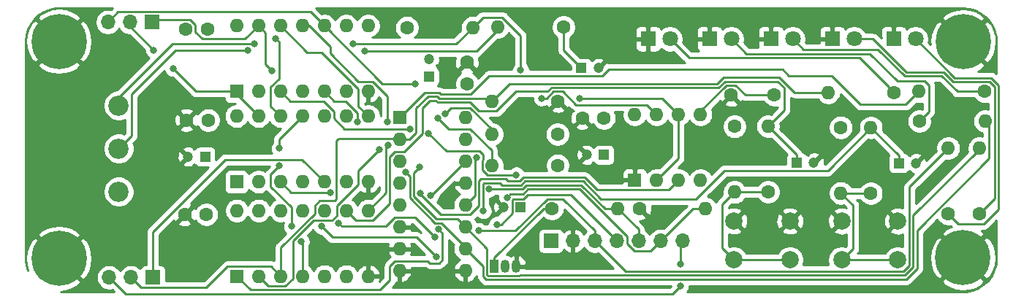
<source format=gtl>
G04 #@! TF.GenerationSoftware,KiCad,Pcbnew,(5.1.9-0-10_14)*
G04 #@! TF.CreationDate,2021-06-10T12:36:41+02:00*
G04 #@! TF.ProjectId,Clock,436c6f63-6b2e-46b6-9963-61645f706362,rev?*
G04 #@! TF.SameCoordinates,Original*
G04 #@! TF.FileFunction,Copper,L1,Top*
G04 #@! TF.FilePolarity,Positive*
%FSLAX46Y46*%
G04 Gerber Fmt 4.6, Leading zero omitted, Abs format (unit mm)*
G04 Created by KiCad (PCBNEW (5.1.9-0-10_14)) date 2021-06-10 12:36:41*
%MOMM*%
%LPD*%
G01*
G04 APERTURE LIST*
G04 #@! TA.AperFunction,ComponentPad*
%ADD10C,2.340000*%
G04 #@! TD*
G04 #@! TA.AperFunction,ComponentPad*
%ADD11O,1.700000X1.700000*%
G04 #@! TD*
G04 #@! TA.AperFunction,ComponentPad*
%ADD12R,1.700000X1.700000*%
G04 #@! TD*
G04 #@! TA.AperFunction,ComponentPad*
%ADD13O,1.600000X1.600000*%
G04 #@! TD*
G04 #@! TA.AperFunction,ComponentPad*
%ADD14R,1.600000X1.600000*%
G04 #@! TD*
G04 #@! TA.AperFunction,ComponentPad*
%ADD15C,2.000000*%
G04 #@! TD*
G04 #@! TA.AperFunction,ComponentPad*
%ADD16C,1.600000*%
G04 #@! TD*
G04 #@! TA.AperFunction,ComponentPad*
%ADD17C,6.400000*%
G04 #@! TD*
G04 #@! TA.AperFunction,ComponentPad*
%ADD18C,1.800000*%
G04 #@! TD*
G04 #@! TA.AperFunction,ComponentPad*
%ADD19R,1.800000X1.800000*%
G04 #@! TD*
G04 #@! TA.AperFunction,ComponentPad*
%ADD20C,1.200000*%
G04 #@! TD*
G04 #@! TA.AperFunction,ComponentPad*
%ADD21R,1.200000X1.200000*%
G04 #@! TD*
G04 #@! TA.AperFunction,ComponentPad*
%ADD22R,1.050000X1.500000*%
G04 #@! TD*
G04 #@! TA.AperFunction,ComponentPad*
%ADD23O,1.050000X1.500000*%
G04 #@! TD*
G04 #@! TA.AperFunction,ViaPad*
%ADD24C,0.800000*%
G04 #@! TD*
G04 #@! TA.AperFunction,Conductor*
%ADD25C,0.254000*%
G04 #@! TD*
G04 #@! TA.AperFunction,Conductor*
%ADD26C,0.100000*%
G04 #@! TD*
G04 APERTURE END LIST*
D10*
X117260000Y-133650000D03*
X117260000Y-128650000D03*
X117260000Y-123650000D03*
D11*
X182575200Y-139369800D03*
X180035200Y-139369800D03*
X177495200Y-139369800D03*
X174955200Y-139369800D03*
X172415200Y-139369800D03*
X169875200Y-139369800D03*
D12*
X167335200Y-139369800D03*
D11*
X116150600Y-143599400D03*
X118690600Y-143599400D03*
D12*
X121230600Y-143599400D03*
X121083800Y-113976000D03*
D11*
X118543800Y-113976000D03*
X116003800Y-113976000D03*
D13*
X157429200Y-125044200D03*
X149809200Y-142824200D03*
X157429200Y-127584200D03*
X149809200Y-140284200D03*
X157429200Y-130124200D03*
X149809200Y-137744200D03*
X157429200Y-132664200D03*
X149809200Y-135204200D03*
X157429200Y-135204200D03*
X149809200Y-132664200D03*
X157429200Y-137744200D03*
X149809200Y-130124200D03*
X157429200Y-140284200D03*
X149809200Y-127584200D03*
X157429200Y-142824200D03*
D14*
X149809200Y-125044200D03*
D13*
X130911600Y-124891800D03*
X146151600Y-132511800D03*
X133451600Y-124891800D03*
X143611600Y-132511800D03*
X135991600Y-124891800D03*
X141071600Y-132511800D03*
X138531600Y-124891800D03*
X138531600Y-132511800D03*
X141071600Y-124891800D03*
X135991600Y-132511800D03*
X143611600Y-124891800D03*
X133451600Y-132511800D03*
X146151600Y-124891800D03*
D14*
X130911600Y-132511800D03*
D13*
X177038000Y-124688600D03*
X184658000Y-132308600D03*
X179578000Y-124688600D03*
X182118000Y-132308600D03*
X182118000Y-124688600D03*
X179578000Y-132308600D03*
X184658000Y-124688600D03*
D14*
X177038000Y-132308600D03*
D13*
X130937000Y-135839200D03*
X146177000Y-143459200D03*
X133477000Y-135839200D03*
X143637000Y-143459200D03*
X136017000Y-135839200D03*
X141097000Y-143459200D03*
X138557000Y-135839200D03*
X138557000Y-143459200D03*
X141097000Y-135839200D03*
X136017000Y-143459200D03*
X143637000Y-135839200D03*
X133477000Y-143459200D03*
X146177000Y-135839200D03*
D14*
X130937000Y-143459200D03*
D13*
X130911600Y-114401600D03*
X146151600Y-122021600D03*
X133451600Y-114401600D03*
X143611600Y-122021600D03*
X135991600Y-114401600D03*
X141071600Y-122021600D03*
X138531600Y-114401600D03*
X138531600Y-122021600D03*
X141071600Y-114401600D03*
X135991600Y-122021600D03*
X143611600Y-114401600D03*
X133451600Y-122021600D03*
X146151600Y-114401600D03*
D14*
X130911600Y-122021600D03*
D15*
X195018800Y-137058400D03*
X195018800Y-141558400D03*
X188518800Y-137058400D03*
X188518800Y-141558400D03*
X207515600Y-137083800D03*
X207515600Y-141583800D03*
X201015600Y-137083800D03*
X201015600Y-141583800D03*
D13*
X175082200Y-135610600D03*
D16*
X167462200Y-135610600D03*
D13*
X213360000Y-128600200D03*
D16*
X213360000Y-136220200D03*
D13*
X216966800Y-128625600D03*
D16*
X216966800Y-136245600D03*
D13*
X209981800Y-122021600D03*
D16*
X217601800Y-122021600D03*
D13*
X217627200Y-125476000D03*
D16*
X210007200Y-125476000D03*
D13*
X199466200Y-122123200D03*
D16*
X207086200Y-122123200D03*
D13*
X160528000Y-123139200D03*
D16*
X168148000Y-123139200D03*
D13*
X160477200Y-126974600D03*
D16*
X168097200Y-126974600D03*
D13*
X160502600Y-130606800D03*
D16*
X168122600Y-130606800D03*
D13*
X158267400Y-114604800D03*
D16*
X150647400Y-114604800D03*
D13*
X161163000Y-114554000D03*
D16*
X168783000Y-114554000D03*
D13*
X192481200Y-126060200D03*
D16*
X192481200Y-133680200D03*
D13*
X188595000Y-133705600D03*
D16*
X188595000Y-126085600D03*
D13*
X204393800Y-126212600D03*
D16*
X204393800Y-133832600D03*
D13*
X200914000Y-133807200D03*
D16*
X200914000Y-126187200D03*
D13*
X185242200Y-135610600D03*
D16*
X177622200Y-135610600D03*
D17*
X110354000Y-116205000D03*
X215061800Y-141325600D03*
X215087200Y-116255800D03*
X110354000Y-141401800D03*
D18*
X209575400Y-115925600D03*
D19*
X207035400Y-115925600D03*
D18*
X202463400Y-115925600D03*
D19*
X199923400Y-115925600D03*
D18*
X195351400Y-115925600D03*
D19*
X192811400Y-115925600D03*
D18*
X188239400Y-115925600D03*
D19*
X185699400Y-115925600D03*
D18*
X181127400Y-115925600D03*
D19*
X178587400Y-115925600D03*
D16*
X127518800Y-114808000D03*
X125018800Y-114808000D03*
X127417200Y-136296400D03*
X124917200Y-136296400D03*
X127620400Y-125349000D03*
X125120400Y-125349000D03*
X157607000Y-121143400D03*
X157607000Y-118643400D03*
X173467400Y-125095000D03*
X170967400Y-125095000D03*
D20*
X161830000Y-135458200D03*
D21*
X163830000Y-135458200D03*
D20*
X125279400Y-129590800D03*
D21*
X127279400Y-129590800D03*
D20*
X171482000Y-129387600D03*
D21*
X173482000Y-129387600D03*
D20*
X153212800Y-118294400D03*
D21*
X153212800Y-120294400D03*
D16*
X193214000Y-122428000D03*
X188214000Y-122428000D03*
D20*
X172865800Y-119303800D03*
D21*
X170865800Y-119303800D03*
D20*
X197789800Y-130276600D03*
D21*
X195789800Y-130276600D03*
D20*
X209619600Y-130352800D03*
D21*
X207619600Y-130352800D03*
D22*
X160782000Y-142316200D03*
D23*
X163322000Y-142316200D03*
X162052000Y-142316200D03*
D24*
X159512000Y-135890000D03*
X154276266Y-138002088D03*
X170688000Y-122809000D03*
X160191242Y-133368833D03*
X123545600Y-119380000D03*
X121310400Y-117221000D03*
X154195845Y-125100697D03*
X135001000Y-119634000D03*
X163322000Y-131699000D03*
X151003000Y-126365000D03*
X153162000Y-126873000D03*
X162231003Y-134319171D03*
X132257800Y-117246400D03*
X145796000Y-117348000D03*
X166243000Y-122809000D03*
X163830000Y-119507000D03*
X132978129Y-116519390D03*
X144373600Y-116519390D03*
X151635802Y-121136586D03*
X155067111Y-124609862D03*
X150497482Y-131383477D03*
X147420789Y-128804211D03*
X144895961Y-125510996D03*
X152146000Y-130793038D03*
X159004000Y-138176000D03*
X153924000Y-138938000D03*
X142748000Y-137287000D03*
X148504071Y-128212053D03*
X148409188Y-125510990D03*
X135425587Y-115858990D03*
X153416000Y-134112000D03*
X161052269Y-137448990D03*
X154051000Y-141224000D03*
X140750952Y-137693213D03*
X135864600Y-130657609D03*
X137287000Y-137668000D03*
X138430000Y-139446000D03*
X135864602Y-128625600D03*
X141766990Y-133731000D03*
X152180990Y-133858000D03*
X158757767Y-129682675D03*
X182321200Y-144602200D03*
X182321200Y-142062200D03*
D25*
X160782000Y-141312200D02*
X160782000Y-142316200D01*
X166483600Y-135610600D02*
X160782000Y-141312200D01*
X167462200Y-135610600D02*
X166483600Y-135610600D01*
X207619600Y-129438400D02*
X204393800Y-126212600D01*
X207619600Y-130352800D02*
X207619600Y-129438400D01*
X154778001Y-141572961D02*
X154778001Y-138503823D01*
X132518012Y-145040212D02*
X147567788Y-145040212D01*
X149268239Y-141697199D02*
X153067237Y-141697199D01*
X130937000Y-143459200D02*
X132518012Y-145040212D01*
X148682199Y-143925801D02*
X148682199Y-142283239D01*
X148682199Y-142283239D02*
X149268239Y-141697199D01*
X153067237Y-141697199D02*
X153321039Y-141951001D01*
X153321039Y-141951001D02*
X154399961Y-141951001D01*
X154399961Y-141951001D02*
X154778001Y-141572961D01*
X147567788Y-145040212D02*
X148682199Y-143925801D01*
X154778001Y-138503823D02*
X154276266Y-138002088D01*
X159464223Y-132763123D02*
X159464223Y-135842223D01*
X159464223Y-135842223D02*
X159512000Y-135890000D01*
X204393800Y-126212600D02*
X199402799Y-131203601D01*
X161419675Y-132641823D02*
X159585524Y-132641822D01*
X199402799Y-131203601D02*
X187430961Y-131203601D01*
X159585524Y-132641822D02*
X159464223Y-132763123D01*
X184150963Y-134483599D02*
X173095097Y-134483599D01*
X187430961Y-131203601D02*
X184150963Y-134483599D01*
X171053476Y-132441978D02*
X164297052Y-132441978D01*
X173095097Y-134483599D02*
X171053476Y-132441978D01*
X164297052Y-132441978D02*
X163859018Y-132880012D01*
X161657864Y-132880012D02*
X161419675Y-132641823D01*
X163859018Y-132880012D02*
X161657864Y-132880012D01*
X195789800Y-129368800D02*
X195789800Y-130276600D01*
X192481200Y-126060200D02*
X195789800Y-129368800D01*
X192481200Y-126060200D02*
X192481200Y-125933200D01*
X192481200Y-126060200D02*
X194341001Y-124200399D01*
X159010211Y-124315181D02*
X157955140Y-123260110D01*
X163322963Y-122012199D02*
X161019981Y-124315181D01*
X194341001Y-124200399D02*
X194341001Y-121570001D01*
X194341001Y-121570001D02*
X193617984Y-120846985D01*
X187484981Y-120846989D02*
X186773781Y-121558189D01*
X148682199Y-135001963D02*
X146717961Y-136966201D01*
X166964971Y-122012199D02*
X163322963Y-122012199D01*
X186773781Y-121558189D02*
X167418981Y-121558189D01*
X157955140Y-123260110D02*
X154193222Y-123260110D01*
X161019981Y-124315181D02*
X159010211Y-124315181D01*
X167418981Y-121558189D02*
X166964971Y-122012199D01*
X150350161Y-128997199D02*
X149268239Y-128997199D01*
X153989170Y-123056058D02*
X153328649Y-123056058D01*
X153328649Y-123056058D02*
X152434998Y-123949709D01*
X149268239Y-128997199D02*
X148682199Y-129583239D01*
X152434998Y-123949709D02*
X152434998Y-126912362D01*
X146717961Y-136966201D02*
X144764001Y-136966201D01*
X152434998Y-126912362D02*
X150350161Y-128997199D01*
X148682199Y-129583239D02*
X148682199Y-135001963D01*
X193617984Y-120846985D02*
X187484981Y-120846989D01*
X144764001Y-136966201D02*
X143637000Y-135839200D01*
X154193222Y-123260110D02*
X153989170Y-123056058D01*
X182118000Y-129768600D02*
X179578000Y-132308600D01*
X182118000Y-124688600D02*
X182118000Y-129768600D01*
X168783000Y-117221000D02*
X170865800Y-119303800D01*
X168783000Y-114554000D02*
X168783000Y-117221000D01*
X180238400Y-122809000D02*
X170688000Y-122809000D01*
X182118000Y-124688600D02*
X180238400Y-122809000D01*
X184658000Y-124316038D02*
X184658000Y-124688600D01*
X193214000Y-122428000D02*
X189857932Y-122428000D01*
X189857932Y-122428000D02*
X188730931Y-121300999D01*
X188730931Y-121300999D02*
X187673039Y-121300999D01*
X187673039Y-121300999D02*
X184658000Y-124316038D01*
X206286201Y-121323201D02*
X207086200Y-122123200D01*
X183330820Y-118129020D02*
X203092020Y-118129020D01*
X181127400Y-115925600D02*
X183330820Y-118129020D01*
X203092020Y-118129020D02*
X206286201Y-121323201D01*
X188239400Y-115925600D02*
X189988810Y-117675010D01*
X189988810Y-117675010D02*
X204305972Y-117675010D01*
X207462981Y-120832019D02*
X210621019Y-120832019D01*
X204305972Y-117675010D02*
X207462981Y-120832019D01*
X211108801Y-121319801D02*
X211108801Y-124374399D01*
X211108801Y-124374399D02*
X210007200Y-125476000D01*
X210621019Y-120832019D02*
X211108801Y-121319801D01*
X214387264Y-122021600D02*
X217601800Y-122021600D01*
X195351400Y-115925600D02*
X196578401Y-117152601D01*
X212602476Y-120236812D02*
X214387264Y-122021600D01*
X205231731Y-117152601D02*
X208315942Y-120236812D01*
X196578401Y-117152601D02*
X205231731Y-117152601D01*
X208315942Y-120236812D02*
X212602476Y-120236812D01*
X218754201Y-134458199D02*
X216966800Y-136245600D01*
X212790533Y-119782801D02*
X213902332Y-120894600D01*
X202463400Y-115925600D02*
X204646798Y-115925600D01*
X204646798Y-115925600D02*
X208503999Y-119782801D01*
X218747989Y-121499827D02*
X218747990Y-124928828D01*
X213902332Y-120894600D02*
X218142762Y-120894600D01*
X218142762Y-120894600D02*
X218747989Y-121499827D01*
X208503999Y-119782801D02*
X212790533Y-119782801D01*
X218747990Y-124928828D02*
X218754201Y-124935039D01*
X218754201Y-124935039D02*
X218754201Y-134458199D01*
X214090389Y-120440589D02*
X218330819Y-120440589D01*
X209575400Y-115925600D02*
X214090389Y-120440589D01*
X218330819Y-120440589D02*
X219202000Y-121311770D01*
X217507761Y-137372601D02*
X214512401Y-137372601D01*
X219208204Y-135672158D02*
X217507761Y-137372601D01*
X219208212Y-124746982D02*
X219208204Y-135672158D01*
X219202000Y-121311770D02*
X219202000Y-124740770D01*
X214512401Y-137372601D02*
X213360000Y-136220200D01*
X219202000Y-124740770D02*
X219208212Y-124746982D01*
X177495200Y-138023600D02*
X175082200Y-135610600D01*
X177495200Y-139369800D02*
X177495200Y-138023600D01*
X130911600Y-122351800D02*
X133451600Y-124891800D01*
X130911600Y-122021600D02*
X130911600Y-122351800D01*
X173580030Y-135610600D02*
X170865419Y-132895989D01*
X175082200Y-135610600D02*
X173580030Y-135610600D01*
X170865419Y-132895989D02*
X164485109Y-132895989D01*
X164485109Y-132895989D02*
X164012265Y-133368833D01*
X164012265Y-133368833D02*
X160191242Y-133368833D01*
X126187200Y-122021600D02*
X123545600Y-119380000D01*
X130911600Y-122021600D02*
X126187200Y-122021600D01*
X118543800Y-114454400D02*
X118543800Y-113976000D01*
X121310400Y-117221000D02*
X118543800Y-114454400D01*
X160502600Y-128872532D02*
X157995068Y-126365000D01*
X155460148Y-126365000D02*
X154195845Y-125100697D01*
X160502600Y-130606800D02*
X160502600Y-128872532D01*
X157995068Y-126365000D02*
X155460148Y-126365000D01*
X131918199Y-115935001D02*
X133451600Y-114401600D01*
X126977839Y-115935001D02*
X131918199Y-115935001D01*
X126145801Y-115102963D02*
X126977839Y-115935001D01*
X126145801Y-114267039D02*
X126145801Y-115102963D01*
X125559761Y-113680999D02*
X126145801Y-114267039D01*
X121378801Y-113680999D02*
X125559761Y-113680999D01*
X121083800Y-113976000D02*
X121378801Y-113680999D01*
X135001000Y-119634000D02*
X134251599Y-118884599D01*
X134251599Y-118884599D02*
X134251599Y-115201599D01*
X134251599Y-115201599D02*
X133451600Y-114401600D01*
X140556039Y-134712199D02*
X142274801Y-134712199D01*
X142274801Y-134712199D02*
X142494000Y-134493000D01*
X142484599Y-127771401D02*
X142671800Y-127584200D01*
X139969999Y-135298239D02*
X140556039Y-134712199D01*
X136017000Y-143459200D02*
X136017000Y-140140968D01*
X139969999Y-136187969D02*
X139969999Y-135298239D01*
X136017000Y-140140968D02*
X139969999Y-136187969D01*
X142494000Y-133062162D02*
X142484599Y-133052761D01*
X142494000Y-134493000D02*
X142494000Y-133062162D01*
X142484599Y-133052761D02*
X142484599Y-127771401D01*
X149679011Y-127454011D02*
X149809200Y-127584200D01*
X142671800Y-127584200D02*
X142801989Y-127454011D01*
X142801989Y-127454011D02*
X149679011Y-127454011D01*
X154381279Y-122806099D02*
X154177227Y-122602047D01*
X160528000Y-123139200D02*
X160194900Y-122806100D01*
X160194900Y-122806100D02*
X154381279Y-122806099D01*
X153103188Y-122602048D02*
X151730002Y-123975234D01*
X151730002Y-123975234D02*
X151730002Y-126794768D01*
X150940570Y-127584200D02*
X149809200Y-127584200D01*
X151730002Y-126794768D02*
X150940570Y-127584200D01*
X154177227Y-122602047D02*
X153103188Y-122602048D01*
X195536265Y-122123200D02*
X193806040Y-120392975D01*
X162563021Y-121104179D02*
X161327999Y-122339201D01*
X187296923Y-120392979D02*
X186585723Y-121104179D01*
X186585723Y-121104179D02*
X162563021Y-121104179D01*
X199466200Y-122123200D02*
X195536265Y-122123200D01*
X193806040Y-120392975D02*
X187296923Y-120392979D01*
X161327999Y-122339201D02*
X160528000Y-123139200D01*
X134889999Y-142332199D02*
X136017000Y-143459200D01*
X129875399Y-142332199D02*
X134889999Y-142332199D01*
X127431197Y-144776401D02*
X129875399Y-142332199D01*
X119867601Y-144776401D02*
X127431197Y-144776401D01*
X118690600Y-143599400D02*
X119867601Y-144776401D01*
X121230600Y-138315038D02*
X121230600Y-143599400D01*
X129615039Y-129930599D02*
X121230600Y-138315038D01*
X138490399Y-129930599D02*
X129615039Y-129930599D01*
X141071600Y-132511800D02*
X138490399Y-129930599D01*
X183794400Y-135610600D02*
X180035200Y-139369800D01*
X185242200Y-135610600D02*
X183794400Y-135610600D01*
X137118601Y-123148601D02*
X140996363Y-123148601D01*
X135991600Y-122021600D02*
X137118601Y-123148601D01*
X142198601Y-125146763D02*
X143416838Y-126365000D01*
X140996363Y-123148601D02*
X142198601Y-124350839D01*
X142198601Y-124350839D02*
X142198601Y-125146763D01*
X143416838Y-126365000D02*
X151003000Y-126365000D01*
X164103993Y-133919172D02*
X162631002Y-133919172D01*
X162631002Y-133919172D02*
X162231003Y-134319171D01*
X170677362Y-133350000D02*
X164673165Y-133350000D01*
X180035200Y-139369800D02*
X178858199Y-140546801D01*
X178858199Y-140546801D02*
X176995801Y-140546801D01*
X159961639Y-131733801D02*
X163287199Y-131733801D01*
X176132201Y-138804839D02*
X170677362Y-133350000D01*
X176132201Y-139683201D02*
X176132201Y-138804839D01*
X164673165Y-133350000D02*
X164103993Y-133919172D01*
X159493604Y-129947834D02*
X159375599Y-130065839D01*
X153162000Y-126873000D02*
X155244669Y-128955669D01*
X159087993Y-128955669D02*
X159493604Y-129361280D01*
X159375599Y-130065839D02*
X159375599Y-131147761D01*
X159375599Y-131147761D02*
X159961639Y-131733801D01*
X155244669Y-128955669D02*
X159087993Y-128955669D01*
X159493604Y-129361280D02*
X159493604Y-129947834D01*
X163287199Y-131733801D02*
X163322000Y-131699000D01*
X176995801Y-140546801D02*
X176132201Y-139683201D01*
X207515600Y-141583800D02*
X201015600Y-141583800D01*
X202342601Y-135235801D02*
X200914000Y-133807200D01*
X202342601Y-140256799D02*
X202342601Y-135235801D01*
X201015600Y-141583800D02*
X202342601Y-140256799D01*
X204368400Y-133807200D02*
X204393800Y-133832600D01*
X200914000Y-133807200D02*
X204368400Y-133807200D01*
X195018800Y-141558400D02*
X188518800Y-141558400D01*
X187191799Y-135108801D02*
X188595000Y-133705600D01*
X187191799Y-140231399D02*
X187191799Y-135108801D01*
X188518800Y-141558400D02*
X187191799Y-140231399D01*
X192455800Y-133705600D02*
X192481200Y-133680200D01*
X188595000Y-133705600D02*
X192455800Y-133705600D01*
X118757001Y-127152999D02*
X118757001Y-122339799D01*
X117260000Y-128650000D02*
X118757001Y-127152999D01*
X123850400Y-117246400D02*
X132257800Y-117246400D01*
X118757001Y-122339799D02*
X123850400Y-117246400D01*
X145796000Y-117348000D02*
X158724600Y-117348000D01*
X161163000Y-114909600D02*
X161163000Y-114554000D01*
X158724600Y-117348000D02*
X161163000Y-114909600D01*
X179578000Y-124688600D02*
X178450999Y-123561599D01*
X178450999Y-123561599D02*
X170238361Y-123561599D01*
X168688961Y-122012199D02*
X167607039Y-122012199D01*
X170238361Y-123561599D02*
X168688961Y-122012199D01*
X166810238Y-122809000D02*
X166243000Y-122809000D01*
X167607039Y-122012199D02*
X166810238Y-122809000D01*
X117260000Y-123650000D02*
X117260000Y-123260000D01*
X156352810Y-116519390D02*
X144373600Y-116519390D01*
X158267400Y-114604800D02*
X156352810Y-116519390D01*
X117260000Y-123650000D02*
X117260000Y-122719200D01*
X117260000Y-122719200D02*
X123459810Y-116519390D01*
X123459810Y-116519390D02*
X132978129Y-116519390D01*
X163830000Y-115553038D02*
X161703961Y-113426999D01*
X161703961Y-113426999D02*
X159445201Y-113426999D01*
X163830000Y-119507000D02*
X163830000Y-115553038D01*
X159445201Y-113426999D02*
X158267400Y-114604800D01*
X141071600Y-114401600D02*
X141122400Y-114401600D01*
X141071600Y-114401600D02*
X147806586Y-121136586D01*
X147806586Y-121136586D02*
X151635802Y-121136586D01*
X160477200Y-126424238D02*
X157970161Y-123917199D01*
X155759774Y-123917199D02*
X155067111Y-124609862D01*
X157970161Y-123917199D02*
X155759774Y-123917199D01*
X160477200Y-126974600D02*
X160477200Y-126424238D01*
X117180801Y-112798999D02*
X139468999Y-112798999D01*
X139468999Y-112798999D02*
X141071600Y-114401600D01*
X116003800Y-113976000D02*
X117180801Y-112798999D01*
X159842143Y-143847211D02*
X159475988Y-143481056D01*
X163891370Y-143818822D02*
X163862980Y-143847212D01*
X209750621Y-142596876D02*
X208528675Y-143818822D01*
X163862980Y-143847212D02*
X159842143Y-143847211D01*
X218093801Y-125942601D02*
X218093801Y-129818437D01*
X159475988Y-143481056D02*
X159475988Y-142330988D01*
X217627200Y-125476000D02*
X218093801Y-125942601D01*
X208528675Y-143818822D02*
X163891370Y-143818822D01*
X218093801Y-129818437D02*
X209750623Y-138161615D01*
X209750623Y-138161615D02*
X209750621Y-142596876D01*
X159475988Y-142330988D02*
X157429200Y-140284200D01*
X150999978Y-134380639D02*
X150999978Y-131885973D01*
X150999978Y-131885973D02*
X150497482Y-131383477D01*
X157429200Y-140079060D02*
X154625227Y-137275087D01*
X154625227Y-137275087D02*
X153894426Y-137275087D01*
X153894426Y-137275087D02*
X150999978Y-134380639D01*
X157429200Y-140284200D02*
X157429200Y-140079060D01*
X209981800Y-122021600D02*
X210210400Y-122021600D01*
X208448399Y-123555001D02*
X203208031Y-123555001D01*
X152705363Y-122148037D02*
X149809200Y-125044200D01*
X209981800Y-122021600D02*
X208448399Y-123555001D01*
X173307561Y-120234001D02*
X160174931Y-120234001D01*
X158056843Y-122352089D02*
X154569337Y-122352089D01*
X154365283Y-122148037D02*
X152705363Y-122148037D01*
X154569337Y-122352089D02*
X154365283Y-122148037D01*
X203208031Y-123555001D02*
X199849019Y-120195989D01*
X174056603Y-119484959D02*
X173307561Y-120234001D01*
X160174931Y-120234001D02*
X158056843Y-122352089D01*
X194893193Y-120195989D02*
X194182163Y-119484959D01*
X199849019Y-120195989D02*
X194893193Y-120195989D01*
X194182163Y-119484959D02*
X174056603Y-119484959D01*
X134604001Y-144586201D02*
X136557961Y-144586201D01*
X137429999Y-143714163D02*
X137429999Y-139370037D01*
X141992835Y-136966201D02*
X142509999Y-136449037D01*
X145005398Y-132810632D02*
X145005398Y-131219602D01*
X145005398Y-131219602D02*
X147420789Y-128804211D01*
X133477000Y-143459200D02*
X134604001Y-144586201D01*
X136557961Y-144586201D02*
X137429999Y-143714163D01*
X137429999Y-139370037D02*
X139833835Y-136966201D01*
X139833835Y-136966201D02*
X141992835Y-136966201D01*
X142509999Y-136449037D02*
X142509999Y-135306031D01*
X142509999Y-135306031D02*
X145005398Y-132810632D01*
X216966800Y-128625600D02*
X216966800Y-128727200D01*
X159929999Y-140244999D02*
X157429200Y-137744200D01*
X160030201Y-143393201D02*
X159929999Y-143292999D01*
X163703312Y-143364812D02*
X163674923Y-143393201D01*
X209296611Y-142408819D02*
X208340618Y-143364812D01*
X159929999Y-143292999D02*
X159929999Y-140244999D01*
X208340618Y-143364812D02*
X163703312Y-143364812D01*
X216966800Y-128727200D02*
X209296614Y-136397386D01*
X163674923Y-143393201D02*
X160030201Y-143393201D01*
X209296614Y-136397386D02*
X209296611Y-142408819D01*
X143536363Y-123148601D02*
X144895961Y-124508199D01*
X141071600Y-122021600D02*
X142198601Y-123148601D01*
X142198601Y-123148601D02*
X143536363Y-123148601D01*
X144895961Y-124508199D02*
X144895961Y-125510996D01*
X154082483Y-136821076D02*
X151453989Y-134192582D01*
X151453989Y-134192582D02*
X151453989Y-131485049D01*
X157429200Y-137744200D02*
X156506076Y-136821076D01*
X156506076Y-136821076D02*
X154082483Y-136821076D01*
X151453989Y-131485049D02*
X152146000Y-130793038D01*
X175956201Y-142910801D02*
X172415200Y-139369800D01*
X208842601Y-142220761D02*
X208152561Y-142910801D01*
X208152561Y-142910801D02*
X175956201Y-142910801D01*
X208842601Y-133117599D02*
X208842601Y-142220761D01*
X213360000Y-128600200D02*
X208842601Y-133117599D01*
X168731080Y-134483599D02*
X172415200Y-138167719D01*
X172415200Y-138167719D02*
X172415200Y-139369800D01*
X159004000Y-138176000D02*
X163228838Y-138176000D01*
X163228838Y-138176000D02*
X166921239Y-134483599D01*
X166921239Y-134483599D02*
X168731080Y-134483599D01*
X153924000Y-138938000D02*
X151603199Y-136617199D01*
X149268239Y-136617199D02*
X148198439Y-137686999D01*
X151603199Y-136617199D02*
X149268239Y-136617199D01*
X143147999Y-137686999D02*
X142748000Y-137287000D01*
X148198439Y-137686999D02*
X143147999Y-137686999D01*
X135991600Y-114401600D02*
X139089239Y-117499239D01*
X140757201Y-117499239D02*
X145024599Y-121766637D01*
X139089239Y-117499239D02*
X140757201Y-117499239D01*
X145024599Y-121766637D02*
X145024599Y-123764799D01*
X145024599Y-123764799D02*
X146151600Y-124891800D01*
X148228188Y-133788012D02*
X148228188Y-128487936D01*
X148228188Y-128487936D02*
X148504071Y-128212053D01*
X146177000Y-135839200D02*
X148228188Y-133788012D01*
X141747801Y-116795839D02*
X141747801Y-117617801D01*
X148409188Y-122611226D02*
X148409188Y-125510990D01*
X145024599Y-120894599D02*
X146692561Y-120894599D01*
X141747801Y-117617801D02*
X145024599Y-120894599D01*
X139353562Y-114401600D02*
X141747801Y-116795839D01*
X138531600Y-114401600D02*
X139353562Y-114401600D01*
X146692561Y-120894599D02*
X148409188Y-122611226D01*
X134864599Y-121480639D02*
X135825586Y-120519652D01*
X134864599Y-123764799D02*
X134864599Y-121480639D01*
X135991600Y-124891800D02*
X134864599Y-123764799D01*
X135825586Y-116258989D02*
X135425587Y-115858990D01*
X135825586Y-120519652D02*
X135825586Y-116258989D01*
X153441400Y-134112000D02*
X153416000Y-134112000D01*
X157429200Y-130124200D02*
X153441400Y-134112000D01*
X154051000Y-141224000D02*
X151765000Y-138938000D01*
X141995739Y-138938000D02*
X140750952Y-137693213D01*
X151765000Y-138938000D02*
X141995739Y-138938000D01*
X164134034Y-134531199D02*
X162968399Y-134531199D01*
X169614393Y-134028993D02*
X164636240Y-134028993D01*
X162902999Y-134596599D02*
X162902999Y-136163945D01*
X164636240Y-134028993D02*
X164134034Y-134531199D01*
X162968399Y-134531199D02*
X162902999Y-134596599D01*
X161617954Y-137448990D02*
X161052269Y-137448990D01*
X162902999Y-136163945D02*
X161617954Y-137448990D01*
X174955200Y-139369800D02*
X169614393Y-134028993D01*
X138531600Y-124891800D02*
X135864602Y-127558798D01*
X135864602Y-127558798D02*
X135864602Y-128625600D01*
X137287000Y-137668000D02*
X137287000Y-135475162D01*
X137287000Y-135475162D02*
X134855001Y-133043163D01*
X134855001Y-131667208D02*
X135864600Y-130657609D01*
X134855001Y-133043163D02*
X134855001Y-131667208D01*
X138557000Y-139573000D02*
X138430000Y-139446000D01*
X138557000Y-143459200D02*
X138557000Y-139573000D01*
X135991600Y-132511800D02*
X137210800Y-133731000D01*
X137210800Y-133731000D02*
X141766990Y-133731000D01*
X164108994Y-131987968D02*
X163670961Y-132426001D01*
X163670961Y-132426001D02*
X162338033Y-132426001D01*
X162099844Y-132187812D02*
X159227934Y-132187812D01*
X157970161Y-136331201D02*
X154559237Y-136331201D01*
X182118000Y-132308600D02*
X180968621Y-133457979D01*
X180968621Y-133457979D02*
X172711545Y-133457979D01*
X171241533Y-131987967D02*
X164108994Y-131987968D01*
X159227934Y-132187812D02*
X159010212Y-132405534D01*
X159010212Y-135291150D02*
X157970161Y-136331201D01*
X159010212Y-132405534D02*
X159010212Y-135291150D01*
X162338033Y-132426001D02*
X162099844Y-132187812D01*
X172711545Y-133457979D02*
X171241533Y-131987967D01*
X154559237Y-136331201D02*
X152180990Y-133952954D01*
X152180990Y-133952954D02*
X152180990Y-133858000D01*
X158556201Y-134077199D02*
X158556201Y-129884241D01*
X157429200Y-135204200D02*
X158556201Y-134077199D01*
X158556201Y-129884241D02*
X158757767Y-129682675D01*
X181429173Y-145494227D02*
X182321200Y-144602200D01*
X118045428Y-145494227D02*
X181429173Y-145494227D01*
X116150600Y-143599400D02*
X118045428Y-145494227D01*
X182321200Y-139623800D02*
X182575200Y-139369800D01*
X182321200Y-142062200D02*
X182321200Y-139623800D01*
X212245363Y-137134959D02*
X212445241Y-137334837D01*
X212680273Y-137491880D01*
X212941426Y-137600053D01*
X213218665Y-137655200D01*
X213501335Y-137655200D01*
X213681526Y-137619357D01*
X213770587Y-137708418D01*
X213609592Y-137756148D01*
X212941130Y-138108045D01*
X212900712Y-138135052D01*
X212540524Y-138624719D01*
X215061800Y-141145995D01*
X217583076Y-138624719D01*
X217222888Y-138135052D01*
X217222057Y-138134601D01*
X217470338Y-138134601D01*
X217507761Y-138138287D01*
X217545184Y-138134601D01*
X217545187Y-138134601D01*
X217657139Y-138123575D01*
X217800776Y-138080003D01*
X217933153Y-138009246D01*
X218049183Y-137914023D01*
X218073045Y-137884947D01*
X218948801Y-137009191D01*
X218948801Y-141344987D01*
X218880874Y-142084222D01*
X218687934Y-142768340D01*
X218373551Y-143405845D01*
X217948259Y-143975380D01*
X217426298Y-144457875D01*
X216825149Y-144837173D01*
X216164945Y-145100566D01*
X215454517Y-145241879D01*
X215043935Y-145263396D01*
X183129360Y-145255654D01*
X183238405Y-145092456D01*
X183316426Y-144904098D01*
X183356200Y-144704139D01*
X183356200Y-144580822D01*
X208491252Y-144580822D01*
X208528675Y-144584508D01*
X208566098Y-144580822D01*
X208566101Y-144580822D01*
X208678053Y-144569796D01*
X208821690Y-144526224D01*
X208954067Y-144455467D01*
X209070097Y-144360244D01*
X209093959Y-144331168D01*
X209398646Y-144026481D01*
X212540524Y-144026481D01*
X212900712Y-144516148D01*
X213564682Y-144876449D01*
X214286185Y-145100294D01*
X215037495Y-145179080D01*
X215789738Y-145109778D01*
X216514008Y-144895052D01*
X217182470Y-144543155D01*
X217222888Y-144516148D01*
X217583076Y-144026481D01*
X215061800Y-141505205D01*
X212540524Y-144026481D01*
X209398646Y-144026481D01*
X210262972Y-143162155D01*
X210292042Y-143138298D01*
X210326559Y-143096239D01*
X210387266Y-143022269D01*
X210458022Y-142889892D01*
X210501594Y-142746255D01*
X210516307Y-142596876D01*
X210512620Y-142559443D01*
X210512620Y-141301295D01*
X211208320Y-141301295D01*
X211277622Y-142053538D01*
X211492348Y-142777808D01*
X211844245Y-143446270D01*
X211871252Y-143486688D01*
X212360919Y-143846876D01*
X214882195Y-141325600D01*
X215241405Y-141325600D01*
X217762681Y-143846876D01*
X218252348Y-143486688D01*
X218612649Y-142822718D01*
X218836494Y-142101215D01*
X218915280Y-141349905D01*
X218845978Y-140597662D01*
X218631252Y-139873392D01*
X218279355Y-139204930D01*
X218252348Y-139164512D01*
X217762681Y-138804324D01*
X215241405Y-141325600D01*
X214882195Y-141325600D01*
X212360919Y-138804324D01*
X211871252Y-139164512D01*
X211510951Y-139828482D01*
X211287106Y-140549985D01*
X211208320Y-141301295D01*
X210512620Y-141301295D01*
X210512623Y-138477245D01*
X212088969Y-136900899D01*
X212245363Y-137134959D01*
G04 #@! TA.AperFunction,Conductor*
D26*
G36*
X212245363Y-137134959D02*
G01*
X212445241Y-137334837D01*
X212680273Y-137491880D01*
X212941426Y-137600053D01*
X213218665Y-137655200D01*
X213501335Y-137655200D01*
X213681526Y-137619357D01*
X213770587Y-137708418D01*
X213609592Y-137756148D01*
X212941130Y-138108045D01*
X212900712Y-138135052D01*
X212540524Y-138624719D01*
X215061800Y-141145995D01*
X217583076Y-138624719D01*
X217222888Y-138135052D01*
X217222057Y-138134601D01*
X217470338Y-138134601D01*
X217507761Y-138138287D01*
X217545184Y-138134601D01*
X217545187Y-138134601D01*
X217657139Y-138123575D01*
X217800776Y-138080003D01*
X217933153Y-138009246D01*
X218049183Y-137914023D01*
X218073045Y-137884947D01*
X218948801Y-137009191D01*
X218948801Y-141344987D01*
X218880874Y-142084222D01*
X218687934Y-142768340D01*
X218373551Y-143405845D01*
X217948259Y-143975380D01*
X217426298Y-144457875D01*
X216825149Y-144837173D01*
X216164945Y-145100566D01*
X215454517Y-145241879D01*
X215043935Y-145263396D01*
X183129360Y-145255654D01*
X183238405Y-145092456D01*
X183316426Y-144904098D01*
X183356200Y-144704139D01*
X183356200Y-144580822D01*
X208491252Y-144580822D01*
X208528675Y-144584508D01*
X208566098Y-144580822D01*
X208566101Y-144580822D01*
X208678053Y-144569796D01*
X208821690Y-144526224D01*
X208954067Y-144455467D01*
X209070097Y-144360244D01*
X209093959Y-144331168D01*
X209398646Y-144026481D01*
X212540524Y-144026481D01*
X212900712Y-144516148D01*
X213564682Y-144876449D01*
X214286185Y-145100294D01*
X215037495Y-145179080D01*
X215789738Y-145109778D01*
X216514008Y-144895052D01*
X217182470Y-144543155D01*
X217222888Y-144516148D01*
X217583076Y-144026481D01*
X215061800Y-141505205D01*
X212540524Y-144026481D01*
X209398646Y-144026481D01*
X210262972Y-143162155D01*
X210292042Y-143138298D01*
X210326559Y-143096239D01*
X210387266Y-143022269D01*
X210458022Y-142889892D01*
X210501594Y-142746255D01*
X210516307Y-142596876D01*
X210512620Y-142559443D01*
X210512620Y-141301295D01*
X211208320Y-141301295D01*
X211277622Y-142053538D01*
X211492348Y-142777808D01*
X211844245Y-143446270D01*
X211871252Y-143486688D01*
X212360919Y-143846876D01*
X214882195Y-141325600D01*
X215241405Y-141325600D01*
X217762681Y-143846876D01*
X218252348Y-143486688D01*
X218612649Y-142822718D01*
X218836494Y-142101215D01*
X218915280Y-141349905D01*
X218845978Y-140597662D01*
X218631252Y-139873392D01*
X218279355Y-139204930D01*
X218252348Y-139164512D01*
X217762681Y-138804324D01*
X215241405Y-141325600D01*
X214882195Y-141325600D01*
X212360919Y-138804324D01*
X211871252Y-139164512D01*
X211510951Y-139828482D01*
X211287106Y-140549985D01*
X211208320Y-141301295D01*
X210512620Y-141301295D01*
X210512623Y-138477245D01*
X212088969Y-136900899D01*
X212245363Y-137134959D01*
G37*
G04 #@! TD.AperFunction*
D25*
X116582659Y-112319510D02*
X116367848Y-112534321D01*
X116150060Y-112491000D01*
X115857540Y-112491000D01*
X115570642Y-112548068D01*
X115300389Y-112660010D01*
X115057168Y-112822525D01*
X114850325Y-113029368D01*
X114687810Y-113272589D01*
X114575868Y-113542842D01*
X114518800Y-113829740D01*
X114518800Y-114122260D01*
X114575868Y-114409158D01*
X114687810Y-114679411D01*
X114850325Y-114922632D01*
X115057168Y-115129475D01*
X115300389Y-115291990D01*
X115570642Y-115403932D01*
X115857540Y-115461000D01*
X116150060Y-115461000D01*
X116436958Y-115403932D01*
X116707211Y-115291990D01*
X116950432Y-115129475D01*
X117157275Y-114922632D01*
X117273800Y-114748240D01*
X117390325Y-114922632D01*
X117597168Y-115129475D01*
X117840389Y-115291990D01*
X118110642Y-115403932D01*
X118397540Y-115461000D01*
X118472770Y-115461000D01*
X120275400Y-117263631D01*
X120275400Y-117322939D01*
X120315174Y-117522898D01*
X120393195Y-117711256D01*
X120506463Y-117880774D01*
X120650626Y-118024937D01*
X120786107Y-118115462D01*
X117050200Y-121851370D01*
X116733501Y-121914365D01*
X116405012Y-122050429D01*
X116109379Y-122247965D01*
X115857965Y-122499379D01*
X115660429Y-122795012D01*
X115524365Y-123123501D01*
X115455000Y-123472223D01*
X115455000Y-123827777D01*
X115524365Y-124176499D01*
X115660429Y-124504988D01*
X115857965Y-124800621D01*
X116109379Y-125052035D01*
X116405012Y-125249571D01*
X116733501Y-125385635D01*
X117082223Y-125455000D01*
X117437777Y-125455000D01*
X117786499Y-125385635D01*
X117995001Y-125299271D01*
X117995001Y-126837368D01*
X117879487Y-126952882D01*
X117786499Y-126914365D01*
X117437777Y-126845000D01*
X117082223Y-126845000D01*
X116733501Y-126914365D01*
X116405012Y-127050429D01*
X116109379Y-127247965D01*
X115857965Y-127499379D01*
X115660429Y-127795012D01*
X115524365Y-128123501D01*
X115455000Y-128472223D01*
X115455000Y-128827777D01*
X115524365Y-129176499D01*
X115660429Y-129504988D01*
X115857965Y-129800621D01*
X116109379Y-130052035D01*
X116405012Y-130249571D01*
X116733501Y-130385635D01*
X117082223Y-130455000D01*
X117437777Y-130455000D01*
X117786499Y-130385635D01*
X118114988Y-130249571D01*
X118410621Y-130052035D01*
X118662035Y-129800621D01*
X118749822Y-129669238D01*
X124040905Y-129669238D01*
X124080005Y-129909349D01*
X124165198Y-130137218D01*
X124206052Y-130213652D01*
X124429636Y-130260959D01*
X125099795Y-129590800D01*
X124429636Y-128920641D01*
X124206052Y-128967948D01*
X124105163Y-129189316D01*
X124049400Y-129426113D01*
X124040905Y-129669238D01*
X118749822Y-129669238D01*
X118859571Y-129504988D01*
X118995635Y-129176499D01*
X119065000Y-128827777D01*
X119065000Y-128472223D01*
X118995635Y-128123501D01*
X118957118Y-128030513D01*
X119269354Y-127718277D01*
X119298423Y-127694421D01*
X119393646Y-127578391D01*
X119464403Y-127446014D01*
X119507975Y-127302377D01*
X119519001Y-127190425D01*
X119519001Y-127190423D01*
X119522687Y-127153000D01*
X119519001Y-127115577D01*
X119519001Y-126341702D01*
X124307303Y-126341702D01*
X124378886Y-126585671D01*
X124634396Y-126706571D01*
X124908584Y-126775300D01*
X125190912Y-126789217D01*
X125470530Y-126747787D01*
X125736692Y-126652603D01*
X125861914Y-126585671D01*
X125933497Y-126341702D01*
X125120400Y-125528605D01*
X124307303Y-126341702D01*
X119519001Y-126341702D01*
X119519001Y-125419512D01*
X123680183Y-125419512D01*
X123721613Y-125699130D01*
X123816797Y-125965292D01*
X123883729Y-126090514D01*
X124127698Y-126162097D01*
X124940795Y-125349000D01*
X125300005Y-125349000D01*
X126113102Y-126162097D01*
X126357071Y-126090514D01*
X126370724Y-126061659D01*
X126505763Y-126263759D01*
X126705641Y-126463637D01*
X126940673Y-126620680D01*
X127201826Y-126728853D01*
X127479065Y-126784000D01*
X127761735Y-126784000D01*
X128038974Y-126728853D01*
X128300127Y-126620680D01*
X128535159Y-126463637D01*
X128735037Y-126263759D01*
X128892080Y-126028727D01*
X129000253Y-125767574D01*
X129055400Y-125490335D01*
X129055400Y-125207665D01*
X129000253Y-124930426D01*
X128892080Y-124669273D01*
X128735037Y-124434241D01*
X128535159Y-124234363D01*
X128300127Y-124077320D01*
X128038974Y-123969147D01*
X127761735Y-123914000D01*
X127479065Y-123914000D01*
X127201826Y-123969147D01*
X126940673Y-124077320D01*
X126705641Y-124234363D01*
X126505763Y-124434241D01*
X126371708Y-124634869D01*
X126357071Y-124607486D01*
X126113102Y-124535903D01*
X125300005Y-125349000D01*
X124940795Y-125349000D01*
X124127698Y-124535903D01*
X123883729Y-124607486D01*
X123762829Y-124862996D01*
X123694100Y-125137184D01*
X123680183Y-125419512D01*
X119519001Y-125419512D01*
X119519001Y-124356298D01*
X124307303Y-124356298D01*
X125120400Y-125169395D01*
X125933497Y-124356298D01*
X125861914Y-124112329D01*
X125606404Y-123991429D01*
X125332216Y-123922700D01*
X125049888Y-123908783D01*
X124770270Y-123950213D01*
X124504108Y-124045397D01*
X124378886Y-124112329D01*
X124307303Y-124356298D01*
X119519001Y-124356298D01*
X119519001Y-122655429D01*
X122540778Y-119633653D01*
X122550374Y-119681898D01*
X122628395Y-119870256D01*
X122741663Y-120039774D01*
X122885826Y-120183937D01*
X123055344Y-120297205D01*
X123243702Y-120375226D01*
X123443661Y-120415000D01*
X123502970Y-120415000D01*
X125621916Y-122533946D01*
X125645778Y-122563022D01*
X125693333Y-122602049D01*
X125761807Y-122658245D01*
X125818372Y-122688479D01*
X125894185Y-122729002D01*
X126037822Y-122772574D01*
X126149774Y-122783600D01*
X126149777Y-122783600D01*
X126187200Y-122787286D01*
X126224623Y-122783600D01*
X129473528Y-122783600D01*
X129473528Y-122821600D01*
X129485788Y-122946082D01*
X129522098Y-123065780D01*
X129581063Y-123176094D01*
X129660415Y-123272785D01*
X129757106Y-123352137D01*
X129867420Y-123411102D01*
X129987118Y-123447412D01*
X130111600Y-123459672D01*
X130755827Y-123459672D01*
X130493026Y-123511947D01*
X130231873Y-123620120D01*
X129996841Y-123777163D01*
X129796963Y-123977041D01*
X129639920Y-124212073D01*
X129531747Y-124473226D01*
X129476600Y-124750465D01*
X129476600Y-125033135D01*
X129531747Y-125310374D01*
X129639920Y-125571527D01*
X129796963Y-125806559D01*
X129996841Y-126006437D01*
X130231873Y-126163480D01*
X130493026Y-126271653D01*
X130770265Y-126326800D01*
X131052935Y-126326800D01*
X131330174Y-126271653D01*
X131591327Y-126163480D01*
X131826359Y-126006437D01*
X132026237Y-125806559D01*
X132181600Y-125574041D01*
X132336963Y-125806559D01*
X132536841Y-126006437D01*
X132771873Y-126163480D01*
X133033026Y-126271653D01*
X133310265Y-126326800D01*
X133592935Y-126326800D01*
X133870174Y-126271653D01*
X134131327Y-126163480D01*
X134366359Y-126006437D01*
X134566237Y-125806559D01*
X134721600Y-125574041D01*
X134876963Y-125806559D01*
X135076841Y-126006437D01*
X135311873Y-126163480D01*
X135573026Y-126271653D01*
X135850265Y-126326800D01*
X136018970Y-126326800D01*
X135352256Y-126993514D01*
X135323180Y-127017376D01*
X135286772Y-127061740D01*
X135227957Y-127133406D01*
X135205612Y-127175211D01*
X135157200Y-127265784D01*
X135113628Y-127409421D01*
X135103129Y-127516022D01*
X135098916Y-127558798D01*
X135102602Y-127596222D01*
X135102602Y-127923889D01*
X135060665Y-127965826D01*
X134947397Y-128135344D01*
X134869376Y-128323702D01*
X134829602Y-128523661D01*
X134829602Y-128727539D01*
X134869376Y-128927498D01*
X134947397Y-129115856D01*
X134982639Y-129168599D01*
X129652461Y-129168599D01*
X129615038Y-129164913D01*
X129577615Y-129168599D01*
X129577613Y-129168599D01*
X129465661Y-129179625D01*
X129322024Y-129223197D01*
X129189647Y-129293954D01*
X129073617Y-129389177D01*
X129049760Y-129418247D01*
X128517472Y-129950535D01*
X128517472Y-128990800D01*
X128505212Y-128866318D01*
X128468902Y-128746620D01*
X128409937Y-128636306D01*
X128330585Y-128539615D01*
X128233894Y-128460263D01*
X128123580Y-128401298D01*
X128003882Y-128364988D01*
X127879400Y-128352728D01*
X126679400Y-128352728D01*
X126554918Y-128364988D01*
X126435220Y-128401298D01*
X126324906Y-128460263D01*
X126228215Y-128539615D01*
X126148863Y-128636306D01*
X126124542Y-128681806D01*
X126066664Y-128623928D01*
X125949558Y-128741034D01*
X125902252Y-128517452D01*
X125680884Y-128416563D01*
X125444087Y-128360800D01*
X125200962Y-128352305D01*
X124960851Y-128391405D01*
X124732982Y-128476598D01*
X124656548Y-128517452D01*
X124609241Y-128741036D01*
X125279400Y-129411195D01*
X125293543Y-129397053D01*
X125473148Y-129576658D01*
X125459005Y-129590800D01*
X125473148Y-129604943D01*
X125293543Y-129784548D01*
X125279400Y-129770405D01*
X124609241Y-130440564D01*
X124656548Y-130664148D01*
X124877916Y-130765037D01*
X125114713Y-130820800D01*
X125357838Y-130829295D01*
X125597949Y-130790195D01*
X125825818Y-130705002D01*
X125902252Y-130664148D01*
X125949558Y-130440566D01*
X126066664Y-130557672D01*
X126124542Y-130499794D01*
X126148863Y-130545294D01*
X126228215Y-130641985D01*
X126324906Y-130721337D01*
X126435220Y-130780302D01*
X126554918Y-130816612D01*
X126679400Y-130828872D01*
X127639135Y-130828872D01*
X120718254Y-137749754D01*
X120689178Y-137773616D01*
X120637672Y-137836377D01*
X120593955Y-137889646D01*
X120568174Y-137937880D01*
X120523198Y-138022024D01*
X120479626Y-138165661D01*
X120469998Y-138263417D01*
X120464914Y-138315038D01*
X120468600Y-138352461D01*
X120468601Y-142111328D01*
X120380600Y-142111328D01*
X120256118Y-142123588D01*
X120136420Y-142159898D01*
X120026106Y-142218863D01*
X119929415Y-142298215D01*
X119850063Y-142394906D01*
X119791098Y-142505220D01*
X119769087Y-142577780D01*
X119637232Y-142445925D01*
X119394011Y-142283410D01*
X119123758Y-142171468D01*
X118836860Y-142114400D01*
X118544340Y-142114400D01*
X118257442Y-142171468D01*
X117987189Y-142283410D01*
X117743968Y-142445925D01*
X117537125Y-142652768D01*
X117420600Y-142827160D01*
X117304075Y-142652768D01*
X117097232Y-142445925D01*
X116854011Y-142283410D01*
X116583758Y-142171468D01*
X116296860Y-142114400D01*
X116004340Y-142114400D01*
X115717442Y-142171468D01*
X115447189Y-142283410D01*
X115203968Y-142445925D01*
X114997125Y-142652768D01*
X114834610Y-142895989D01*
X114722668Y-143166242D01*
X114665600Y-143453140D01*
X114665600Y-143745660D01*
X114722668Y-144032558D01*
X114834610Y-144302811D01*
X114997125Y-144546032D01*
X115203968Y-144752875D01*
X115447189Y-144915390D01*
X115717442Y-145027332D01*
X116004340Y-145084400D01*
X116296860Y-145084400D01*
X116514649Y-145041079D01*
X116713113Y-145239543D01*
X110516832Y-145238040D01*
X111081938Y-145185978D01*
X111806208Y-144971252D01*
X112474670Y-144619355D01*
X112515088Y-144592348D01*
X112875276Y-144102681D01*
X110354000Y-141581405D01*
X110339858Y-141595548D01*
X110160253Y-141415943D01*
X110174395Y-141401800D01*
X110533605Y-141401800D01*
X113054881Y-143923076D01*
X113544548Y-143562888D01*
X113904849Y-142898918D01*
X114128694Y-142177415D01*
X114207480Y-141426105D01*
X114138178Y-140673862D01*
X113923452Y-139949592D01*
X113571555Y-139281130D01*
X113544548Y-139240712D01*
X113054881Y-138880524D01*
X110533605Y-141401800D01*
X110174395Y-141401800D01*
X107653119Y-138880524D01*
X107163452Y-139240712D01*
X106803151Y-139904682D01*
X106579306Y-140626185D01*
X106500520Y-141377495D01*
X106569822Y-142129738D01*
X106770621Y-142807034D01*
X106629834Y-142454145D01*
X106488521Y-141743717D01*
X106467000Y-141333067D01*
X106467000Y-138700919D01*
X107832724Y-138700919D01*
X110354000Y-141222195D01*
X112875276Y-138700919D01*
X112515088Y-138211252D01*
X111851118Y-137850951D01*
X111129615Y-137627106D01*
X110378305Y-137548320D01*
X109626062Y-137617622D01*
X108901792Y-137832348D01*
X108233330Y-138184245D01*
X108192912Y-138211252D01*
X107832724Y-138700919D01*
X106467000Y-138700919D01*
X106467000Y-133472223D01*
X115455000Y-133472223D01*
X115455000Y-133827777D01*
X115524365Y-134176499D01*
X115660429Y-134504988D01*
X115857965Y-134800621D01*
X116109379Y-135052035D01*
X116405012Y-135249571D01*
X116733501Y-135385635D01*
X117082223Y-135455000D01*
X117437777Y-135455000D01*
X117786499Y-135385635D01*
X118114988Y-135249571D01*
X118410621Y-135052035D01*
X118662035Y-134800621D01*
X118859571Y-134504988D01*
X118995635Y-134176499D01*
X119065000Y-133827777D01*
X119065000Y-133472223D01*
X118995635Y-133123501D01*
X118859571Y-132795012D01*
X118662035Y-132499379D01*
X118410621Y-132247965D01*
X118114988Y-132050429D01*
X117786499Y-131914365D01*
X117437777Y-131845000D01*
X117082223Y-131845000D01*
X116733501Y-131914365D01*
X116405012Y-132050429D01*
X116109379Y-132247965D01*
X115857965Y-132499379D01*
X115660429Y-132795012D01*
X115524365Y-133123501D01*
X115455000Y-133472223D01*
X106467000Y-133472223D01*
X106467000Y-118905881D01*
X107832724Y-118905881D01*
X108192912Y-119395548D01*
X108856882Y-119755849D01*
X109578385Y-119979694D01*
X110329695Y-120058480D01*
X111081938Y-119989178D01*
X111806208Y-119774452D01*
X112474670Y-119422555D01*
X112515088Y-119395548D01*
X112875276Y-118905881D01*
X110354000Y-116384605D01*
X107832724Y-118905881D01*
X106467000Y-118905881D01*
X106467000Y-116236402D01*
X106472118Y-116180695D01*
X106500520Y-116180695D01*
X106569822Y-116932938D01*
X106784548Y-117657208D01*
X107136445Y-118325670D01*
X107163452Y-118366088D01*
X107653119Y-118726276D01*
X110174395Y-116205000D01*
X110533605Y-116205000D01*
X113054881Y-118726276D01*
X113544548Y-118366088D01*
X113904849Y-117702118D01*
X114128694Y-116980615D01*
X114207480Y-116229305D01*
X114138178Y-115477062D01*
X113923452Y-114752792D01*
X113571555Y-114084330D01*
X113544548Y-114043912D01*
X113054881Y-113683724D01*
X110533605Y-116205000D01*
X110174395Y-116205000D01*
X107653119Y-113683724D01*
X107163452Y-114043912D01*
X106803151Y-114707882D01*
X106579306Y-115429385D01*
X106500520Y-116180695D01*
X106472118Y-116180695D01*
X106534926Y-115497178D01*
X106727866Y-114813060D01*
X107042249Y-114175555D01*
X107467543Y-113606018D01*
X107577777Y-113504119D01*
X107832724Y-113504119D01*
X110354000Y-116025395D01*
X112875276Y-113504119D01*
X112515088Y-113014452D01*
X111851118Y-112654151D01*
X111129615Y-112430306D01*
X110378305Y-112351520D01*
X109626062Y-112420822D01*
X108901792Y-112635548D01*
X108233330Y-112987445D01*
X108192912Y-113014452D01*
X107832724Y-113504119D01*
X107577777Y-113504119D01*
X107989503Y-113123525D01*
X108590647Y-112744230D01*
X109250852Y-112480835D01*
X109961283Y-112339521D01*
X110371865Y-112318004D01*
X116582659Y-112319510D01*
G04 #@! TA.AperFunction,Conductor*
D26*
G36*
X116582659Y-112319510D02*
G01*
X116367848Y-112534321D01*
X116150060Y-112491000D01*
X115857540Y-112491000D01*
X115570642Y-112548068D01*
X115300389Y-112660010D01*
X115057168Y-112822525D01*
X114850325Y-113029368D01*
X114687810Y-113272589D01*
X114575868Y-113542842D01*
X114518800Y-113829740D01*
X114518800Y-114122260D01*
X114575868Y-114409158D01*
X114687810Y-114679411D01*
X114850325Y-114922632D01*
X115057168Y-115129475D01*
X115300389Y-115291990D01*
X115570642Y-115403932D01*
X115857540Y-115461000D01*
X116150060Y-115461000D01*
X116436958Y-115403932D01*
X116707211Y-115291990D01*
X116950432Y-115129475D01*
X117157275Y-114922632D01*
X117273800Y-114748240D01*
X117390325Y-114922632D01*
X117597168Y-115129475D01*
X117840389Y-115291990D01*
X118110642Y-115403932D01*
X118397540Y-115461000D01*
X118472770Y-115461000D01*
X120275400Y-117263631D01*
X120275400Y-117322939D01*
X120315174Y-117522898D01*
X120393195Y-117711256D01*
X120506463Y-117880774D01*
X120650626Y-118024937D01*
X120786107Y-118115462D01*
X117050200Y-121851370D01*
X116733501Y-121914365D01*
X116405012Y-122050429D01*
X116109379Y-122247965D01*
X115857965Y-122499379D01*
X115660429Y-122795012D01*
X115524365Y-123123501D01*
X115455000Y-123472223D01*
X115455000Y-123827777D01*
X115524365Y-124176499D01*
X115660429Y-124504988D01*
X115857965Y-124800621D01*
X116109379Y-125052035D01*
X116405012Y-125249571D01*
X116733501Y-125385635D01*
X117082223Y-125455000D01*
X117437777Y-125455000D01*
X117786499Y-125385635D01*
X117995001Y-125299271D01*
X117995001Y-126837368D01*
X117879487Y-126952882D01*
X117786499Y-126914365D01*
X117437777Y-126845000D01*
X117082223Y-126845000D01*
X116733501Y-126914365D01*
X116405012Y-127050429D01*
X116109379Y-127247965D01*
X115857965Y-127499379D01*
X115660429Y-127795012D01*
X115524365Y-128123501D01*
X115455000Y-128472223D01*
X115455000Y-128827777D01*
X115524365Y-129176499D01*
X115660429Y-129504988D01*
X115857965Y-129800621D01*
X116109379Y-130052035D01*
X116405012Y-130249571D01*
X116733501Y-130385635D01*
X117082223Y-130455000D01*
X117437777Y-130455000D01*
X117786499Y-130385635D01*
X118114988Y-130249571D01*
X118410621Y-130052035D01*
X118662035Y-129800621D01*
X118749822Y-129669238D01*
X124040905Y-129669238D01*
X124080005Y-129909349D01*
X124165198Y-130137218D01*
X124206052Y-130213652D01*
X124429636Y-130260959D01*
X125099795Y-129590800D01*
X124429636Y-128920641D01*
X124206052Y-128967948D01*
X124105163Y-129189316D01*
X124049400Y-129426113D01*
X124040905Y-129669238D01*
X118749822Y-129669238D01*
X118859571Y-129504988D01*
X118995635Y-129176499D01*
X119065000Y-128827777D01*
X119065000Y-128472223D01*
X118995635Y-128123501D01*
X118957118Y-128030513D01*
X119269354Y-127718277D01*
X119298423Y-127694421D01*
X119393646Y-127578391D01*
X119464403Y-127446014D01*
X119507975Y-127302377D01*
X119519001Y-127190425D01*
X119519001Y-127190423D01*
X119522687Y-127153000D01*
X119519001Y-127115577D01*
X119519001Y-126341702D01*
X124307303Y-126341702D01*
X124378886Y-126585671D01*
X124634396Y-126706571D01*
X124908584Y-126775300D01*
X125190912Y-126789217D01*
X125470530Y-126747787D01*
X125736692Y-126652603D01*
X125861914Y-126585671D01*
X125933497Y-126341702D01*
X125120400Y-125528605D01*
X124307303Y-126341702D01*
X119519001Y-126341702D01*
X119519001Y-125419512D01*
X123680183Y-125419512D01*
X123721613Y-125699130D01*
X123816797Y-125965292D01*
X123883729Y-126090514D01*
X124127698Y-126162097D01*
X124940795Y-125349000D01*
X125300005Y-125349000D01*
X126113102Y-126162097D01*
X126357071Y-126090514D01*
X126370724Y-126061659D01*
X126505763Y-126263759D01*
X126705641Y-126463637D01*
X126940673Y-126620680D01*
X127201826Y-126728853D01*
X127479065Y-126784000D01*
X127761735Y-126784000D01*
X128038974Y-126728853D01*
X128300127Y-126620680D01*
X128535159Y-126463637D01*
X128735037Y-126263759D01*
X128892080Y-126028727D01*
X129000253Y-125767574D01*
X129055400Y-125490335D01*
X129055400Y-125207665D01*
X129000253Y-124930426D01*
X128892080Y-124669273D01*
X128735037Y-124434241D01*
X128535159Y-124234363D01*
X128300127Y-124077320D01*
X128038974Y-123969147D01*
X127761735Y-123914000D01*
X127479065Y-123914000D01*
X127201826Y-123969147D01*
X126940673Y-124077320D01*
X126705641Y-124234363D01*
X126505763Y-124434241D01*
X126371708Y-124634869D01*
X126357071Y-124607486D01*
X126113102Y-124535903D01*
X125300005Y-125349000D01*
X124940795Y-125349000D01*
X124127698Y-124535903D01*
X123883729Y-124607486D01*
X123762829Y-124862996D01*
X123694100Y-125137184D01*
X123680183Y-125419512D01*
X119519001Y-125419512D01*
X119519001Y-124356298D01*
X124307303Y-124356298D01*
X125120400Y-125169395D01*
X125933497Y-124356298D01*
X125861914Y-124112329D01*
X125606404Y-123991429D01*
X125332216Y-123922700D01*
X125049888Y-123908783D01*
X124770270Y-123950213D01*
X124504108Y-124045397D01*
X124378886Y-124112329D01*
X124307303Y-124356298D01*
X119519001Y-124356298D01*
X119519001Y-122655429D01*
X122540778Y-119633653D01*
X122550374Y-119681898D01*
X122628395Y-119870256D01*
X122741663Y-120039774D01*
X122885826Y-120183937D01*
X123055344Y-120297205D01*
X123243702Y-120375226D01*
X123443661Y-120415000D01*
X123502970Y-120415000D01*
X125621916Y-122533946D01*
X125645778Y-122563022D01*
X125693333Y-122602049D01*
X125761807Y-122658245D01*
X125818372Y-122688479D01*
X125894185Y-122729002D01*
X126037822Y-122772574D01*
X126149774Y-122783600D01*
X126149777Y-122783600D01*
X126187200Y-122787286D01*
X126224623Y-122783600D01*
X129473528Y-122783600D01*
X129473528Y-122821600D01*
X129485788Y-122946082D01*
X129522098Y-123065780D01*
X129581063Y-123176094D01*
X129660415Y-123272785D01*
X129757106Y-123352137D01*
X129867420Y-123411102D01*
X129987118Y-123447412D01*
X130111600Y-123459672D01*
X130755827Y-123459672D01*
X130493026Y-123511947D01*
X130231873Y-123620120D01*
X129996841Y-123777163D01*
X129796963Y-123977041D01*
X129639920Y-124212073D01*
X129531747Y-124473226D01*
X129476600Y-124750465D01*
X129476600Y-125033135D01*
X129531747Y-125310374D01*
X129639920Y-125571527D01*
X129796963Y-125806559D01*
X129996841Y-126006437D01*
X130231873Y-126163480D01*
X130493026Y-126271653D01*
X130770265Y-126326800D01*
X131052935Y-126326800D01*
X131330174Y-126271653D01*
X131591327Y-126163480D01*
X131826359Y-126006437D01*
X132026237Y-125806559D01*
X132181600Y-125574041D01*
X132336963Y-125806559D01*
X132536841Y-126006437D01*
X132771873Y-126163480D01*
X133033026Y-126271653D01*
X133310265Y-126326800D01*
X133592935Y-126326800D01*
X133870174Y-126271653D01*
X134131327Y-126163480D01*
X134366359Y-126006437D01*
X134566237Y-125806559D01*
X134721600Y-125574041D01*
X134876963Y-125806559D01*
X135076841Y-126006437D01*
X135311873Y-126163480D01*
X135573026Y-126271653D01*
X135850265Y-126326800D01*
X136018970Y-126326800D01*
X135352256Y-126993514D01*
X135323180Y-127017376D01*
X135286772Y-127061740D01*
X135227957Y-127133406D01*
X135205612Y-127175211D01*
X135157200Y-127265784D01*
X135113628Y-127409421D01*
X135103129Y-127516022D01*
X135098916Y-127558798D01*
X135102602Y-127596222D01*
X135102602Y-127923889D01*
X135060665Y-127965826D01*
X134947397Y-128135344D01*
X134869376Y-128323702D01*
X134829602Y-128523661D01*
X134829602Y-128727539D01*
X134869376Y-128927498D01*
X134947397Y-129115856D01*
X134982639Y-129168599D01*
X129652461Y-129168599D01*
X129615038Y-129164913D01*
X129577615Y-129168599D01*
X129577613Y-129168599D01*
X129465661Y-129179625D01*
X129322024Y-129223197D01*
X129189647Y-129293954D01*
X129073617Y-129389177D01*
X129049760Y-129418247D01*
X128517472Y-129950535D01*
X128517472Y-128990800D01*
X128505212Y-128866318D01*
X128468902Y-128746620D01*
X128409937Y-128636306D01*
X128330585Y-128539615D01*
X128233894Y-128460263D01*
X128123580Y-128401298D01*
X128003882Y-128364988D01*
X127879400Y-128352728D01*
X126679400Y-128352728D01*
X126554918Y-128364988D01*
X126435220Y-128401298D01*
X126324906Y-128460263D01*
X126228215Y-128539615D01*
X126148863Y-128636306D01*
X126124542Y-128681806D01*
X126066664Y-128623928D01*
X125949558Y-128741034D01*
X125902252Y-128517452D01*
X125680884Y-128416563D01*
X125444087Y-128360800D01*
X125200962Y-128352305D01*
X124960851Y-128391405D01*
X124732982Y-128476598D01*
X124656548Y-128517452D01*
X124609241Y-128741036D01*
X125279400Y-129411195D01*
X125293543Y-129397053D01*
X125473148Y-129576658D01*
X125459005Y-129590800D01*
X125473148Y-129604943D01*
X125293543Y-129784548D01*
X125279400Y-129770405D01*
X124609241Y-130440564D01*
X124656548Y-130664148D01*
X124877916Y-130765037D01*
X125114713Y-130820800D01*
X125357838Y-130829295D01*
X125597949Y-130790195D01*
X125825818Y-130705002D01*
X125902252Y-130664148D01*
X125949558Y-130440566D01*
X126066664Y-130557672D01*
X126124542Y-130499794D01*
X126148863Y-130545294D01*
X126228215Y-130641985D01*
X126324906Y-130721337D01*
X126435220Y-130780302D01*
X126554918Y-130816612D01*
X126679400Y-130828872D01*
X127639135Y-130828872D01*
X120718254Y-137749754D01*
X120689178Y-137773616D01*
X120637672Y-137836377D01*
X120593955Y-137889646D01*
X120568174Y-137937880D01*
X120523198Y-138022024D01*
X120479626Y-138165661D01*
X120469998Y-138263417D01*
X120464914Y-138315038D01*
X120468600Y-138352461D01*
X120468601Y-142111328D01*
X120380600Y-142111328D01*
X120256118Y-142123588D01*
X120136420Y-142159898D01*
X120026106Y-142218863D01*
X119929415Y-142298215D01*
X119850063Y-142394906D01*
X119791098Y-142505220D01*
X119769087Y-142577780D01*
X119637232Y-142445925D01*
X119394011Y-142283410D01*
X119123758Y-142171468D01*
X118836860Y-142114400D01*
X118544340Y-142114400D01*
X118257442Y-142171468D01*
X117987189Y-142283410D01*
X117743968Y-142445925D01*
X117537125Y-142652768D01*
X117420600Y-142827160D01*
X117304075Y-142652768D01*
X117097232Y-142445925D01*
X116854011Y-142283410D01*
X116583758Y-142171468D01*
X116296860Y-142114400D01*
X116004340Y-142114400D01*
X115717442Y-142171468D01*
X115447189Y-142283410D01*
X115203968Y-142445925D01*
X114997125Y-142652768D01*
X114834610Y-142895989D01*
X114722668Y-143166242D01*
X114665600Y-143453140D01*
X114665600Y-143745660D01*
X114722668Y-144032558D01*
X114834610Y-144302811D01*
X114997125Y-144546032D01*
X115203968Y-144752875D01*
X115447189Y-144915390D01*
X115717442Y-145027332D01*
X116004340Y-145084400D01*
X116296860Y-145084400D01*
X116514649Y-145041079D01*
X116713113Y-145239543D01*
X110516832Y-145238040D01*
X111081938Y-145185978D01*
X111806208Y-144971252D01*
X112474670Y-144619355D01*
X112515088Y-144592348D01*
X112875276Y-144102681D01*
X110354000Y-141581405D01*
X110339858Y-141595548D01*
X110160253Y-141415943D01*
X110174395Y-141401800D01*
X110533605Y-141401800D01*
X113054881Y-143923076D01*
X113544548Y-143562888D01*
X113904849Y-142898918D01*
X114128694Y-142177415D01*
X114207480Y-141426105D01*
X114138178Y-140673862D01*
X113923452Y-139949592D01*
X113571555Y-139281130D01*
X113544548Y-139240712D01*
X113054881Y-138880524D01*
X110533605Y-141401800D01*
X110174395Y-141401800D01*
X107653119Y-138880524D01*
X107163452Y-139240712D01*
X106803151Y-139904682D01*
X106579306Y-140626185D01*
X106500520Y-141377495D01*
X106569822Y-142129738D01*
X106770621Y-142807034D01*
X106629834Y-142454145D01*
X106488521Y-141743717D01*
X106467000Y-141333067D01*
X106467000Y-138700919D01*
X107832724Y-138700919D01*
X110354000Y-141222195D01*
X112875276Y-138700919D01*
X112515088Y-138211252D01*
X111851118Y-137850951D01*
X111129615Y-137627106D01*
X110378305Y-137548320D01*
X109626062Y-137617622D01*
X108901792Y-137832348D01*
X108233330Y-138184245D01*
X108192912Y-138211252D01*
X107832724Y-138700919D01*
X106467000Y-138700919D01*
X106467000Y-133472223D01*
X115455000Y-133472223D01*
X115455000Y-133827777D01*
X115524365Y-134176499D01*
X115660429Y-134504988D01*
X115857965Y-134800621D01*
X116109379Y-135052035D01*
X116405012Y-135249571D01*
X116733501Y-135385635D01*
X117082223Y-135455000D01*
X117437777Y-135455000D01*
X117786499Y-135385635D01*
X118114988Y-135249571D01*
X118410621Y-135052035D01*
X118662035Y-134800621D01*
X118859571Y-134504988D01*
X118995635Y-134176499D01*
X119065000Y-133827777D01*
X119065000Y-133472223D01*
X118995635Y-133123501D01*
X118859571Y-132795012D01*
X118662035Y-132499379D01*
X118410621Y-132247965D01*
X118114988Y-132050429D01*
X117786499Y-131914365D01*
X117437777Y-131845000D01*
X117082223Y-131845000D01*
X116733501Y-131914365D01*
X116405012Y-132050429D01*
X116109379Y-132247965D01*
X115857965Y-132499379D01*
X115660429Y-132795012D01*
X115524365Y-133123501D01*
X115455000Y-133472223D01*
X106467000Y-133472223D01*
X106467000Y-118905881D01*
X107832724Y-118905881D01*
X108192912Y-119395548D01*
X108856882Y-119755849D01*
X109578385Y-119979694D01*
X110329695Y-120058480D01*
X111081938Y-119989178D01*
X111806208Y-119774452D01*
X112474670Y-119422555D01*
X112515088Y-119395548D01*
X112875276Y-118905881D01*
X110354000Y-116384605D01*
X107832724Y-118905881D01*
X106467000Y-118905881D01*
X106467000Y-116236402D01*
X106472118Y-116180695D01*
X106500520Y-116180695D01*
X106569822Y-116932938D01*
X106784548Y-117657208D01*
X107136445Y-118325670D01*
X107163452Y-118366088D01*
X107653119Y-118726276D01*
X110174395Y-116205000D01*
X110533605Y-116205000D01*
X113054881Y-118726276D01*
X113544548Y-118366088D01*
X113904849Y-117702118D01*
X114128694Y-116980615D01*
X114207480Y-116229305D01*
X114138178Y-115477062D01*
X113923452Y-114752792D01*
X113571555Y-114084330D01*
X113544548Y-114043912D01*
X113054881Y-113683724D01*
X110533605Y-116205000D01*
X110174395Y-116205000D01*
X107653119Y-113683724D01*
X107163452Y-114043912D01*
X106803151Y-114707882D01*
X106579306Y-115429385D01*
X106500520Y-116180695D01*
X106472118Y-116180695D01*
X106534926Y-115497178D01*
X106727866Y-114813060D01*
X107042249Y-114175555D01*
X107467543Y-113606018D01*
X107577777Y-113504119D01*
X107832724Y-113504119D01*
X110354000Y-116025395D01*
X112875276Y-113504119D01*
X112515088Y-113014452D01*
X111851118Y-112654151D01*
X111129615Y-112430306D01*
X110378305Y-112351520D01*
X109626062Y-112420822D01*
X108901792Y-112635548D01*
X108233330Y-112987445D01*
X108192912Y-113014452D01*
X107832724Y-113504119D01*
X107577777Y-113504119D01*
X107989503Y-113123525D01*
X108590647Y-112744230D01*
X109250852Y-112480835D01*
X109961283Y-112339521D01*
X110371865Y-112318004D01*
X116582659Y-112319510D01*
G37*
G04 #@! TD.AperFunction*
D25*
X156075353Y-139802843D02*
X156049347Y-139865626D01*
X155994200Y-140142865D01*
X155994200Y-140425535D01*
X156049347Y-140702774D01*
X156157520Y-140963927D01*
X156314563Y-141198959D01*
X156514441Y-141398837D01*
X156749473Y-141555880D01*
X156760065Y-141560267D01*
X156574069Y-141671815D01*
X156365681Y-141860786D01*
X156198163Y-142086780D01*
X156077954Y-142341113D01*
X156037296Y-142475161D01*
X156159285Y-142697200D01*
X157302200Y-142697200D01*
X157302200Y-142677200D01*
X157556200Y-142677200D01*
X157556200Y-142697200D01*
X157576200Y-142697200D01*
X157576200Y-142951200D01*
X157556200Y-142951200D01*
X157556200Y-144094824D01*
X157778240Y-144216109D01*
X158043081Y-144121270D01*
X158284331Y-143976585D01*
X158492719Y-143787614D01*
X158660237Y-143561620D01*
X158713458Y-143449018D01*
X158710302Y-143481056D01*
X158713988Y-143518479D01*
X158713988Y-143518481D01*
X158725014Y-143630433D01*
X158768586Y-143774070D01*
X158795382Y-143824201D01*
X158839343Y-143906448D01*
X158860850Y-143932654D01*
X158934566Y-144022478D01*
X158963642Y-144046340D01*
X159276864Y-144359562D01*
X159300721Y-144388632D01*
X159329791Y-144412489D01*
X159329792Y-144412490D01*
X159416751Y-144483855D01*
X159549126Y-144554612D01*
X159692764Y-144598184D01*
X159842142Y-144612897D01*
X159879575Y-144609210D01*
X163825556Y-144609212D01*
X163862980Y-144612898D01*
X163900403Y-144609212D01*
X163900405Y-144609212D01*
X164012357Y-144598186D01*
X164069598Y-144580822D01*
X181264948Y-144580822D01*
X181113543Y-144732227D01*
X148953404Y-144732227D01*
X149194552Y-144491079D01*
X149223621Y-144467223D01*
X149318844Y-144351193D01*
X149389601Y-144218816D01*
X149397255Y-144193583D01*
X149460160Y-144216109D01*
X149682200Y-144094824D01*
X149682200Y-142951200D01*
X149936200Y-142951200D01*
X149936200Y-144094824D01*
X150158240Y-144216109D01*
X150423081Y-144121270D01*
X150664331Y-143976585D01*
X150872719Y-143787614D01*
X151040237Y-143561620D01*
X151160446Y-143307287D01*
X151201104Y-143173239D01*
X156037296Y-143173239D01*
X156077954Y-143307287D01*
X156198163Y-143561620D01*
X156365681Y-143787614D01*
X156574069Y-143976585D01*
X156815319Y-144121270D01*
X157080160Y-144216109D01*
X157302200Y-144094824D01*
X157302200Y-142951200D01*
X156159285Y-142951200D01*
X156037296Y-143173239D01*
X151201104Y-143173239D01*
X151079115Y-142951200D01*
X149936200Y-142951200D01*
X149682200Y-142951200D01*
X149662200Y-142951200D01*
X149662200Y-142697200D01*
X149682200Y-142697200D01*
X149682200Y-142677200D01*
X149936200Y-142677200D01*
X149936200Y-142697200D01*
X151079115Y-142697200D01*
X151201104Y-142475161D01*
X151196263Y-142459199D01*
X152751607Y-142459199D01*
X152755755Y-142463347D01*
X152779617Y-142492423D01*
X152895647Y-142587646D01*
X153028024Y-142658403D01*
X153171661Y-142701975D01*
X153283613Y-142713001D01*
X153283615Y-142713001D01*
X153321038Y-142716687D01*
X153358461Y-142713001D01*
X154362538Y-142713001D01*
X154399961Y-142716687D01*
X154437384Y-142713001D01*
X154437387Y-142713001D01*
X154549339Y-142701975D01*
X154692976Y-142658403D01*
X154825353Y-142587646D01*
X154941383Y-142492423D01*
X154965245Y-142463347D01*
X155290348Y-142138244D01*
X155319423Y-142114383D01*
X155414646Y-141998353D01*
X155485403Y-141865976D01*
X155528975Y-141722339D01*
X155540001Y-141610387D01*
X155540001Y-141610385D01*
X155543687Y-141572962D01*
X155540001Y-141535539D01*
X155540001Y-139267491D01*
X156075353Y-139802843D01*
G04 #@! TA.AperFunction,Conductor*
D26*
G36*
X156075353Y-139802843D02*
G01*
X156049347Y-139865626D01*
X155994200Y-140142865D01*
X155994200Y-140425535D01*
X156049347Y-140702774D01*
X156157520Y-140963927D01*
X156314563Y-141198959D01*
X156514441Y-141398837D01*
X156749473Y-141555880D01*
X156760065Y-141560267D01*
X156574069Y-141671815D01*
X156365681Y-141860786D01*
X156198163Y-142086780D01*
X156077954Y-142341113D01*
X156037296Y-142475161D01*
X156159285Y-142697200D01*
X157302200Y-142697200D01*
X157302200Y-142677200D01*
X157556200Y-142677200D01*
X157556200Y-142697200D01*
X157576200Y-142697200D01*
X157576200Y-142951200D01*
X157556200Y-142951200D01*
X157556200Y-144094824D01*
X157778240Y-144216109D01*
X158043081Y-144121270D01*
X158284331Y-143976585D01*
X158492719Y-143787614D01*
X158660237Y-143561620D01*
X158713458Y-143449018D01*
X158710302Y-143481056D01*
X158713988Y-143518479D01*
X158713988Y-143518481D01*
X158725014Y-143630433D01*
X158768586Y-143774070D01*
X158795382Y-143824201D01*
X158839343Y-143906448D01*
X158860850Y-143932654D01*
X158934566Y-144022478D01*
X158963642Y-144046340D01*
X159276864Y-144359562D01*
X159300721Y-144388632D01*
X159329791Y-144412489D01*
X159329792Y-144412490D01*
X159416751Y-144483855D01*
X159549126Y-144554612D01*
X159692764Y-144598184D01*
X159842142Y-144612897D01*
X159879575Y-144609210D01*
X163825556Y-144609212D01*
X163862980Y-144612898D01*
X163900403Y-144609212D01*
X163900405Y-144609212D01*
X164012357Y-144598186D01*
X164069598Y-144580822D01*
X181264948Y-144580822D01*
X181113543Y-144732227D01*
X148953404Y-144732227D01*
X149194552Y-144491079D01*
X149223621Y-144467223D01*
X149318844Y-144351193D01*
X149389601Y-144218816D01*
X149397255Y-144193583D01*
X149460160Y-144216109D01*
X149682200Y-144094824D01*
X149682200Y-142951200D01*
X149936200Y-142951200D01*
X149936200Y-144094824D01*
X150158240Y-144216109D01*
X150423081Y-144121270D01*
X150664331Y-143976585D01*
X150872719Y-143787614D01*
X151040237Y-143561620D01*
X151160446Y-143307287D01*
X151201104Y-143173239D01*
X156037296Y-143173239D01*
X156077954Y-143307287D01*
X156198163Y-143561620D01*
X156365681Y-143787614D01*
X156574069Y-143976585D01*
X156815319Y-144121270D01*
X157080160Y-144216109D01*
X157302200Y-144094824D01*
X157302200Y-142951200D01*
X156159285Y-142951200D01*
X156037296Y-143173239D01*
X151201104Y-143173239D01*
X151079115Y-142951200D01*
X149936200Y-142951200D01*
X149682200Y-142951200D01*
X149662200Y-142951200D01*
X149662200Y-142697200D01*
X149682200Y-142697200D01*
X149682200Y-142677200D01*
X149936200Y-142677200D01*
X149936200Y-142697200D01*
X151079115Y-142697200D01*
X151201104Y-142475161D01*
X151196263Y-142459199D01*
X152751607Y-142459199D01*
X152755755Y-142463347D01*
X152779617Y-142492423D01*
X152895647Y-142587646D01*
X153028024Y-142658403D01*
X153171661Y-142701975D01*
X153283613Y-142713001D01*
X153283615Y-142713001D01*
X153321038Y-142716687D01*
X153358461Y-142713001D01*
X154362538Y-142713001D01*
X154399961Y-142716687D01*
X154437384Y-142713001D01*
X154437387Y-142713001D01*
X154549339Y-142701975D01*
X154692976Y-142658403D01*
X154825353Y-142587646D01*
X154941383Y-142492423D01*
X154965245Y-142463347D01*
X155290348Y-142138244D01*
X155319423Y-142114383D01*
X155414646Y-141998353D01*
X155485403Y-141865976D01*
X155528975Y-141722339D01*
X155540001Y-141610387D01*
X155540001Y-141610385D01*
X155543687Y-141572962D01*
X155540001Y-141535539D01*
X155540001Y-139267491D01*
X156075353Y-139802843D01*
G37*
G04 #@! TD.AperFunction*
D25*
X139833747Y-138183469D02*
X139947015Y-138352987D01*
X140091178Y-138497150D01*
X140260696Y-138610418D01*
X140449054Y-138688439D01*
X140649013Y-138728213D01*
X140708322Y-138728213D01*
X141430455Y-139450346D01*
X141454317Y-139479422D01*
X141519879Y-139533227D01*
X141570346Y-139574645D01*
X141613618Y-139597774D01*
X141702724Y-139645402D01*
X141846361Y-139688974D01*
X141958313Y-139700000D01*
X141958316Y-139700000D01*
X141995739Y-139703686D01*
X142033162Y-139700000D01*
X148505744Y-139700000D01*
X148457954Y-139801113D01*
X148417296Y-139935161D01*
X148539285Y-140157200D01*
X149682200Y-140157200D01*
X149682200Y-140137200D01*
X149936200Y-140137200D01*
X149936200Y-140157200D01*
X151079115Y-140157200D01*
X151201104Y-139935161D01*
X151160446Y-139801113D01*
X151112656Y-139700000D01*
X151449370Y-139700000D01*
X152684568Y-140935199D01*
X151081083Y-140935199D01*
X151160446Y-140767287D01*
X151201104Y-140633239D01*
X151079115Y-140411200D01*
X149936200Y-140411200D01*
X149936200Y-140431200D01*
X149682200Y-140431200D01*
X149682200Y-140411200D01*
X148539285Y-140411200D01*
X148417296Y-140633239D01*
X148457954Y-140767287D01*
X148578163Y-141021620D01*
X148700775Y-141187033D01*
X148169848Y-141717960D01*
X148140778Y-141741817D01*
X148116921Y-141770887D01*
X148116920Y-141770888D01*
X148045554Y-141857847D01*
X147974798Y-141990224D01*
X147931226Y-142133861D01*
X147916513Y-142283239D01*
X147920200Y-142320672D01*
X147920199Y-143610170D01*
X147483432Y-144046938D01*
X147568909Y-143808240D01*
X147447624Y-143586200D01*
X146304000Y-143586200D01*
X146304000Y-143606200D01*
X146050000Y-143606200D01*
X146050000Y-143586200D01*
X146030000Y-143586200D01*
X146030000Y-143332200D01*
X146050000Y-143332200D01*
X146050000Y-142189285D01*
X146304000Y-142189285D01*
X146304000Y-143332200D01*
X147447624Y-143332200D01*
X147568909Y-143110160D01*
X147474070Y-142845319D01*
X147329385Y-142604069D01*
X147140414Y-142395681D01*
X146914420Y-142228163D01*
X146660087Y-142107954D01*
X146526039Y-142067296D01*
X146304000Y-142189285D01*
X146050000Y-142189285D01*
X145827961Y-142067296D01*
X145693913Y-142107954D01*
X145439580Y-142228163D01*
X145213586Y-142395681D01*
X145024615Y-142604069D01*
X144913067Y-142790065D01*
X144908680Y-142779473D01*
X144751637Y-142544441D01*
X144551759Y-142344563D01*
X144316727Y-142187520D01*
X144055574Y-142079347D01*
X143778335Y-142024200D01*
X143495665Y-142024200D01*
X143218426Y-142079347D01*
X142957273Y-142187520D01*
X142722241Y-142344563D01*
X142522363Y-142544441D01*
X142367000Y-142776959D01*
X142211637Y-142544441D01*
X142011759Y-142344563D01*
X141776727Y-142187520D01*
X141515574Y-142079347D01*
X141238335Y-142024200D01*
X140955665Y-142024200D01*
X140678426Y-142079347D01*
X140417273Y-142187520D01*
X140182241Y-142344563D01*
X139982363Y-142544441D01*
X139827000Y-142776959D01*
X139671637Y-142544441D01*
X139471759Y-142344563D01*
X139319000Y-142242493D01*
X139319000Y-139978468D01*
X139347205Y-139936256D01*
X139425226Y-139747898D01*
X139465000Y-139547939D01*
X139465000Y-139344061D01*
X139425226Y-139144102D01*
X139347205Y-138955744D01*
X139233937Y-138786226D01*
X139162689Y-138714978D01*
X139792874Y-138084793D01*
X139833747Y-138183469D01*
G04 #@! TA.AperFunction,Conductor*
D26*
G36*
X139833747Y-138183469D02*
G01*
X139947015Y-138352987D01*
X140091178Y-138497150D01*
X140260696Y-138610418D01*
X140449054Y-138688439D01*
X140649013Y-138728213D01*
X140708322Y-138728213D01*
X141430455Y-139450346D01*
X141454317Y-139479422D01*
X141519879Y-139533227D01*
X141570346Y-139574645D01*
X141613618Y-139597774D01*
X141702724Y-139645402D01*
X141846361Y-139688974D01*
X141958313Y-139700000D01*
X141958316Y-139700000D01*
X141995739Y-139703686D01*
X142033162Y-139700000D01*
X148505744Y-139700000D01*
X148457954Y-139801113D01*
X148417296Y-139935161D01*
X148539285Y-140157200D01*
X149682200Y-140157200D01*
X149682200Y-140137200D01*
X149936200Y-140137200D01*
X149936200Y-140157200D01*
X151079115Y-140157200D01*
X151201104Y-139935161D01*
X151160446Y-139801113D01*
X151112656Y-139700000D01*
X151449370Y-139700000D01*
X152684568Y-140935199D01*
X151081083Y-140935199D01*
X151160446Y-140767287D01*
X151201104Y-140633239D01*
X151079115Y-140411200D01*
X149936200Y-140411200D01*
X149936200Y-140431200D01*
X149682200Y-140431200D01*
X149682200Y-140411200D01*
X148539285Y-140411200D01*
X148417296Y-140633239D01*
X148457954Y-140767287D01*
X148578163Y-141021620D01*
X148700775Y-141187033D01*
X148169848Y-141717960D01*
X148140778Y-141741817D01*
X148116921Y-141770887D01*
X148116920Y-141770888D01*
X148045554Y-141857847D01*
X147974798Y-141990224D01*
X147931226Y-142133861D01*
X147916513Y-142283239D01*
X147920200Y-142320672D01*
X147920199Y-143610170D01*
X147483432Y-144046938D01*
X147568909Y-143808240D01*
X147447624Y-143586200D01*
X146304000Y-143586200D01*
X146304000Y-143606200D01*
X146050000Y-143606200D01*
X146050000Y-143586200D01*
X146030000Y-143586200D01*
X146030000Y-143332200D01*
X146050000Y-143332200D01*
X146050000Y-142189285D01*
X146304000Y-142189285D01*
X146304000Y-143332200D01*
X147447624Y-143332200D01*
X147568909Y-143110160D01*
X147474070Y-142845319D01*
X147329385Y-142604069D01*
X147140414Y-142395681D01*
X146914420Y-142228163D01*
X146660087Y-142107954D01*
X146526039Y-142067296D01*
X146304000Y-142189285D01*
X146050000Y-142189285D01*
X145827961Y-142067296D01*
X145693913Y-142107954D01*
X145439580Y-142228163D01*
X145213586Y-142395681D01*
X145024615Y-142604069D01*
X144913067Y-142790065D01*
X144908680Y-142779473D01*
X144751637Y-142544441D01*
X144551759Y-142344563D01*
X144316727Y-142187520D01*
X144055574Y-142079347D01*
X143778335Y-142024200D01*
X143495665Y-142024200D01*
X143218426Y-142079347D01*
X142957273Y-142187520D01*
X142722241Y-142344563D01*
X142522363Y-142544441D01*
X142367000Y-142776959D01*
X142211637Y-142544441D01*
X142011759Y-142344563D01*
X141776727Y-142187520D01*
X141515574Y-142079347D01*
X141238335Y-142024200D01*
X140955665Y-142024200D01*
X140678426Y-142079347D01*
X140417273Y-142187520D01*
X140182241Y-142344563D01*
X139982363Y-142544441D01*
X139827000Y-142776959D01*
X139671637Y-142544441D01*
X139471759Y-142344563D01*
X139319000Y-142242493D01*
X139319000Y-139978468D01*
X139347205Y-139936256D01*
X139425226Y-139747898D01*
X139465000Y-139547939D01*
X139465000Y-139344061D01*
X139425226Y-139144102D01*
X139347205Y-138955744D01*
X139233937Y-138786226D01*
X139162689Y-138714978D01*
X139792874Y-138084793D01*
X139833747Y-138183469D01*
G37*
G04 #@! TD.AperFunction*
D25*
X134342650Y-131101929D02*
X134313580Y-131125786D01*
X134289723Y-131154856D01*
X134289722Y-131154857D01*
X134218356Y-131241816D01*
X134196122Y-131283414D01*
X134131327Y-131240120D01*
X133870174Y-131131947D01*
X133592935Y-131076800D01*
X133310265Y-131076800D01*
X133033026Y-131131947D01*
X132771873Y-131240120D01*
X132536841Y-131397163D01*
X132338243Y-131595761D01*
X132337412Y-131587318D01*
X132301102Y-131467620D01*
X132242137Y-131357306D01*
X132162785Y-131260615D01*
X132066094Y-131181263D01*
X131955780Y-131122298D01*
X131836082Y-131085988D01*
X131711600Y-131073728D01*
X130111600Y-131073728D01*
X129987118Y-131085988D01*
X129867420Y-131122298D01*
X129757106Y-131181263D01*
X129660415Y-131260615D01*
X129581063Y-131357306D01*
X129522098Y-131467620D01*
X129485788Y-131587318D01*
X129473528Y-131711800D01*
X129473528Y-133311800D01*
X129485788Y-133436282D01*
X129522098Y-133555980D01*
X129581063Y-133666294D01*
X129660415Y-133762985D01*
X129757106Y-133842337D01*
X129867420Y-133901302D01*
X129987118Y-133937612D01*
X130111600Y-133949872D01*
X131711600Y-133949872D01*
X131836082Y-133937612D01*
X131955780Y-133901302D01*
X132066094Y-133842337D01*
X132162785Y-133762985D01*
X132242137Y-133666294D01*
X132301102Y-133555980D01*
X132337412Y-133436282D01*
X132338243Y-133427839D01*
X132536841Y-133626437D01*
X132771873Y-133783480D01*
X133033026Y-133891653D01*
X133310265Y-133946800D01*
X133592935Y-133946800D01*
X133870174Y-133891653D01*
X134131327Y-133783480D01*
X134362934Y-133628726D01*
X135315965Y-134581757D01*
X135102241Y-134724563D01*
X134902363Y-134924441D01*
X134747000Y-135156959D01*
X134591637Y-134924441D01*
X134391759Y-134724563D01*
X134156727Y-134567520D01*
X133895574Y-134459347D01*
X133618335Y-134404200D01*
X133335665Y-134404200D01*
X133058426Y-134459347D01*
X132797273Y-134567520D01*
X132562241Y-134724563D01*
X132362363Y-134924441D01*
X132207000Y-135156959D01*
X132051637Y-134924441D01*
X131851759Y-134724563D01*
X131616727Y-134567520D01*
X131355574Y-134459347D01*
X131078335Y-134404200D01*
X130795665Y-134404200D01*
X130518426Y-134459347D01*
X130257273Y-134567520D01*
X130022241Y-134724563D01*
X129822363Y-134924441D01*
X129665320Y-135159473D01*
X129557147Y-135420626D01*
X129502000Y-135697865D01*
X129502000Y-135980535D01*
X129557147Y-136257774D01*
X129665320Y-136518927D01*
X129822363Y-136753959D01*
X130022241Y-136953837D01*
X130257273Y-137110880D01*
X130518426Y-137219053D01*
X130795665Y-137274200D01*
X131078335Y-137274200D01*
X131355574Y-137219053D01*
X131616727Y-137110880D01*
X131851759Y-136953837D01*
X132051637Y-136753959D01*
X132207000Y-136521441D01*
X132362363Y-136753959D01*
X132562241Y-136953837D01*
X132797273Y-137110880D01*
X133058426Y-137219053D01*
X133335665Y-137274200D01*
X133618335Y-137274200D01*
X133895574Y-137219053D01*
X134156727Y-137110880D01*
X134391759Y-136953837D01*
X134591637Y-136753959D01*
X134747000Y-136521441D01*
X134902363Y-136753959D01*
X135102241Y-136953837D01*
X135337273Y-137110880D01*
X135598426Y-137219053D01*
X135875665Y-137274200D01*
X136158335Y-137274200D01*
X136345241Y-137237022D01*
X136291774Y-137366102D01*
X136252000Y-137566061D01*
X136252000Y-137769939D01*
X136291774Y-137969898D01*
X136369795Y-138158256D01*
X136483063Y-138327774D01*
X136617813Y-138462524D01*
X135504649Y-139575689D01*
X135475579Y-139599546D01*
X135451722Y-139628616D01*
X135451721Y-139628617D01*
X135380355Y-139715576D01*
X135309599Y-139847953D01*
X135266027Y-139991590D01*
X135251314Y-140140968D01*
X135255001Y-140178401D01*
X135255001Y-141663275D01*
X135183014Y-141624797D01*
X135039377Y-141581225D01*
X134927425Y-141570199D01*
X134927422Y-141570199D01*
X134889999Y-141566513D01*
X134852576Y-141570199D01*
X129912822Y-141570199D01*
X129875399Y-141566513D01*
X129837976Y-141570199D01*
X129837973Y-141570199D01*
X129726021Y-141581225D01*
X129582384Y-141624797D01*
X129548080Y-141643133D01*
X129450006Y-141695554D01*
X129427218Y-141714256D01*
X129333977Y-141790777D01*
X129310115Y-141819853D01*
X127115567Y-144014401D01*
X122718672Y-144014401D01*
X122718672Y-142749400D01*
X122706412Y-142624918D01*
X122670102Y-142505220D01*
X122611137Y-142394906D01*
X122531785Y-142298215D01*
X122435094Y-142218863D01*
X122324780Y-142159898D01*
X122205082Y-142123588D01*
X122080600Y-142111328D01*
X121992600Y-142111328D01*
X121992600Y-138630668D01*
X123334166Y-137289102D01*
X124104103Y-137289102D01*
X124175686Y-137533071D01*
X124431196Y-137653971D01*
X124705384Y-137722700D01*
X124987712Y-137736617D01*
X125267330Y-137695187D01*
X125533492Y-137600003D01*
X125658714Y-137533071D01*
X125730297Y-137289102D01*
X124917200Y-136476005D01*
X124104103Y-137289102D01*
X123334166Y-137289102D01*
X123647377Y-136975891D01*
X123680529Y-137037914D01*
X123924498Y-137109497D01*
X124737595Y-136296400D01*
X125096805Y-136296400D01*
X125909902Y-137109497D01*
X126153871Y-137037914D01*
X126167524Y-137009059D01*
X126302563Y-137211159D01*
X126502441Y-137411037D01*
X126737473Y-137568080D01*
X126998626Y-137676253D01*
X127275865Y-137731400D01*
X127558535Y-137731400D01*
X127835774Y-137676253D01*
X128096927Y-137568080D01*
X128331959Y-137411037D01*
X128531837Y-137211159D01*
X128688880Y-136976127D01*
X128797053Y-136714974D01*
X128852200Y-136437735D01*
X128852200Y-136155065D01*
X128797053Y-135877826D01*
X128688880Y-135616673D01*
X128531837Y-135381641D01*
X128331959Y-135181763D01*
X128096927Y-135024720D01*
X127835774Y-134916547D01*
X127558535Y-134861400D01*
X127275865Y-134861400D01*
X126998626Y-134916547D01*
X126737473Y-135024720D01*
X126502441Y-135181763D01*
X126302563Y-135381641D01*
X126168508Y-135582269D01*
X126153871Y-135554886D01*
X125909902Y-135483303D01*
X125096805Y-136296400D01*
X124737595Y-136296400D01*
X124723453Y-136282258D01*
X124903058Y-136102653D01*
X124917200Y-136116795D01*
X125730297Y-135303698D01*
X125658714Y-135059729D01*
X125594109Y-135029160D01*
X129930670Y-130692599D01*
X134751980Y-130692599D01*
X134342650Y-131101929D01*
G04 #@! TA.AperFunction,Conductor*
D26*
G36*
X134342650Y-131101929D02*
G01*
X134313580Y-131125786D01*
X134289723Y-131154856D01*
X134289722Y-131154857D01*
X134218356Y-131241816D01*
X134196122Y-131283414D01*
X134131327Y-131240120D01*
X133870174Y-131131947D01*
X133592935Y-131076800D01*
X133310265Y-131076800D01*
X133033026Y-131131947D01*
X132771873Y-131240120D01*
X132536841Y-131397163D01*
X132338243Y-131595761D01*
X132337412Y-131587318D01*
X132301102Y-131467620D01*
X132242137Y-131357306D01*
X132162785Y-131260615D01*
X132066094Y-131181263D01*
X131955780Y-131122298D01*
X131836082Y-131085988D01*
X131711600Y-131073728D01*
X130111600Y-131073728D01*
X129987118Y-131085988D01*
X129867420Y-131122298D01*
X129757106Y-131181263D01*
X129660415Y-131260615D01*
X129581063Y-131357306D01*
X129522098Y-131467620D01*
X129485788Y-131587318D01*
X129473528Y-131711800D01*
X129473528Y-133311800D01*
X129485788Y-133436282D01*
X129522098Y-133555980D01*
X129581063Y-133666294D01*
X129660415Y-133762985D01*
X129757106Y-133842337D01*
X129867420Y-133901302D01*
X129987118Y-133937612D01*
X130111600Y-133949872D01*
X131711600Y-133949872D01*
X131836082Y-133937612D01*
X131955780Y-133901302D01*
X132066094Y-133842337D01*
X132162785Y-133762985D01*
X132242137Y-133666294D01*
X132301102Y-133555980D01*
X132337412Y-133436282D01*
X132338243Y-133427839D01*
X132536841Y-133626437D01*
X132771873Y-133783480D01*
X133033026Y-133891653D01*
X133310265Y-133946800D01*
X133592935Y-133946800D01*
X133870174Y-133891653D01*
X134131327Y-133783480D01*
X134362934Y-133628726D01*
X135315965Y-134581757D01*
X135102241Y-134724563D01*
X134902363Y-134924441D01*
X134747000Y-135156959D01*
X134591637Y-134924441D01*
X134391759Y-134724563D01*
X134156727Y-134567520D01*
X133895574Y-134459347D01*
X133618335Y-134404200D01*
X133335665Y-134404200D01*
X133058426Y-134459347D01*
X132797273Y-134567520D01*
X132562241Y-134724563D01*
X132362363Y-134924441D01*
X132207000Y-135156959D01*
X132051637Y-134924441D01*
X131851759Y-134724563D01*
X131616727Y-134567520D01*
X131355574Y-134459347D01*
X131078335Y-134404200D01*
X130795665Y-134404200D01*
X130518426Y-134459347D01*
X130257273Y-134567520D01*
X130022241Y-134724563D01*
X129822363Y-134924441D01*
X129665320Y-135159473D01*
X129557147Y-135420626D01*
X129502000Y-135697865D01*
X129502000Y-135980535D01*
X129557147Y-136257774D01*
X129665320Y-136518927D01*
X129822363Y-136753959D01*
X130022241Y-136953837D01*
X130257273Y-137110880D01*
X130518426Y-137219053D01*
X130795665Y-137274200D01*
X131078335Y-137274200D01*
X131355574Y-137219053D01*
X131616727Y-137110880D01*
X131851759Y-136953837D01*
X132051637Y-136753959D01*
X132207000Y-136521441D01*
X132362363Y-136753959D01*
X132562241Y-136953837D01*
X132797273Y-137110880D01*
X133058426Y-137219053D01*
X133335665Y-137274200D01*
X133618335Y-137274200D01*
X133895574Y-137219053D01*
X134156727Y-137110880D01*
X134391759Y-136953837D01*
X134591637Y-136753959D01*
X134747000Y-136521441D01*
X134902363Y-136753959D01*
X135102241Y-136953837D01*
X135337273Y-137110880D01*
X135598426Y-137219053D01*
X135875665Y-137274200D01*
X136158335Y-137274200D01*
X136345241Y-137237022D01*
X136291774Y-137366102D01*
X136252000Y-137566061D01*
X136252000Y-137769939D01*
X136291774Y-137969898D01*
X136369795Y-138158256D01*
X136483063Y-138327774D01*
X136617813Y-138462524D01*
X135504649Y-139575689D01*
X135475579Y-139599546D01*
X135451722Y-139628616D01*
X135451721Y-139628617D01*
X135380355Y-139715576D01*
X135309599Y-139847953D01*
X135266027Y-139991590D01*
X135251314Y-140140968D01*
X135255001Y-140178401D01*
X135255001Y-141663275D01*
X135183014Y-141624797D01*
X135039377Y-141581225D01*
X134927425Y-141570199D01*
X134927422Y-141570199D01*
X134889999Y-141566513D01*
X134852576Y-141570199D01*
X129912822Y-141570199D01*
X129875399Y-141566513D01*
X129837976Y-141570199D01*
X129837973Y-141570199D01*
X129726021Y-141581225D01*
X129582384Y-141624797D01*
X129548080Y-141643133D01*
X129450006Y-141695554D01*
X129427218Y-141714256D01*
X129333977Y-141790777D01*
X129310115Y-141819853D01*
X127115567Y-144014401D01*
X122718672Y-144014401D01*
X122718672Y-142749400D01*
X122706412Y-142624918D01*
X122670102Y-142505220D01*
X122611137Y-142394906D01*
X122531785Y-142298215D01*
X122435094Y-142218863D01*
X122324780Y-142159898D01*
X122205082Y-142123588D01*
X122080600Y-142111328D01*
X121992600Y-142111328D01*
X121992600Y-138630668D01*
X123334166Y-137289102D01*
X124104103Y-137289102D01*
X124175686Y-137533071D01*
X124431196Y-137653971D01*
X124705384Y-137722700D01*
X124987712Y-137736617D01*
X125267330Y-137695187D01*
X125533492Y-137600003D01*
X125658714Y-137533071D01*
X125730297Y-137289102D01*
X124917200Y-136476005D01*
X124104103Y-137289102D01*
X123334166Y-137289102D01*
X123647377Y-136975891D01*
X123680529Y-137037914D01*
X123924498Y-137109497D01*
X124737595Y-136296400D01*
X125096805Y-136296400D01*
X125909902Y-137109497D01*
X126153871Y-137037914D01*
X126167524Y-137009059D01*
X126302563Y-137211159D01*
X126502441Y-137411037D01*
X126737473Y-137568080D01*
X126998626Y-137676253D01*
X127275865Y-137731400D01*
X127558535Y-137731400D01*
X127835774Y-137676253D01*
X128096927Y-137568080D01*
X128331959Y-137411037D01*
X128531837Y-137211159D01*
X128688880Y-136976127D01*
X128797053Y-136714974D01*
X128852200Y-136437735D01*
X128852200Y-136155065D01*
X128797053Y-135877826D01*
X128688880Y-135616673D01*
X128531837Y-135381641D01*
X128331959Y-135181763D01*
X128096927Y-135024720D01*
X127835774Y-134916547D01*
X127558535Y-134861400D01*
X127275865Y-134861400D01*
X126998626Y-134916547D01*
X126737473Y-135024720D01*
X126502441Y-135181763D01*
X126302563Y-135381641D01*
X126168508Y-135582269D01*
X126153871Y-135554886D01*
X125909902Y-135483303D01*
X125096805Y-136296400D01*
X124737595Y-136296400D01*
X124723453Y-136282258D01*
X124903058Y-136102653D01*
X124917200Y-136116795D01*
X125730297Y-135303698D01*
X125658714Y-135059729D01*
X125594109Y-135029160D01*
X129930670Y-130692599D01*
X134751980Y-130692599D01*
X134342650Y-131101929D01*
G37*
G04 #@! TD.AperFunction*
D25*
X171427372Y-138257521D02*
X171261725Y-138423168D01*
X171140005Y-138605334D01*
X171070378Y-138488445D01*
X170875469Y-138272212D01*
X170642120Y-138098159D01*
X170379299Y-137972975D01*
X170232090Y-137928324D01*
X170002200Y-138049645D01*
X170002200Y-139242800D01*
X170022200Y-139242800D01*
X170022200Y-139496800D01*
X170002200Y-139496800D01*
X170002200Y-140689955D01*
X170232090Y-140811276D01*
X170379299Y-140766625D01*
X170642120Y-140641441D01*
X170875469Y-140467388D01*
X171070378Y-140251155D01*
X171140005Y-140134266D01*
X171261725Y-140316432D01*
X171468568Y-140523275D01*
X171711789Y-140685790D01*
X171982042Y-140797732D01*
X172268940Y-140854800D01*
X172561460Y-140854800D01*
X172779249Y-140811479D01*
X174570582Y-142602812D01*
X164467532Y-142602812D01*
X164328598Y-142443200D01*
X163449000Y-142443200D01*
X163449000Y-142463200D01*
X163212000Y-142463200D01*
X163212000Y-142034221D01*
X163195215Y-141863800D01*
X163195000Y-141863091D01*
X163195000Y-141098037D01*
X163449000Y-141098037D01*
X163449000Y-142189200D01*
X164328598Y-142189200D01*
X164488331Y-142005693D01*
X164449239Y-141779796D01*
X164366828Y-141565866D01*
X164244264Y-141372124D01*
X164086258Y-141206016D01*
X163898882Y-141073925D01*
X163689337Y-140980928D01*
X163627810Y-140972236D01*
X163449000Y-141098037D01*
X163195000Y-141098037D01*
X163016190Y-140972236D01*
X162954663Y-140980928D01*
X162745118Y-141073925D01*
X162686669Y-141115129D01*
X162498059Y-141014315D01*
X162279399Y-140947985D01*
X162228826Y-140943004D01*
X164652030Y-138519800D01*
X165847128Y-138519800D01*
X165847128Y-140219800D01*
X165859388Y-140344282D01*
X165895698Y-140463980D01*
X165954663Y-140574294D01*
X166034015Y-140670985D01*
X166130706Y-140750337D01*
X166241020Y-140809302D01*
X166360718Y-140845612D01*
X166485200Y-140857872D01*
X168185200Y-140857872D01*
X168309682Y-140845612D01*
X168429380Y-140809302D01*
X168539694Y-140750337D01*
X168636385Y-140670985D01*
X168715737Y-140574294D01*
X168774702Y-140463980D01*
X168799166Y-140383334D01*
X168874931Y-140467388D01*
X169108280Y-140641441D01*
X169371101Y-140766625D01*
X169518310Y-140811276D01*
X169748200Y-140689955D01*
X169748200Y-139496800D01*
X169728200Y-139496800D01*
X169728200Y-139242800D01*
X169748200Y-139242800D01*
X169748200Y-138049645D01*
X169518310Y-137928324D01*
X169371101Y-137972975D01*
X169108280Y-138098159D01*
X168874931Y-138272212D01*
X168799166Y-138356266D01*
X168774702Y-138275620D01*
X168715737Y-138165306D01*
X168636385Y-138068615D01*
X168539694Y-137989263D01*
X168429380Y-137930298D01*
X168309682Y-137893988D01*
X168185200Y-137881728D01*
X166485200Y-137881728D01*
X166360718Y-137893988D01*
X166241020Y-137930298D01*
X166130706Y-137989263D01*
X166034015Y-138068615D01*
X165954663Y-138165306D01*
X165895698Y-138275620D01*
X165859388Y-138395318D01*
X165847128Y-138519800D01*
X164652030Y-138519800D01*
X166497017Y-136674813D01*
X166547441Y-136725237D01*
X166782473Y-136882280D01*
X167043626Y-136990453D01*
X167320865Y-137045600D01*
X167603535Y-137045600D01*
X167880774Y-136990453D01*
X168141927Y-136882280D01*
X168376959Y-136725237D01*
X168576837Y-136525359D01*
X168733880Y-136290327D01*
X168842053Y-136029174D01*
X168897200Y-135751935D01*
X168897200Y-135727349D01*
X171427372Y-138257521D01*
G04 #@! TA.AperFunction,Conductor*
D26*
G36*
X171427372Y-138257521D02*
G01*
X171261725Y-138423168D01*
X171140005Y-138605334D01*
X171070378Y-138488445D01*
X170875469Y-138272212D01*
X170642120Y-138098159D01*
X170379299Y-137972975D01*
X170232090Y-137928324D01*
X170002200Y-138049645D01*
X170002200Y-139242800D01*
X170022200Y-139242800D01*
X170022200Y-139496800D01*
X170002200Y-139496800D01*
X170002200Y-140689955D01*
X170232090Y-140811276D01*
X170379299Y-140766625D01*
X170642120Y-140641441D01*
X170875469Y-140467388D01*
X171070378Y-140251155D01*
X171140005Y-140134266D01*
X171261725Y-140316432D01*
X171468568Y-140523275D01*
X171711789Y-140685790D01*
X171982042Y-140797732D01*
X172268940Y-140854800D01*
X172561460Y-140854800D01*
X172779249Y-140811479D01*
X174570582Y-142602812D01*
X164467532Y-142602812D01*
X164328598Y-142443200D01*
X163449000Y-142443200D01*
X163449000Y-142463200D01*
X163212000Y-142463200D01*
X163212000Y-142034221D01*
X163195215Y-141863800D01*
X163195000Y-141863091D01*
X163195000Y-141098037D01*
X163449000Y-141098037D01*
X163449000Y-142189200D01*
X164328598Y-142189200D01*
X164488331Y-142005693D01*
X164449239Y-141779796D01*
X164366828Y-141565866D01*
X164244264Y-141372124D01*
X164086258Y-141206016D01*
X163898882Y-141073925D01*
X163689337Y-140980928D01*
X163627810Y-140972236D01*
X163449000Y-141098037D01*
X163195000Y-141098037D01*
X163016190Y-140972236D01*
X162954663Y-140980928D01*
X162745118Y-141073925D01*
X162686669Y-141115129D01*
X162498059Y-141014315D01*
X162279399Y-140947985D01*
X162228826Y-140943004D01*
X164652030Y-138519800D01*
X165847128Y-138519800D01*
X165847128Y-140219800D01*
X165859388Y-140344282D01*
X165895698Y-140463980D01*
X165954663Y-140574294D01*
X166034015Y-140670985D01*
X166130706Y-140750337D01*
X166241020Y-140809302D01*
X166360718Y-140845612D01*
X166485200Y-140857872D01*
X168185200Y-140857872D01*
X168309682Y-140845612D01*
X168429380Y-140809302D01*
X168539694Y-140750337D01*
X168636385Y-140670985D01*
X168715737Y-140574294D01*
X168774702Y-140463980D01*
X168799166Y-140383334D01*
X168874931Y-140467388D01*
X169108280Y-140641441D01*
X169371101Y-140766625D01*
X169518310Y-140811276D01*
X169748200Y-140689955D01*
X169748200Y-139496800D01*
X169728200Y-139496800D01*
X169728200Y-139242800D01*
X169748200Y-139242800D01*
X169748200Y-138049645D01*
X169518310Y-137928324D01*
X169371101Y-137972975D01*
X169108280Y-138098159D01*
X168874931Y-138272212D01*
X168799166Y-138356266D01*
X168774702Y-138275620D01*
X168715737Y-138165306D01*
X168636385Y-138068615D01*
X168539694Y-137989263D01*
X168429380Y-137930298D01*
X168309682Y-137893988D01*
X168185200Y-137881728D01*
X166485200Y-137881728D01*
X166360718Y-137893988D01*
X166241020Y-137930298D01*
X166130706Y-137989263D01*
X166034015Y-138068615D01*
X165954663Y-138165306D01*
X165895698Y-138275620D01*
X165859388Y-138395318D01*
X165847128Y-138519800D01*
X164652030Y-138519800D01*
X166497017Y-136674813D01*
X166547441Y-136725237D01*
X166782473Y-136882280D01*
X167043626Y-136990453D01*
X167320865Y-137045600D01*
X167603535Y-137045600D01*
X167880774Y-136990453D01*
X168141927Y-136882280D01*
X168376959Y-136725237D01*
X168576837Y-136525359D01*
X168733880Y-136290327D01*
X168842053Y-136029174D01*
X168897200Y-135751935D01*
X168897200Y-135727349D01*
X171427372Y-138257521D01*
G37*
G04 #@! TD.AperFunction*
D25*
X206494838Y-129391269D02*
X206489063Y-129398306D01*
X206430098Y-129508620D01*
X206393788Y-129628318D01*
X206381528Y-129752800D01*
X206381528Y-130952800D01*
X206393788Y-131077282D01*
X206430098Y-131196980D01*
X206489063Y-131307294D01*
X206568415Y-131403985D01*
X206665106Y-131483337D01*
X206775420Y-131542302D01*
X206895118Y-131578612D01*
X207019600Y-131590872D01*
X208219600Y-131590872D01*
X208344082Y-131578612D01*
X208463780Y-131542302D01*
X208574094Y-131483337D01*
X208670785Y-131403985D01*
X208750137Y-131307294D01*
X208774458Y-131261794D01*
X208832336Y-131319672D01*
X208949442Y-131202566D01*
X208996748Y-131426148D01*
X209218116Y-131527037D01*
X209329341Y-131553229D01*
X208330255Y-132552315D01*
X208301179Y-132576177D01*
X208251452Y-132636770D01*
X208205956Y-132692207D01*
X208183087Y-132734993D01*
X208135199Y-132824585D01*
X208091627Y-132968222D01*
X208081181Y-133074286D01*
X208076915Y-133117599D01*
X208080601Y-133155022D01*
X208080601Y-135541673D01*
X207774492Y-135461416D01*
X207453005Y-135442082D01*
X207133925Y-135485839D01*
X206829512Y-135591005D01*
X206655556Y-135683986D01*
X206559792Y-135948387D01*
X207515600Y-136904195D01*
X207529743Y-136890053D01*
X207709348Y-137069658D01*
X207695205Y-137083800D01*
X207709348Y-137097943D01*
X207529743Y-137277548D01*
X207515600Y-137263405D01*
X206559792Y-138219213D01*
X206655556Y-138483614D01*
X206945171Y-138624504D01*
X207256708Y-138706184D01*
X207578195Y-138725518D01*
X207897275Y-138681761D01*
X208080602Y-138618427D01*
X208080602Y-140048120D01*
X207992512Y-140011632D01*
X207676633Y-139948800D01*
X207354567Y-139948800D01*
X207038688Y-140011632D01*
X206741137Y-140134882D01*
X206473348Y-140313813D01*
X206245613Y-140541548D01*
X206066682Y-140809337D01*
X206061520Y-140821800D01*
X202855292Y-140821800D01*
X202884023Y-140798221D01*
X202951742Y-140715705D01*
X202979246Y-140682192D01*
X203041159Y-140566360D01*
X203050003Y-140549814D01*
X203093575Y-140406177D01*
X203104601Y-140294225D01*
X203104601Y-140294222D01*
X203108287Y-140256799D01*
X203104601Y-140219376D01*
X203104601Y-137146395D01*
X205873882Y-137146395D01*
X205917639Y-137465475D01*
X206022805Y-137769888D01*
X206115786Y-137943844D01*
X206380187Y-138039608D01*
X207335995Y-137083800D01*
X206380187Y-136127992D01*
X206115786Y-136223756D01*
X205974896Y-136513371D01*
X205893216Y-136824908D01*
X205873882Y-137146395D01*
X203104601Y-137146395D01*
X203104601Y-135273224D01*
X203108287Y-135235801D01*
X203104601Y-135198375D01*
X203093575Y-135086423D01*
X203050003Y-134942786D01*
X203007342Y-134862973D01*
X202979246Y-134810408D01*
X202908794Y-134724563D01*
X202884023Y-134694379D01*
X202854953Y-134670522D01*
X202753631Y-134569200D01*
X203160121Y-134569200D01*
X203279163Y-134747359D01*
X203479041Y-134947237D01*
X203714073Y-135104280D01*
X203975226Y-135212453D01*
X204252465Y-135267600D01*
X204535135Y-135267600D01*
X204812374Y-135212453D01*
X205073527Y-135104280D01*
X205308559Y-134947237D01*
X205508437Y-134747359D01*
X205665480Y-134512327D01*
X205773653Y-134251174D01*
X205828800Y-133973935D01*
X205828800Y-133691265D01*
X205773653Y-133414026D01*
X205665480Y-133152873D01*
X205508437Y-132917841D01*
X205308559Y-132717963D01*
X205073527Y-132560920D01*
X204812374Y-132452747D01*
X204535135Y-132397600D01*
X204252465Y-132397600D01*
X203975226Y-132452747D01*
X203714073Y-132560920D01*
X203479041Y-132717963D01*
X203279163Y-132917841D01*
X203194065Y-133045200D01*
X202130707Y-133045200D01*
X202028637Y-132892441D01*
X201828759Y-132692563D01*
X201593727Y-132535520D01*
X201332574Y-132427347D01*
X201055335Y-132372200D01*
X200772665Y-132372200D01*
X200495426Y-132427347D01*
X200234273Y-132535520D01*
X199999241Y-132692563D01*
X199799363Y-132892441D01*
X199642320Y-133127473D01*
X199534147Y-133388626D01*
X199479000Y-133665865D01*
X199479000Y-133948535D01*
X199534147Y-134225774D01*
X199642320Y-134486927D01*
X199799363Y-134721959D01*
X199999241Y-134921837D01*
X200234273Y-135078880D01*
X200495426Y-135187053D01*
X200772665Y-135242200D01*
X201055335Y-135242200D01*
X201235527Y-135206357D01*
X201567374Y-135538205D01*
X201274492Y-135461416D01*
X200953005Y-135442082D01*
X200633925Y-135485839D01*
X200329512Y-135591005D01*
X200155556Y-135683986D01*
X200059792Y-135948387D01*
X201015600Y-136904195D01*
X201029743Y-136890053D01*
X201209348Y-137069658D01*
X201195205Y-137083800D01*
X201209348Y-137097943D01*
X201029743Y-137277548D01*
X201015600Y-137263405D01*
X200059792Y-138219213D01*
X200155556Y-138483614D01*
X200445171Y-138624504D01*
X200756708Y-138706184D01*
X201078195Y-138725518D01*
X201397275Y-138681761D01*
X201580601Y-138618427D01*
X201580601Y-139941168D01*
X201504975Y-140016794D01*
X201492512Y-140011632D01*
X201176633Y-139948800D01*
X200854567Y-139948800D01*
X200538688Y-140011632D01*
X200241137Y-140134882D01*
X199973348Y-140313813D01*
X199745613Y-140541548D01*
X199566682Y-140809337D01*
X199443432Y-141106888D01*
X199380600Y-141422767D01*
X199380600Y-141744833D01*
X199443432Y-142060712D01*
X199479920Y-142148801D01*
X196543959Y-142148801D01*
X196590968Y-142035312D01*
X196653800Y-141719433D01*
X196653800Y-141397367D01*
X196590968Y-141081488D01*
X196467718Y-140783937D01*
X196288787Y-140516148D01*
X196061052Y-140288413D01*
X195793263Y-140109482D01*
X195495712Y-139986232D01*
X195179833Y-139923400D01*
X194857767Y-139923400D01*
X194541888Y-139986232D01*
X194244337Y-140109482D01*
X193976548Y-140288413D01*
X193748813Y-140516148D01*
X193569882Y-140783937D01*
X193564720Y-140796400D01*
X189972880Y-140796400D01*
X189967718Y-140783937D01*
X189788787Y-140516148D01*
X189561052Y-140288413D01*
X189293263Y-140109482D01*
X188995712Y-139986232D01*
X188679833Y-139923400D01*
X188357767Y-139923400D01*
X188041888Y-139986232D01*
X188029425Y-139991394D01*
X187953799Y-139915769D01*
X187953799Y-138600527D01*
X188259908Y-138680784D01*
X188581395Y-138700118D01*
X188900475Y-138656361D01*
X189204888Y-138551195D01*
X189378844Y-138458214D01*
X189474608Y-138193813D01*
X194062992Y-138193813D01*
X194158756Y-138458214D01*
X194448371Y-138599104D01*
X194759908Y-138680784D01*
X195081395Y-138700118D01*
X195400475Y-138656361D01*
X195704888Y-138551195D01*
X195878844Y-138458214D01*
X195974608Y-138193813D01*
X195018800Y-137238005D01*
X194062992Y-138193813D01*
X189474608Y-138193813D01*
X188518800Y-137238005D01*
X188504658Y-137252148D01*
X188325053Y-137072543D01*
X188339195Y-137058400D01*
X188698405Y-137058400D01*
X189654213Y-138014208D01*
X189918614Y-137918444D01*
X190059504Y-137628829D01*
X190141184Y-137317292D01*
X190152989Y-137120995D01*
X193377082Y-137120995D01*
X193420839Y-137440075D01*
X193526005Y-137744488D01*
X193618986Y-137918444D01*
X193883387Y-138014208D01*
X194839195Y-137058400D01*
X195198405Y-137058400D01*
X196154213Y-138014208D01*
X196418614Y-137918444D01*
X196559504Y-137628829D01*
X196641184Y-137317292D01*
X196651461Y-137146395D01*
X199373882Y-137146395D01*
X199417639Y-137465475D01*
X199522805Y-137769888D01*
X199615786Y-137943844D01*
X199880187Y-138039608D01*
X200835995Y-137083800D01*
X199880187Y-136127992D01*
X199615786Y-136223756D01*
X199474896Y-136513371D01*
X199393216Y-136824908D01*
X199373882Y-137146395D01*
X196651461Y-137146395D01*
X196660518Y-136995805D01*
X196616761Y-136676725D01*
X196511595Y-136372312D01*
X196418614Y-136198356D01*
X196154213Y-136102592D01*
X195198405Y-137058400D01*
X194839195Y-137058400D01*
X193883387Y-136102592D01*
X193618986Y-136198356D01*
X193478096Y-136487971D01*
X193396416Y-136799508D01*
X193377082Y-137120995D01*
X190152989Y-137120995D01*
X190160518Y-136995805D01*
X190116761Y-136676725D01*
X190011595Y-136372312D01*
X189918614Y-136198356D01*
X189654213Y-136102592D01*
X188698405Y-137058400D01*
X188339195Y-137058400D01*
X188325053Y-137044258D01*
X188504658Y-136864653D01*
X188518800Y-136878795D01*
X189474608Y-135922987D01*
X194062992Y-135922987D01*
X195018800Y-136878795D01*
X195974608Y-135922987D01*
X195878844Y-135658586D01*
X195589229Y-135517696D01*
X195277692Y-135436016D01*
X194956205Y-135416682D01*
X194637125Y-135460439D01*
X194332712Y-135565605D01*
X194158756Y-135658586D01*
X194062992Y-135922987D01*
X189474608Y-135922987D01*
X189378844Y-135658586D01*
X189089229Y-135517696D01*
X188777692Y-135436016D01*
X188456205Y-135416682D01*
X188137125Y-135460439D01*
X187953799Y-135523773D01*
X187953799Y-135424431D01*
X188273473Y-135104757D01*
X188453665Y-135140600D01*
X188736335Y-135140600D01*
X189013574Y-135085453D01*
X189274727Y-134977280D01*
X189509759Y-134820237D01*
X189709637Y-134620359D01*
X189811707Y-134467600D01*
X191281465Y-134467600D01*
X191366563Y-134594959D01*
X191566441Y-134794837D01*
X191801473Y-134951880D01*
X192062626Y-135060053D01*
X192339865Y-135115200D01*
X192622535Y-135115200D01*
X192899774Y-135060053D01*
X193160927Y-134951880D01*
X193395959Y-134794837D01*
X193595837Y-134594959D01*
X193752880Y-134359927D01*
X193861053Y-134098774D01*
X193916200Y-133821535D01*
X193916200Y-133538865D01*
X193861053Y-133261626D01*
X193752880Y-133000473D01*
X193595837Y-132765441D01*
X193395959Y-132565563D01*
X193160927Y-132408520D01*
X192899774Y-132300347D01*
X192622535Y-132245200D01*
X192339865Y-132245200D01*
X192062626Y-132300347D01*
X191801473Y-132408520D01*
X191566441Y-132565563D01*
X191366563Y-132765441D01*
X191247521Y-132943600D01*
X189811707Y-132943600D01*
X189709637Y-132790841D01*
X189509759Y-132590963D01*
X189274727Y-132433920D01*
X189013574Y-132325747D01*
X188736335Y-132270600D01*
X188453665Y-132270600D01*
X188176426Y-132325747D01*
X187915273Y-132433920D01*
X187680241Y-132590963D01*
X187480363Y-132790841D01*
X187323320Y-133025873D01*
X187215147Y-133287026D01*
X187160000Y-133564265D01*
X187160000Y-133846935D01*
X187195843Y-134027127D01*
X186679448Y-134543522D01*
X186650378Y-134567379D01*
X186626521Y-134596449D01*
X186626520Y-134596450D01*
X186555154Y-134683409D01*
X186484398Y-134815786D01*
X186469593Y-134864592D01*
X186356837Y-134695841D01*
X186156959Y-134495963D01*
X185921927Y-134338920D01*
X185660774Y-134230747D01*
X185511198Y-134200994D01*
X187746591Y-131965601D01*
X199365376Y-131965601D01*
X199402799Y-131969287D01*
X199440222Y-131965601D01*
X199440225Y-131965601D01*
X199552177Y-131954575D01*
X199695814Y-131911003D01*
X199828191Y-131840246D01*
X199944221Y-131745023D01*
X199968083Y-131715947D01*
X204072274Y-127611757D01*
X204252465Y-127647600D01*
X204535135Y-127647600D01*
X204715327Y-127611757D01*
X206494838Y-129391269D01*
G04 #@! TA.AperFunction,Conductor*
D26*
G36*
X206494838Y-129391269D02*
G01*
X206489063Y-129398306D01*
X206430098Y-129508620D01*
X206393788Y-129628318D01*
X206381528Y-129752800D01*
X206381528Y-130952800D01*
X206393788Y-131077282D01*
X206430098Y-131196980D01*
X206489063Y-131307294D01*
X206568415Y-131403985D01*
X206665106Y-131483337D01*
X206775420Y-131542302D01*
X206895118Y-131578612D01*
X207019600Y-131590872D01*
X208219600Y-131590872D01*
X208344082Y-131578612D01*
X208463780Y-131542302D01*
X208574094Y-131483337D01*
X208670785Y-131403985D01*
X208750137Y-131307294D01*
X208774458Y-131261794D01*
X208832336Y-131319672D01*
X208949442Y-131202566D01*
X208996748Y-131426148D01*
X209218116Y-131527037D01*
X209329341Y-131553229D01*
X208330255Y-132552315D01*
X208301179Y-132576177D01*
X208251452Y-132636770D01*
X208205956Y-132692207D01*
X208183087Y-132734993D01*
X208135199Y-132824585D01*
X208091627Y-132968222D01*
X208081181Y-133074286D01*
X208076915Y-133117599D01*
X208080601Y-133155022D01*
X208080601Y-135541673D01*
X207774492Y-135461416D01*
X207453005Y-135442082D01*
X207133925Y-135485839D01*
X206829512Y-135591005D01*
X206655556Y-135683986D01*
X206559792Y-135948387D01*
X207515600Y-136904195D01*
X207529743Y-136890053D01*
X207709348Y-137069658D01*
X207695205Y-137083800D01*
X207709348Y-137097943D01*
X207529743Y-137277548D01*
X207515600Y-137263405D01*
X206559792Y-138219213D01*
X206655556Y-138483614D01*
X206945171Y-138624504D01*
X207256708Y-138706184D01*
X207578195Y-138725518D01*
X207897275Y-138681761D01*
X208080602Y-138618427D01*
X208080602Y-140048120D01*
X207992512Y-140011632D01*
X207676633Y-139948800D01*
X207354567Y-139948800D01*
X207038688Y-140011632D01*
X206741137Y-140134882D01*
X206473348Y-140313813D01*
X206245613Y-140541548D01*
X206066682Y-140809337D01*
X206061520Y-140821800D01*
X202855292Y-140821800D01*
X202884023Y-140798221D01*
X202951742Y-140715705D01*
X202979246Y-140682192D01*
X203041159Y-140566360D01*
X203050003Y-140549814D01*
X203093575Y-140406177D01*
X203104601Y-140294225D01*
X203104601Y-140294222D01*
X203108287Y-140256799D01*
X203104601Y-140219376D01*
X203104601Y-137146395D01*
X205873882Y-137146395D01*
X205917639Y-137465475D01*
X206022805Y-137769888D01*
X206115786Y-137943844D01*
X206380187Y-138039608D01*
X207335995Y-137083800D01*
X206380187Y-136127992D01*
X206115786Y-136223756D01*
X205974896Y-136513371D01*
X205893216Y-136824908D01*
X205873882Y-137146395D01*
X203104601Y-137146395D01*
X203104601Y-135273224D01*
X203108287Y-135235801D01*
X203104601Y-135198375D01*
X203093575Y-135086423D01*
X203050003Y-134942786D01*
X203007342Y-134862973D01*
X202979246Y-134810408D01*
X202908794Y-134724563D01*
X202884023Y-134694379D01*
X202854953Y-134670522D01*
X202753631Y-134569200D01*
X203160121Y-134569200D01*
X203279163Y-134747359D01*
X203479041Y-134947237D01*
X203714073Y-135104280D01*
X203975226Y-135212453D01*
X204252465Y-135267600D01*
X204535135Y-135267600D01*
X204812374Y-135212453D01*
X205073527Y-135104280D01*
X205308559Y-134947237D01*
X205508437Y-134747359D01*
X205665480Y-134512327D01*
X205773653Y-134251174D01*
X205828800Y-133973935D01*
X205828800Y-133691265D01*
X205773653Y-133414026D01*
X205665480Y-133152873D01*
X205508437Y-132917841D01*
X205308559Y-132717963D01*
X205073527Y-132560920D01*
X204812374Y-132452747D01*
X204535135Y-132397600D01*
X204252465Y-132397600D01*
X203975226Y-132452747D01*
X203714073Y-132560920D01*
X203479041Y-132717963D01*
X203279163Y-132917841D01*
X203194065Y-133045200D01*
X202130707Y-133045200D01*
X202028637Y-132892441D01*
X201828759Y-132692563D01*
X201593727Y-132535520D01*
X201332574Y-132427347D01*
X201055335Y-132372200D01*
X200772665Y-132372200D01*
X200495426Y-132427347D01*
X200234273Y-132535520D01*
X199999241Y-132692563D01*
X199799363Y-132892441D01*
X199642320Y-133127473D01*
X199534147Y-133388626D01*
X199479000Y-133665865D01*
X199479000Y-133948535D01*
X199534147Y-134225774D01*
X199642320Y-134486927D01*
X199799363Y-134721959D01*
X199999241Y-134921837D01*
X200234273Y-135078880D01*
X200495426Y-135187053D01*
X200772665Y-135242200D01*
X201055335Y-135242200D01*
X201235527Y-135206357D01*
X201567374Y-135538205D01*
X201274492Y-135461416D01*
X200953005Y-135442082D01*
X200633925Y-135485839D01*
X200329512Y-135591005D01*
X200155556Y-135683986D01*
X200059792Y-135948387D01*
X201015600Y-136904195D01*
X201029743Y-136890053D01*
X201209348Y-137069658D01*
X201195205Y-137083800D01*
X201209348Y-137097943D01*
X201029743Y-137277548D01*
X201015600Y-137263405D01*
X200059792Y-138219213D01*
X200155556Y-138483614D01*
X200445171Y-138624504D01*
X200756708Y-138706184D01*
X201078195Y-138725518D01*
X201397275Y-138681761D01*
X201580601Y-138618427D01*
X201580601Y-139941168D01*
X201504975Y-140016794D01*
X201492512Y-140011632D01*
X201176633Y-139948800D01*
X200854567Y-139948800D01*
X200538688Y-140011632D01*
X200241137Y-140134882D01*
X199973348Y-140313813D01*
X199745613Y-140541548D01*
X199566682Y-140809337D01*
X199443432Y-141106888D01*
X199380600Y-141422767D01*
X199380600Y-141744833D01*
X199443432Y-142060712D01*
X199479920Y-142148801D01*
X196543959Y-142148801D01*
X196590968Y-142035312D01*
X196653800Y-141719433D01*
X196653800Y-141397367D01*
X196590968Y-141081488D01*
X196467718Y-140783937D01*
X196288787Y-140516148D01*
X196061052Y-140288413D01*
X195793263Y-140109482D01*
X195495712Y-139986232D01*
X195179833Y-139923400D01*
X194857767Y-139923400D01*
X194541888Y-139986232D01*
X194244337Y-140109482D01*
X193976548Y-140288413D01*
X193748813Y-140516148D01*
X193569882Y-140783937D01*
X193564720Y-140796400D01*
X189972880Y-140796400D01*
X189967718Y-140783937D01*
X189788787Y-140516148D01*
X189561052Y-140288413D01*
X189293263Y-140109482D01*
X188995712Y-139986232D01*
X188679833Y-139923400D01*
X188357767Y-139923400D01*
X188041888Y-139986232D01*
X188029425Y-139991394D01*
X187953799Y-139915769D01*
X187953799Y-138600527D01*
X188259908Y-138680784D01*
X188581395Y-138700118D01*
X188900475Y-138656361D01*
X189204888Y-138551195D01*
X189378844Y-138458214D01*
X189474608Y-138193813D01*
X194062992Y-138193813D01*
X194158756Y-138458214D01*
X194448371Y-138599104D01*
X194759908Y-138680784D01*
X195081395Y-138700118D01*
X195400475Y-138656361D01*
X195704888Y-138551195D01*
X195878844Y-138458214D01*
X195974608Y-138193813D01*
X195018800Y-137238005D01*
X194062992Y-138193813D01*
X189474608Y-138193813D01*
X188518800Y-137238005D01*
X188504658Y-137252148D01*
X188325053Y-137072543D01*
X188339195Y-137058400D01*
X188698405Y-137058400D01*
X189654213Y-138014208D01*
X189918614Y-137918444D01*
X190059504Y-137628829D01*
X190141184Y-137317292D01*
X190152989Y-137120995D01*
X193377082Y-137120995D01*
X193420839Y-137440075D01*
X193526005Y-137744488D01*
X193618986Y-137918444D01*
X193883387Y-138014208D01*
X194839195Y-137058400D01*
X195198405Y-137058400D01*
X196154213Y-138014208D01*
X196418614Y-137918444D01*
X196559504Y-137628829D01*
X196641184Y-137317292D01*
X196651461Y-137146395D01*
X199373882Y-137146395D01*
X199417639Y-137465475D01*
X199522805Y-137769888D01*
X199615786Y-137943844D01*
X199880187Y-138039608D01*
X200835995Y-137083800D01*
X199880187Y-136127992D01*
X199615786Y-136223756D01*
X199474896Y-136513371D01*
X199393216Y-136824908D01*
X199373882Y-137146395D01*
X196651461Y-137146395D01*
X196660518Y-136995805D01*
X196616761Y-136676725D01*
X196511595Y-136372312D01*
X196418614Y-136198356D01*
X196154213Y-136102592D01*
X195198405Y-137058400D01*
X194839195Y-137058400D01*
X193883387Y-136102592D01*
X193618986Y-136198356D01*
X193478096Y-136487971D01*
X193396416Y-136799508D01*
X193377082Y-137120995D01*
X190152989Y-137120995D01*
X190160518Y-136995805D01*
X190116761Y-136676725D01*
X190011595Y-136372312D01*
X189918614Y-136198356D01*
X189654213Y-136102592D01*
X188698405Y-137058400D01*
X188339195Y-137058400D01*
X188325053Y-137044258D01*
X188504658Y-136864653D01*
X188518800Y-136878795D01*
X189474608Y-135922987D01*
X194062992Y-135922987D01*
X195018800Y-136878795D01*
X195974608Y-135922987D01*
X195878844Y-135658586D01*
X195589229Y-135517696D01*
X195277692Y-135436016D01*
X194956205Y-135416682D01*
X194637125Y-135460439D01*
X194332712Y-135565605D01*
X194158756Y-135658586D01*
X194062992Y-135922987D01*
X189474608Y-135922987D01*
X189378844Y-135658586D01*
X189089229Y-135517696D01*
X188777692Y-135436016D01*
X188456205Y-135416682D01*
X188137125Y-135460439D01*
X187953799Y-135523773D01*
X187953799Y-135424431D01*
X188273473Y-135104757D01*
X188453665Y-135140600D01*
X188736335Y-135140600D01*
X189013574Y-135085453D01*
X189274727Y-134977280D01*
X189509759Y-134820237D01*
X189709637Y-134620359D01*
X189811707Y-134467600D01*
X191281465Y-134467600D01*
X191366563Y-134594959D01*
X191566441Y-134794837D01*
X191801473Y-134951880D01*
X192062626Y-135060053D01*
X192339865Y-135115200D01*
X192622535Y-135115200D01*
X192899774Y-135060053D01*
X193160927Y-134951880D01*
X193395959Y-134794837D01*
X193595837Y-134594959D01*
X193752880Y-134359927D01*
X193861053Y-134098774D01*
X193916200Y-133821535D01*
X193916200Y-133538865D01*
X193861053Y-133261626D01*
X193752880Y-133000473D01*
X193595837Y-132765441D01*
X193395959Y-132565563D01*
X193160927Y-132408520D01*
X192899774Y-132300347D01*
X192622535Y-132245200D01*
X192339865Y-132245200D01*
X192062626Y-132300347D01*
X191801473Y-132408520D01*
X191566441Y-132565563D01*
X191366563Y-132765441D01*
X191247521Y-132943600D01*
X189811707Y-132943600D01*
X189709637Y-132790841D01*
X189509759Y-132590963D01*
X189274727Y-132433920D01*
X189013574Y-132325747D01*
X188736335Y-132270600D01*
X188453665Y-132270600D01*
X188176426Y-132325747D01*
X187915273Y-132433920D01*
X187680241Y-132590963D01*
X187480363Y-132790841D01*
X187323320Y-133025873D01*
X187215147Y-133287026D01*
X187160000Y-133564265D01*
X187160000Y-133846935D01*
X187195843Y-134027127D01*
X186679448Y-134543522D01*
X186650378Y-134567379D01*
X186626521Y-134596449D01*
X186626520Y-134596450D01*
X186555154Y-134683409D01*
X186484398Y-134815786D01*
X186469593Y-134864592D01*
X186356837Y-134695841D01*
X186156959Y-134495963D01*
X185921927Y-134338920D01*
X185660774Y-134230747D01*
X185511198Y-134200994D01*
X187746591Y-131965601D01*
X199365376Y-131965601D01*
X199402799Y-131969287D01*
X199440222Y-131965601D01*
X199440225Y-131965601D01*
X199552177Y-131954575D01*
X199695814Y-131911003D01*
X199828191Y-131840246D01*
X199944221Y-131745023D01*
X199968083Y-131715947D01*
X204072274Y-127611757D01*
X204252465Y-127647600D01*
X204535135Y-127647600D01*
X204715327Y-127611757D01*
X206494838Y-129391269D01*
G37*
G04 #@! TD.AperFunction*
D25*
X180399249Y-137928121D02*
X180181460Y-137884800D01*
X179888940Y-137884800D01*
X179602042Y-137941868D01*
X179331789Y-138053810D01*
X179088568Y-138216325D01*
X178881725Y-138423168D01*
X178765200Y-138597560D01*
X178648675Y-138423168D01*
X178441832Y-138216325D01*
X178257200Y-138092958D01*
X178257200Y-138061022D01*
X178260886Y-138023599D01*
X178255597Y-137969898D01*
X178246174Y-137874222D01*
X178202602Y-137730585D01*
X178131845Y-137598208D01*
X178036622Y-137482178D01*
X178007552Y-137458321D01*
X177595243Y-137046012D01*
X177692712Y-137050817D01*
X177972330Y-137009387D01*
X178238492Y-136914203D01*
X178363714Y-136847271D01*
X178435297Y-136603302D01*
X177622200Y-135790205D01*
X177608058Y-135804348D01*
X177428453Y-135624743D01*
X177442595Y-135610600D01*
X177428453Y-135596458D01*
X177608058Y-135416853D01*
X177622200Y-135430995D01*
X177636343Y-135416853D01*
X177815948Y-135596458D01*
X177801805Y-135610600D01*
X178614902Y-136423697D01*
X178858871Y-136352114D01*
X178979771Y-136096604D01*
X179048500Y-135822416D01*
X179062417Y-135540088D01*
X179020987Y-135260470D01*
X179015669Y-135245599D01*
X183081771Y-135245599D01*
X180399249Y-137928121D01*
G04 #@! TA.AperFunction,Conductor*
D26*
G36*
X180399249Y-137928121D02*
G01*
X180181460Y-137884800D01*
X179888940Y-137884800D01*
X179602042Y-137941868D01*
X179331789Y-138053810D01*
X179088568Y-138216325D01*
X178881725Y-138423168D01*
X178765200Y-138597560D01*
X178648675Y-138423168D01*
X178441832Y-138216325D01*
X178257200Y-138092958D01*
X178257200Y-138061022D01*
X178260886Y-138023599D01*
X178255597Y-137969898D01*
X178246174Y-137874222D01*
X178202602Y-137730585D01*
X178131845Y-137598208D01*
X178036622Y-137482178D01*
X178007552Y-137458321D01*
X177595243Y-137046012D01*
X177692712Y-137050817D01*
X177972330Y-137009387D01*
X178238492Y-136914203D01*
X178363714Y-136847271D01*
X178435297Y-136603302D01*
X177622200Y-135790205D01*
X177608058Y-135804348D01*
X177428453Y-135624743D01*
X177442595Y-135610600D01*
X177428453Y-135596458D01*
X177608058Y-135416853D01*
X177622200Y-135430995D01*
X177636343Y-135416853D01*
X177815948Y-135596458D01*
X177801805Y-135610600D01*
X178614902Y-136423697D01*
X178858871Y-136352114D01*
X178979771Y-136096604D01*
X179048500Y-135822416D01*
X179062417Y-135540088D01*
X179020987Y-135260470D01*
X179015669Y-135245599D01*
X183081771Y-135245599D01*
X180399249Y-137928121D01*
G37*
G04 #@! TD.AperFunction*
D25*
X152298199Y-138389830D02*
X152190392Y-138301355D01*
X152058015Y-138230598D01*
X151914378Y-138187026D01*
X151802426Y-138176000D01*
X151802423Y-138176000D01*
X151765000Y-138172314D01*
X151727577Y-138176000D01*
X151176002Y-138176000D01*
X151201104Y-138093239D01*
X151079115Y-137871200D01*
X149936200Y-137871200D01*
X149936200Y-137891200D01*
X149682200Y-137891200D01*
X149682200Y-137871200D01*
X149662200Y-137871200D01*
X149662200Y-137617200D01*
X149682200Y-137617200D01*
X149682200Y-137597200D01*
X149936200Y-137597200D01*
X149936200Y-137617200D01*
X151079115Y-137617200D01*
X151201104Y-137395161D01*
X151196263Y-137379199D01*
X151287569Y-137379199D01*
X152298199Y-138389830D01*
G04 #@! TA.AperFunction,Conductor*
D26*
G36*
X152298199Y-138389830D02*
G01*
X152190392Y-138301355D01*
X152058015Y-138230598D01*
X151914378Y-138187026D01*
X151802426Y-138176000D01*
X151802423Y-138176000D01*
X151765000Y-138172314D01*
X151727577Y-138176000D01*
X151176002Y-138176000D01*
X151201104Y-138093239D01*
X151079115Y-137871200D01*
X149936200Y-137871200D01*
X149936200Y-137891200D01*
X149682200Y-137891200D01*
X149682200Y-137871200D01*
X149662200Y-137871200D01*
X149662200Y-137617200D01*
X149682200Y-137617200D01*
X149682200Y-137597200D01*
X149936200Y-137597200D01*
X149936200Y-137617200D01*
X151079115Y-137617200D01*
X151201104Y-137395161D01*
X151196263Y-137379199D01*
X151287569Y-137379199D01*
X152298199Y-138389830D01*
G37*
G04 #@! TD.AperFunction*
D25*
X161196003Y-134217232D02*
X161196003Y-134421110D01*
X161197686Y-134429571D01*
X161159841Y-134608436D01*
X161280540Y-134729135D01*
X161313798Y-134809427D01*
X161427066Y-134978945D01*
X161571229Y-135123108D01*
X161740747Y-135236376D01*
X161821039Y-135269634D01*
X161830000Y-135278595D01*
X161833712Y-135274883D01*
X161869325Y-135289635D01*
X162023748Y-135444058D01*
X162009605Y-135458200D01*
X162023748Y-135472343D01*
X161844143Y-135651948D01*
X161830000Y-135637805D01*
X161159841Y-136307964D01*
X161183508Y-136419818D01*
X161154208Y-136413990D01*
X160950330Y-136413990D01*
X160750371Y-136453764D01*
X160562013Y-136531785D01*
X160392495Y-136645053D01*
X160248332Y-136789216D01*
X160135064Y-136958734D01*
X160057043Y-137147092D01*
X160017269Y-137347051D01*
X160017269Y-137414000D01*
X159705711Y-137414000D01*
X159663774Y-137372063D01*
X159494256Y-137258795D01*
X159305898Y-137180774D01*
X159105939Y-137141000D01*
X158902061Y-137141000D01*
X158745479Y-137172146D01*
X158700880Y-137064473D01*
X158546126Y-136832866D01*
X158768641Y-136610352D01*
X158852226Y-136693937D01*
X159021744Y-136807205D01*
X159210102Y-136885226D01*
X159410061Y-136925000D01*
X159613939Y-136925000D01*
X159813898Y-136885226D01*
X160002256Y-136807205D01*
X160171774Y-136693937D01*
X160315937Y-136549774D01*
X160429205Y-136380256D01*
X160507226Y-136191898D01*
X160547000Y-135991939D01*
X160547000Y-135788061D01*
X160507226Y-135588102D01*
X160485909Y-135536638D01*
X160591505Y-135536638D01*
X160630605Y-135776749D01*
X160715798Y-136004618D01*
X160756652Y-136081052D01*
X160980236Y-136128359D01*
X161650395Y-135458200D01*
X160980236Y-134788041D01*
X160756652Y-134835348D01*
X160655763Y-135056716D01*
X160600000Y-135293513D01*
X160591505Y-135536638D01*
X160485909Y-135536638D01*
X160429205Y-135399744D01*
X160315937Y-135230226D01*
X160226223Y-135140512D01*
X160226223Y-134403833D01*
X160293181Y-134403833D01*
X160493140Y-134364059D01*
X160681498Y-134286038D01*
X160851016Y-134172770D01*
X160892953Y-134130833D01*
X161213189Y-134130833D01*
X161196003Y-134217232D01*
G04 #@! TA.AperFunction,Conductor*
D26*
G36*
X161196003Y-134217232D02*
G01*
X161196003Y-134421110D01*
X161197686Y-134429571D01*
X161159841Y-134608436D01*
X161280540Y-134729135D01*
X161313798Y-134809427D01*
X161427066Y-134978945D01*
X161571229Y-135123108D01*
X161740747Y-135236376D01*
X161821039Y-135269634D01*
X161830000Y-135278595D01*
X161833712Y-135274883D01*
X161869325Y-135289635D01*
X162023748Y-135444058D01*
X162009605Y-135458200D01*
X162023748Y-135472343D01*
X161844143Y-135651948D01*
X161830000Y-135637805D01*
X161159841Y-136307964D01*
X161183508Y-136419818D01*
X161154208Y-136413990D01*
X160950330Y-136413990D01*
X160750371Y-136453764D01*
X160562013Y-136531785D01*
X160392495Y-136645053D01*
X160248332Y-136789216D01*
X160135064Y-136958734D01*
X160057043Y-137147092D01*
X160017269Y-137347051D01*
X160017269Y-137414000D01*
X159705711Y-137414000D01*
X159663774Y-137372063D01*
X159494256Y-137258795D01*
X159305898Y-137180774D01*
X159105939Y-137141000D01*
X158902061Y-137141000D01*
X158745479Y-137172146D01*
X158700880Y-137064473D01*
X158546126Y-136832866D01*
X158768641Y-136610352D01*
X158852226Y-136693937D01*
X159021744Y-136807205D01*
X159210102Y-136885226D01*
X159410061Y-136925000D01*
X159613939Y-136925000D01*
X159813898Y-136885226D01*
X160002256Y-136807205D01*
X160171774Y-136693937D01*
X160315937Y-136549774D01*
X160429205Y-136380256D01*
X160507226Y-136191898D01*
X160547000Y-135991939D01*
X160547000Y-135788061D01*
X160507226Y-135588102D01*
X160485909Y-135536638D01*
X160591505Y-135536638D01*
X160630605Y-135776749D01*
X160715798Y-136004618D01*
X160756652Y-136081052D01*
X160980236Y-136128359D01*
X161650395Y-135458200D01*
X160980236Y-134788041D01*
X160756652Y-134835348D01*
X160655763Y-135056716D01*
X160600000Y-135293513D01*
X160591505Y-135536638D01*
X160485909Y-135536638D01*
X160429205Y-135399744D01*
X160315937Y-135230226D01*
X160226223Y-135140512D01*
X160226223Y-134403833D01*
X160293181Y-134403833D01*
X160493140Y-134364059D01*
X160681498Y-134286038D01*
X160851016Y-134172770D01*
X160892953Y-134130833D01*
X161213189Y-134130833D01*
X161196003Y-134217232D01*
G37*
G04 #@! TD.AperFunction*
D25*
X156159285Y-132537200D02*
X157302200Y-132537200D01*
X157302200Y-132517200D01*
X157556200Y-132517200D01*
X157556200Y-132537200D01*
X157576200Y-132537200D01*
X157576200Y-132791200D01*
X157556200Y-132791200D01*
X157556200Y-132811200D01*
X157302200Y-132811200D01*
X157302200Y-132791200D01*
X156159285Y-132791200D01*
X156037296Y-133013239D01*
X156077954Y-133147287D01*
X156198163Y-133401620D01*
X156365681Y-133627614D01*
X156574069Y-133816585D01*
X156760065Y-133928133D01*
X156749473Y-133932520D01*
X156514441Y-134089563D01*
X156314563Y-134289441D01*
X156157520Y-134524473D01*
X156049347Y-134785626D01*
X155994200Y-135062865D01*
X155994200Y-135345535D01*
X156038691Y-135569201D01*
X154874868Y-135569201D01*
X154148689Y-134843022D01*
X154219937Y-134771774D01*
X154333205Y-134602256D01*
X154411226Y-134413898D01*
X154451000Y-134213939D01*
X154451000Y-134180030D01*
X156136075Y-132494955D01*
X156159285Y-132537200D01*
G04 #@! TA.AperFunction,Conductor*
D26*
G36*
X156159285Y-132537200D02*
G01*
X157302200Y-132537200D01*
X157302200Y-132517200D01*
X157556200Y-132517200D01*
X157556200Y-132537200D01*
X157576200Y-132537200D01*
X157576200Y-132791200D01*
X157556200Y-132791200D01*
X157556200Y-132811200D01*
X157302200Y-132811200D01*
X157302200Y-132791200D01*
X156159285Y-132791200D01*
X156037296Y-133013239D01*
X156077954Y-133147287D01*
X156198163Y-133401620D01*
X156365681Y-133627614D01*
X156574069Y-133816585D01*
X156760065Y-133928133D01*
X156749473Y-133932520D01*
X156514441Y-134089563D01*
X156314563Y-134289441D01*
X156157520Y-134524473D01*
X156049347Y-134785626D01*
X155994200Y-135062865D01*
X155994200Y-135345535D01*
X156038691Y-135569201D01*
X154874868Y-135569201D01*
X154148689Y-134843022D01*
X154219937Y-134771774D01*
X154333205Y-134602256D01*
X154411226Y-134413898D01*
X154451000Y-134213939D01*
X154451000Y-134180030D01*
X156136075Y-132494955D01*
X156159285Y-132537200D01*
G37*
G04 #@! TD.AperFunction*
D25*
X146278600Y-132384800D02*
X146298600Y-132384800D01*
X146298600Y-132638800D01*
X146278600Y-132638800D01*
X146278600Y-133781715D01*
X146500639Y-133903704D01*
X146634687Y-133863046D01*
X146889020Y-133742837D01*
X147115014Y-133575319D01*
X147303985Y-133366931D01*
X147448670Y-133125681D01*
X147466188Y-133076761D01*
X147466188Y-133472381D01*
X146498527Y-134440043D01*
X146318335Y-134404200D01*
X146035665Y-134404200D01*
X145758426Y-134459347D01*
X145497273Y-134567520D01*
X145262241Y-134724563D01*
X145062363Y-134924441D01*
X144907000Y-135156959D01*
X144751637Y-134924441D01*
X144551759Y-134724563D01*
X144322370Y-134571291D01*
X145262935Y-133630726D01*
X145414180Y-133742837D01*
X145668513Y-133863046D01*
X145802561Y-133903704D01*
X146024600Y-133781715D01*
X146024600Y-132638800D01*
X146004600Y-132638800D01*
X146004600Y-132384800D01*
X146024600Y-132384800D01*
X146024600Y-132364800D01*
X146278600Y-132364800D01*
X146278600Y-132384800D01*
G04 #@! TA.AperFunction,Conductor*
D26*
G36*
X146278600Y-132384800D02*
G01*
X146298600Y-132384800D01*
X146298600Y-132638800D01*
X146278600Y-132638800D01*
X146278600Y-133781715D01*
X146500639Y-133903704D01*
X146634687Y-133863046D01*
X146889020Y-133742837D01*
X147115014Y-133575319D01*
X147303985Y-133366931D01*
X147448670Y-133125681D01*
X147466188Y-133076761D01*
X147466188Y-133472381D01*
X146498527Y-134440043D01*
X146318335Y-134404200D01*
X146035665Y-134404200D01*
X145758426Y-134459347D01*
X145497273Y-134567520D01*
X145262241Y-134724563D01*
X145062363Y-134924441D01*
X144907000Y-135156959D01*
X144751637Y-134924441D01*
X144551759Y-134724563D01*
X144322370Y-134571291D01*
X145262935Y-133630726D01*
X145414180Y-133742837D01*
X145668513Y-133863046D01*
X145802561Y-133903704D01*
X146024600Y-133781715D01*
X146024600Y-132638800D01*
X146004600Y-132638800D01*
X146004600Y-132384800D01*
X146024600Y-132384800D01*
X146024600Y-132364800D01*
X146278600Y-132364800D01*
X146278600Y-132384800D01*
G37*
G04 #@! TD.AperFunction*
D25*
X213821984Y-122533951D02*
X213845842Y-122563022D01*
X213961872Y-122658245D01*
X214094249Y-122729002D01*
X214237886Y-122772574D01*
X214349838Y-122783600D01*
X214349840Y-122783600D01*
X214387263Y-122787286D01*
X214424686Y-122783600D01*
X216385093Y-122783600D01*
X216487163Y-122936359D01*
X216687041Y-123136237D01*
X216922073Y-123293280D01*
X217183226Y-123401453D01*
X217460465Y-123456600D01*
X217743135Y-123456600D01*
X217985990Y-123408292D01*
X217985990Y-124084255D01*
X217768535Y-124041000D01*
X217485865Y-124041000D01*
X217208626Y-124096147D01*
X216947473Y-124204320D01*
X216712441Y-124361363D01*
X216512563Y-124561241D01*
X216355520Y-124796273D01*
X216247347Y-125057426D01*
X216192200Y-125334665D01*
X216192200Y-125617335D01*
X216247347Y-125894574D01*
X216355520Y-126155727D01*
X216512563Y-126390759D01*
X216712441Y-126590637D01*
X216947473Y-126747680D01*
X217208626Y-126855853D01*
X217331801Y-126880354D01*
X217331801Y-127235091D01*
X217108135Y-127190600D01*
X216825465Y-127190600D01*
X216548226Y-127245747D01*
X216287073Y-127353920D01*
X216052041Y-127510963D01*
X215852163Y-127710841D01*
X215695120Y-127945873D01*
X215586947Y-128207026D01*
X215531800Y-128484265D01*
X215531800Y-128766935D01*
X215584499Y-129031870D01*
X209604601Y-135011769D01*
X209604601Y-133433229D01*
X213038474Y-129999357D01*
X213218665Y-130035200D01*
X213501335Y-130035200D01*
X213778574Y-129980053D01*
X214039727Y-129871880D01*
X214274759Y-129714837D01*
X214474637Y-129514959D01*
X214631680Y-129279927D01*
X214739853Y-129018774D01*
X214795000Y-128741535D01*
X214795000Y-128458865D01*
X214739853Y-128181626D01*
X214631680Y-127920473D01*
X214474637Y-127685441D01*
X214274759Y-127485563D01*
X214039727Y-127328520D01*
X213778574Y-127220347D01*
X213501335Y-127165200D01*
X213218665Y-127165200D01*
X212941426Y-127220347D01*
X212680273Y-127328520D01*
X212445241Y-127485563D01*
X212245363Y-127685441D01*
X212088320Y-127920473D01*
X211980147Y-128181626D01*
X211925000Y-128458865D01*
X211925000Y-128741535D01*
X211960843Y-128921726D01*
X210823101Y-130059468D01*
X210818995Y-130034251D01*
X210733802Y-129806382D01*
X210692948Y-129729948D01*
X210469364Y-129682641D01*
X209799205Y-130352800D01*
X209813348Y-130366943D01*
X209633743Y-130546548D01*
X209619600Y-130532405D01*
X209605458Y-130546548D01*
X209425853Y-130366943D01*
X209439995Y-130352800D01*
X209425853Y-130338658D01*
X209605458Y-130159053D01*
X209619600Y-130173195D01*
X210289759Y-129503036D01*
X210242452Y-129279452D01*
X210021084Y-129178563D01*
X209784287Y-129122800D01*
X209541162Y-129114305D01*
X209301051Y-129153405D01*
X209073182Y-129238598D01*
X208996748Y-129279452D01*
X208949442Y-129503034D01*
X208832336Y-129385928D01*
X208774458Y-129443806D01*
X208750137Y-129398306D01*
X208670785Y-129301615D01*
X208574094Y-129222263D01*
X208463780Y-129163298D01*
X208344082Y-129126988D01*
X208315673Y-129124190D01*
X208256245Y-129013008D01*
X208161022Y-128896978D01*
X208131952Y-128873121D01*
X205792957Y-126534127D01*
X205828800Y-126353935D01*
X205828800Y-126071265D01*
X205773653Y-125794026D01*
X205665480Y-125532873D01*
X205508437Y-125297841D01*
X205308559Y-125097963D01*
X205073527Y-124940920D01*
X204812374Y-124832747D01*
X204535135Y-124777600D01*
X204252465Y-124777600D01*
X203975226Y-124832747D01*
X203714073Y-124940920D01*
X203479041Y-125097963D01*
X203279163Y-125297841D01*
X203122120Y-125532873D01*
X203013947Y-125794026D01*
X202958800Y-126071265D01*
X202958800Y-126353935D01*
X202994643Y-126534126D01*
X199087169Y-130441601D01*
X199019726Y-130441601D01*
X199019800Y-130441287D01*
X199028295Y-130198162D01*
X198989195Y-129958051D01*
X198904002Y-129730182D01*
X198863148Y-129653748D01*
X198639564Y-129606441D01*
X197969405Y-130276600D01*
X197983548Y-130290743D01*
X197832689Y-130441601D01*
X197746911Y-130441601D01*
X197596053Y-130290743D01*
X197610195Y-130276600D01*
X197596053Y-130262458D01*
X197775658Y-130082853D01*
X197789800Y-130096995D01*
X198459959Y-129426836D01*
X198412652Y-129203252D01*
X198191284Y-129102363D01*
X197954487Y-129046600D01*
X197711362Y-129038105D01*
X197471251Y-129077205D01*
X197243382Y-129162398D01*
X197166948Y-129203252D01*
X197119642Y-129426834D01*
X197002536Y-129309728D01*
X196944658Y-129367606D01*
X196920337Y-129322106D01*
X196840985Y-129225415D01*
X196744294Y-129146063D01*
X196633980Y-129087098D01*
X196514282Y-129050788D01*
X196482149Y-129047623D01*
X196432999Y-128955669D01*
X196426445Y-128943407D01*
X196355079Y-128856448D01*
X196331222Y-128827378D01*
X196302153Y-128803522D01*
X193880357Y-126381727D01*
X193916200Y-126201535D01*
X193916200Y-126045865D01*
X199479000Y-126045865D01*
X199479000Y-126328535D01*
X199534147Y-126605774D01*
X199642320Y-126866927D01*
X199799363Y-127101959D01*
X199999241Y-127301837D01*
X200234273Y-127458880D01*
X200495426Y-127567053D01*
X200772665Y-127622200D01*
X201055335Y-127622200D01*
X201332574Y-127567053D01*
X201593727Y-127458880D01*
X201828759Y-127301837D01*
X202028637Y-127101959D01*
X202185680Y-126866927D01*
X202293853Y-126605774D01*
X202349000Y-126328535D01*
X202349000Y-126045865D01*
X202293853Y-125768626D01*
X202185680Y-125507473D01*
X202028637Y-125272441D01*
X201828759Y-125072563D01*
X201593727Y-124915520D01*
X201332574Y-124807347D01*
X201055335Y-124752200D01*
X200772665Y-124752200D01*
X200495426Y-124807347D01*
X200234273Y-124915520D01*
X199999241Y-125072563D01*
X199799363Y-125272441D01*
X199642320Y-125507473D01*
X199534147Y-125768626D01*
X199479000Y-126045865D01*
X193916200Y-126045865D01*
X193916200Y-125918865D01*
X193880357Y-125738673D01*
X194853354Y-124765677D01*
X194882423Y-124741821D01*
X194932873Y-124680347D01*
X194977646Y-124625792D01*
X195023228Y-124540513D01*
X195048403Y-124493414D01*
X195091975Y-124349777D01*
X195103001Y-124237825D01*
X195103001Y-124237822D01*
X195106687Y-124200399D01*
X195103001Y-124162976D01*
X195103001Y-122753385D01*
X195110872Y-122759845D01*
X195162211Y-122787286D01*
X195243250Y-122830602D01*
X195386887Y-122874174D01*
X195498839Y-122885200D01*
X195498842Y-122885200D01*
X195536265Y-122888886D01*
X195573688Y-122885200D01*
X198249493Y-122885200D01*
X198351563Y-123037959D01*
X198551441Y-123237837D01*
X198786473Y-123394880D01*
X199047626Y-123503053D01*
X199324865Y-123558200D01*
X199607535Y-123558200D01*
X199884774Y-123503053D01*
X200145927Y-123394880D01*
X200380959Y-123237837D01*
X200580837Y-123037959D01*
X200737880Y-122802927D01*
X200846053Y-122541774D01*
X200891035Y-122315636D01*
X202642752Y-124067353D01*
X202666609Y-124096423D01*
X202782639Y-124191646D01*
X202915016Y-124262403D01*
X203058653Y-124305975D01*
X203170605Y-124317001D01*
X203170607Y-124317001D01*
X203208030Y-124320687D01*
X203245453Y-124317001D01*
X208410976Y-124317001D01*
X208448399Y-124320687D01*
X208485822Y-124317001D01*
X208485825Y-124317001D01*
X208597777Y-124305975D01*
X208741414Y-124262403D01*
X208873791Y-124191646D01*
X208989821Y-124096423D01*
X209013683Y-124067347D01*
X209660273Y-123420757D01*
X209840465Y-123456600D01*
X210123135Y-123456600D01*
X210346802Y-123412109D01*
X210346802Y-124058767D01*
X210328726Y-124076843D01*
X210148535Y-124041000D01*
X209865865Y-124041000D01*
X209588626Y-124096147D01*
X209327473Y-124204320D01*
X209092441Y-124361363D01*
X208892563Y-124561241D01*
X208735520Y-124796273D01*
X208627347Y-125057426D01*
X208572200Y-125334665D01*
X208572200Y-125617335D01*
X208627347Y-125894574D01*
X208735520Y-126155727D01*
X208892563Y-126390759D01*
X209092441Y-126590637D01*
X209327473Y-126747680D01*
X209588626Y-126855853D01*
X209865865Y-126911000D01*
X210148535Y-126911000D01*
X210425774Y-126855853D01*
X210686927Y-126747680D01*
X210921959Y-126590637D01*
X211121837Y-126390759D01*
X211278880Y-126155727D01*
X211387053Y-125894574D01*
X211442200Y-125617335D01*
X211442200Y-125334665D01*
X211406357Y-125154474D01*
X211621153Y-124939678D01*
X211650223Y-124915821D01*
X211745446Y-124799791D01*
X211816203Y-124667414D01*
X211859775Y-124523777D01*
X211870801Y-124411825D01*
X211870801Y-124411823D01*
X211874487Y-124374400D01*
X211870801Y-124336977D01*
X211870801Y-121357224D01*
X211874487Y-121319801D01*
X211870010Y-121274344D01*
X211859775Y-121170423D01*
X211816203Y-121026786D01*
X211801251Y-120998812D01*
X212286846Y-120998812D01*
X213821984Y-122533951D01*
G04 #@! TA.AperFunction,Conductor*
D26*
G36*
X213821984Y-122533951D02*
G01*
X213845842Y-122563022D01*
X213961872Y-122658245D01*
X214094249Y-122729002D01*
X214237886Y-122772574D01*
X214349838Y-122783600D01*
X214349840Y-122783600D01*
X214387263Y-122787286D01*
X214424686Y-122783600D01*
X216385093Y-122783600D01*
X216487163Y-122936359D01*
X216687041Y-123136237D01*
X216922073Y-123293280D01*
X217183226Y-123401453D01*
X217460465Y-123456600D01*
X217743135Y-123456600D01*
X217985990Y-123408292D01*
X217985990Y-124084255D01*
X217768535Y-124041000D01*
X217485865Y-124041000D01*
X217208626Y-124096147D01*
X216947473Y-124204320D01*
X216712441Y-124361363D01*
X216512563Y-124561241D01*
X216355520Y-124796273D01*
X216247347Y-125057426D01*
X216192200Y-125334665D01*
X216192200Y-125617335D01*
X216247347Y-125894574D01*
X216355520Y-126155727D01*
X216512563Y-126390759D01*
X216712441Y-126590637D01*
X216947473Y-126747680D01*
X217208626Y-126855853D01*
X217331801Y-126880354D01*
X217331801Y-127235091D01*
X217108135Y-127190600D01*
X216825465Y-127190600D01*
X216548226Y-127245747D01*
X216287073Y-127353920D01*
X216052041Y-127510963D01*
X215852163Y-127710841D01*
X215695120Y-127945873D01*
X215586947Y-128207026D01*
X215531800Y-128484265D01*
X215531800Y-128766935D01*
X215584499Y-129031870D01*
X209604601Y-135011769D01*
X209604601Y-133433229D01*
X213038474Y-129999357D01*
X213218665Y-130035200D01*
X213501335Y-130035200D01*
X213778574Y-129980053D01*
X214039727Y-129871880D01*
X214274759Y-129714837D01*
X214474637Y-129514959D01*
X214631680Y-129279927D01*
X214739853Y-129018774D01*
X214795000Y-128741535D01*
X214795000Y-128458865D01*
X214739853Y-128181626D01*
X214631680Y-127920473D01*
X214474637Y-127685441D01*
X214274759Y-127485563D01*
X214039727Y-127328520D01*
X213778574Y-127220347D01*
X213501335Y-127165200D01*
X213218665Y-127165200D01*
X212941426Y-127220347D01*
X212680273Y-127328520D01*
X212445241Y-127485563D01*
X212245363Y-127685441D01*
X212088320Y-127920473D01*
X211980147Y-128181626D01*
X211925000Y-128458865D01*
X211925000Y-128741535D01*
X211960843Y-128921726D01*
X210823101Y-130059468D01*
X210818995Y-130034251D01*
X210733802Y-129806382D01*
X210692948Y-129729948D01*
X210469364Y-129682641D01*
X209799205Y-130352800D01*
X209813348Y-130366943D01*
X209633743Y-130546548D01*
X209619600Y-130532405D01*
X209605458Y-130546548D01*
X209425853Y-130366943D01*
X209439995Y-130352800D01*
X209425853Y-130338658D01*
X209605458Y-130159053D01*
X209619600Y-130173195D01*
X210289759Y-129503036D01*
X210242452Y-129279452D01*
X210021084Y-129178563D01*
X209784287Y-129122800D01*
X209541162Y-129114305D01*
X209301051Y-129153405D01*
X209073182Y-129238598D01*
X208996748Y-129279452D01*
X208949442Y-129503034D01*
X208832336Y-129385928D01*
X208774458Y-129443806D01*
X208750137Y-129398306D01*
X208670785Y-129301615D01*
X208574094Y-129222263D01*
X208463780Y-129163298D01*
X208344082Y-129126988D01*
X208315673Y-129124190D01*
X208256245Y-129013008D01*
X208161022Y-128896978D01*
X208131952Y-128873121D01*
X205792957Y-126534127D01*
X205828800Y-126353935D01*
X205828800Y-126071265D01*
X205773653Y-125794026D01*
X205665480Y-125532873D01*
X205508437Y-125297841D01*
X205308559Y-125097963D01*
X205073527Y-124940920D01*
X204812374Y-124832747D01*
X204535135Y-124777600D01*
X204252465Y-124777600D01*
X203975226Y-124832747D01*
X203714073Y-124940920D01*
X203479041Y-125097963D01*
X203279163Y-125297841D01*
X203122120Y-125532873D01*
X203013947Y-125794026D01*
X202958800Y-126071265D01*
X202958800Y-126353935D01*
X202994643Y-126534126D01*
X199087169Y-130441601D01*
X199019726Y-130441601D01*
X199019800Y-130441287D01*
X199028295Y-130198162D01*
X198989195Y-129958051D01*
X198904002Y-129730182D01*
X198863148Y-129653748D01*
X198639564Y-129606441D01*
X197969405Y-130276600D01*
X197983548Y-130290743D01*
X197832689Y-130441601D01*
X197746911Y-130441601D01*
X197596053Y-130290743D01*
X197610195Y-130276600D01*
X197596053Y-130262458D01*
X197775658Y-130082853D01*
X197789800Y-130096995D01*
X198459959Y-129426836D01*
X198412652Y-129203252D01*
X198191284Y-129102363D01*
X197954487Y-129046600D01*
X197711362Y-129038105D01*
X197471251Y-129077205D01*
X197243382Y-129162398D01*
X197166948Y-129203252D01*
X197119642Y-129426834D01*
X197002536Y-129309728D01*
X196944658Y-129367606D01*
X196920337Y-129322106D01*
X196840985Y-129225415D01*
X196744294Y-129146063D01*
X196633980Y-129087098D01*
X196514282Y-129050788D01*
X196482149Y-129047623D01*
X196432999Y-128955669D01*
X196426445Y-128943407D01*
X196355079Y-128856448D01*
X196331222Y-128827378D01*
X196302153Y-128803522D01*
X193880357Y-126381727D01*
X193916200Y-126201535D01*
X193916200Y-126045865D01*
X199479000Y-126045865D01*
X199479000Y-126328535D01*
X199534147Y-126605774D01*
X199642320Y-126866927D01*
X199799363Y-127101959D01*
X199999241Y-127301837D01*
X200234273Y-127458880D01*
X200495426Y-127567053D01*
X200772665Y-127622200D01*
X201055335Y-127622200D01*
X201332574Y-127567053D01*
X201593727Y-127458880D01*
X201828759Y-127301837D01*
X202028637Y-127101959D01*
X202185680Y-126866927D01*
X202293853Y-126605774D01*
X202349000Y-126328535D01*
X202349000Y-126045865D01*
X202293853Y-125768626D01*
X202185680Y-125507473D01*
X202028637Y-125272441D01*
X201828759Y-125072563D01*
X201593727Y-124915520D01*
X201332574Y-124807347D01*
X201055335Y-124752200D01*
X200772665Y-124752200D01*
X200495426Y-124807347D01*
X200234273Y-124915520D01*
X199999241Y-125072563D01*
X199799363Y-125272441D01*
X199642320Y-125507473D01*
X199534147Y-125768626D01*
X199479000Y-126045865D01*
X193916200Y-126045865D01*
X193916200Y-125918865D01*
X193880357Y-125738673D01*
X194853354Y-124765677D01*
X194882423Y-124741821D01*
X194932873Y-124680347D01*
X194977646Y-124625792D01*
X195023228Y-124540513D01*
X195048403Y-124493414D01*
X195091975Y-124349777D01*
X195103001Y-124237825D01*
X195103001Y-124237822D01*
X195106687Y-124200399D01*
X195103001Y-124162976D01*
X195103001Y-122753385D01*
X195110872Y-122759845D01*
X195162211Y-122787286D01*
X195243250Y-122830602D01*
X195386887Y-122874174D01*
X195498839Y-122885200D01*
X195498842Y-122885200D01*
X195536265Y-122888886D01*
X195573688Y-122885200D01*
X198249493Y-122885200D01*
X198351563Y-123037959D01*
X198551441Y-123237837D01*
X198786473Y-123394880D01*
X199047626Y-123503053D01*
X199324865Y-123558200D01*
X199607535Y-123558200D01*
X199884774Y-123503053D01*
X200145927Y-123394880D01*
X200380959Y-123237837D01*
X200580837Y-123037959D01*
X200737880Y-122802927D01*
X200846053Y-122541774D01*
X200891035Y-122315636D01*
X202642752Y-124067353D01*
X202666609Y-124096423D01*
X202782639Y-124191646D01*
X202915016Y-124262403D01*
X203058653Y-124305975D01*
X203170605Y-124317001D01*
X203170607Y-124317001D01*
X203208030Y-124320687D01*
X203245453Y-124317001D01*
X208410976Y-124317001D01*
X208448399Y-124320687D01*
X208485822Y-124317001D01*
X208485825Y-124317001D01*
X208597777Y-124305975D01*
X208741414Y-124262403D01*
X208873791Y-124191646D01*
X208989821Y-124096423D01*
X209013683Y-124067347D01*
X209660273Y-123420757D01*
X209840465Y-123456600D01*
X210123135Y-123456600D01*
X210346802Y-123412109D01*
X210346802Y-124058767D01*
X210328726Y-124076843D01*
X210148535Y-124041000D01*
X209865865Y-124041000D01*
X209588626Y-124096147D01*
X209327473Y-124204320D01*
X209092441Y-124361363D01*
X208892563Y-124561241D01*
X208735520Y-124796273D01*
X208627347Y-125057426D01*
X208572200Y-125334665D01*
X208572200Y-125617335D01*
X208627347Y-125894574D01*
X208735520Y-126155727D01*
X208892563Y-126390759D01*
X209092441Y-126590637D01*
X209327473Y-126747680D01*
X209588626Y-126855853D01*
X209865865Y-126911000D01*
X210148535Y-126911000D01*
X210425774Y-126855853D01*
X210686927Y-126747680D01*
X210921959Y-126590637D01*
X211121837Y-126390759D01*
X211278880Y-126155727D01*
X211387053Y-125894574D01*
X211442200Y-125617335D01*
X211442200Y-125334665D01*
X211406357Y-125154474D01*
X211621153Y-124939678D01*
X211650223Y-124915821D01*
X211745446Y-124799791D01*
X211816203Y-124667414D01*
X211859775Y-124523777D01*
X211870801Y-124411825D01*
X211870801Y-124411823D01*
X211874487Y-124374400D01*
X211870801Y-124336977D01*
X211870801Y-121357224D01*
X211874487Y-121319801D01*
X211870010Y-121274344D01*
X211859775Y-121170423D01*
X211816203Y-121026786D01*
X211801251Y-120998812D01*
X212286846Y-120998812D01*
X213821984Y-122533951D01*
G37*
G04 #@! TD.AperFunction*
D25*
X149936200Y-132537200D02*
X149956200Y-132537200D01*
X149956200Y-132791200D01*
X149936200Y-132791200D01*
X149936200Y-132811200D01*
X149682200Y-132811200D01*
X149682200Y-132791200D01*
X149662200Y-132791200D01*
X149662200Y-132537200D01*
X149682200Y-132537200D01*
X149682200Y-132517200D01*
X149936200Y-132517200D01*
X149936200Y-132537200D01*
G04 #@! TA.AperFunction,Conductor*
D26*
G36*
X149936200Y-132537200D02*
G01*
X149956200Y-132537200D01*
X149956200Y-132791200D01*
X149936200Y-132791200D01*
X149936200Y-132811200D01*
X149682200Y-132811200D01*
X149682200Y-132791200D01*
X149662200Y-132791200D01*
X149662200Y-132537200D01*
X149682200Y-132537200D01*
X149682200Y-132517200D01*
X149936200Y-132517200D01*
X149936200Y-132537200D01*
G37*
G04 #@! TD.AperFunction*
D25*
X165208000Y-122910939D02*
X165247774Y-123110898D01*
X165325795Y-123299256D01*
X165439063Y-123468774D01*
X165583226Y-123612937D01*
X165752744Y-123726205D01*
X165941102Y-123804226D01*
X166141061Y-123844000D01*
X166344939Y-123844000D01*
X166544898Y-123804226D01*
X166733256Y-123726205D01*
X166814508Y-123671914D01*
X166844397Y-123755492D01*
X166911329Y-123880714D01*
X167155298Y-123952297D01*
X167968395Y-123139200D01*
X167954253Y-123125058D01*
X168133858Y-122945453D01*
X168148000Y-122959595D01*
X168162143Y-122945453D01*
X168341748Y-123125058D01*
X168327605Y-123139200D01*
X169140702Y-123952297D01*
X169384671Y-123880714D01*
X169415240Y-123816109D01*
X169673081Y-124073950D01*
X169696939Y-124103021D01*
X169812969Y-124198244D01*
X169945346Y-124269001D01*
X169968956Y-124276163D01*
X169974696Y-124281903D01*
X169730729Y-124353486D01*
X169609829Y-124608996D01*
X169541100Y-124883184D01*
X169527183Y-125165512D01*
X169568613Y-125445130D01*
X169663797Y-125711292D01*
X169730729Y-125836514D01*
X169974698Y-125908097D01*
X170787795Y-125095000D01*
X170773653Y-125080858D01*
X170953258Y-124901253D01*
X170967400Y-124915395D01*
X170981543Y-124901253D01*
X171161148Y-125080858D01*
X171147005Y-125095000D01*
X171960102Y-125908097D01*
X172204071Y-125836514D01*
X172217724Y-125807659D01*
X172352763Y-126009759D01*
X172552641Y-126209637D01*
X172787673Y-126366680D01*
X173048826Y-126474853D01*
X173326065Y-126530000D01*
X173608735Y-126530000D01*
X173885974Y-126474853D01*
X174147127Y-126366680D01*
X174382159Y-126209637D01*
X174582037Y-126009759D01*
X174739080Y-125774727D01*
X174847253Y-125513574D01*
X174902400Y-125236335D01*
X174902400Y-124953665D01*
X174847253Y-124676426D01*
X174739080Y-124415273D01*
X174677826Y-124323599D01*
X175647491Y-124323599D01*
X175603000Y-124547265D01*
X175603000Y-124829935D01*
X175658147Y-125107174D01*
X175766320Y-125368327D01*
X175923363Y-125603359D01*
X176123241Y-125803237D01*
X176358273Y-125960280D01*
X176619426Y-126068453D01*
X176896665Y-126123600D01*
X177179335Y-126123600D01*
X177456574Y-126068453D01*
X177717727Y-125960280D01*
X177952759Y-125803237D01*
X178152637Y-125603359D01*
X178308000Y-125370841D01*
X178463363Y-125603359D01*
X178663241Y-125803237D01*
X178898273Y-125960280D01*
X179159426Y-126068453D01*
X179436665Y-126123600D01*
X179719335Y-126123600D01*
X179996574Y-126068453D01*
X180257727Y-125960280D01*
X180492759Y-125803237D01*
X180692637Y-125603359D01*
X180848000Y-125370841D01*
X181003363Y-125603359D01*
X181203241Y-125803237D01*
X181356000Y-125905307D01*
X181356001Y-129452968D01*
X179899527Y-130909443D01*
X179719335Y-130873600D01*
X179436665Y-130873600D01*
X179159426Y-130928747D01*
X178898273Y-131036920D01*
X178663241Y-131193963D01*
X178464643Y-131392561D01*
X178463812Y-131384118D01*
X178427502Y-131264420D01*
X178368537Y-131154106D01*
X178289185Y-131057415D01*
X178192494Y-130978063D01*
X178082180Y-130919098D01*
X177962482Y-130882788D01*
X177838000Y-130870528D01*
X177323750Y-130873600D01*
X177165000Y-131032350D01*
X177165000Y-132181600D01*
X177185000Y-132181600D01*
X177185000Y-132435600D01*
X177165000Y-132435600D01*
X177165000Y-132455600D01*
X176911000Y-132455600D01*
X176911000Y-132435600D01*
X175761750Y-132435600D01*
X175603000Y-132594350D01*
X175602393Y-132695979D01*
X173027176Y-132695979D01*
X171839797Y-131508600D01*
X175599928Y-131508600D01*
X175603000Y-132022850D01*
X175761750Y-132181600D01*
X176911000Y-132181600D01*
X176911000Y-131032350D01*
X176752250Y-130873600D01*
X176238000Y-130870528D01*
X176113518Y-130882788D01*
X175993820Y-130919098D01*
X175883506Y-130978063D01*
X175786815Y-131057415D01*
X175707463Y-131154106D01*
X175648498Y-131264420D01*
X175612188Y-131384118D01*
X175599928Y-131508600D01*
X171839797Y-131508600D01*
X171806811Y-131475615D01*
X171782954Y-131446545D01*
X171734935Y-131407137D01*
X171666925Y-131351322D01*
X171586639Y-131308409D01*
X171534547Y-131280565D01*
X171390910Y-131236993D01*
X171278958Y-131225967D01*
X171278956Y-131225967D01*
X171241533Y-131222281D01*
X171204110Y-131225967D01*
X169419365Y-131225968D01*
X169502453Y-131025374D01*
X169557600Y-130748135D01*
X169557600Y-130465465D01*
X169502453Y-130188226D01*
X169394280Y-129927073D01*
X169237237Y-129692041D01*
X169037359Y-129492163D01*
X168998261Y-129466038D01*
X170243505Y-129466038D01*
X170282605Y-129706149D01*
X170367798Y-129934018D01*
X170408652Y-130010452D01*
X170632236Y-130057759D01*
X171302395Y-129387600D01*
X170632236Y-128717441D01*
X170408652Y-128764748D01*
X170307763Y-128986116D01*
X170252000Y-129222913D01*
X170243505Y-129466038D01*
X168998261Y-129466038D01*
X168802327Y-129335120D01*
X168541174Y-129226947D01*
X168263935Y-129171800D01*
X167981265Y-129171800D01*
X167704026Y-129226947D01*
X167442873Y-129335120D01*
X167207841Y-129492163D01*
X167007963Y-129692041D01*
X166850920Y-129927073D01*
X166742747Y-130188226D01*
X166687600Y-130465465D01*
X166687600Y-130748135D01*
X166742747Y-131025374D01*
X166825836Y-131225968D01*
X164246340Y-131225969D01*
X164239205Y-131208744D01*
X164125937Y-131039226D01*
X163981774Y-130895063D01*
X163812256Y-130781795D01*
X163623898Y-130703774D01*
X163423939Y-130664000D01*
X163220061Y-130664000D01*
X163020102Y-130703774D01*
X162831744Y-130781795D01*
X162662226Y-130895063D01*
X162585488Y-130971801D01*
X161893109Y-130971801D01*
X161937600Y-130748135D01*
X161937600Y-130465465D01*
X161882453Y-130188226D01*
X161774280Y-129927073D01*
X161617237Y-129692041D01*
X161417359Y-129492163D01*
X161264600Y-129390093D01*
X161264600Y-128909955D01*
X161268286Y-128872532D01*
X161259266Y-128780951D01*
X161253574Y-128723154D01*
X161210002Y-128579517D01*
X161187724Y-128537836D01*
X170811841Y-128537836D01*
X171482000Y-129207995D01*
X171496143Y-129193853D01*
X171675748Y-129373458D01*
X171661605Y-129387600D01*
X171675748Y-129401743D01*
X171496143Y-129581348D01*
X171482000Y-129567205D01*
X170811841Y-130237364D01*
X170859148Y-130460948D01*
X171080516Y-130561837D01*
X171317313Y-130617600D01*
X171560438Y-130626095D01*
X171800549Y-130586995D01*
X172028418Y-130501802D01*
X172104852Y-130460948D01*
X172152158Y-130237366D01*
X172269264Y-130354472D01*
X172327142Y-130296594D01*
X172351463Y-130342094D01*
X172430815Y-130438785D01*
X172527506Y-130518137D01*
X172637820Y-130577102D01*
X172757518Y-130613412D01*
X172882000Y-130625672D01*
X174082000Y-130625672D01*
X174206482Y-130613412D01*
X174326180Y-130577102D01*
X174436494Y-130518137D01*
X174533185Y-130438785D01*
X174612537Y-130342094D01*
X174671502Y-130231780D01*
X174707812Y-130112082D01*
X174720072Y-129987600D01*
X174720072Y-128787600D01*
X174707812Y-128663118D01*
X174671502Y-128543420D01*
X174612537Y-128433106D01*
X174533185Y-128336415D01*
X174436494Y-128257063D01*
X174326180Y-128198098D01*
X174206482Y-128161788D01*
X174082000Y-128149528D01*
X172882000Y-128149528D01*
X172757518Y-128161788D01*
X172637820Y-128198098D01*
X172527506Y-128257063D01*
X172430815Y-128336415D01*
X172351463Y-128433106D01*
X172327142Y-128478606D01*
X172269264Y-128420728D01*
X172152158Y-128537834D01*
X172104852Y-128314252D01*
X171883484Y-128213363D01*
X171646687Y-128157600D01*
X171403562Y-128149105D01*
X171163451Y-128188205D01*
X170935582Y-128273398D01*
X170859148Y-128314252D01*
X170811841Y-128537836D01*
X161187724Y-128537836D01*
X161161051Y-128487936D01*
X161139245Y-128447139D01*
X161071372Y-128364436D01*
X161044022Y-128331110D01*
X161014952Y-128307253D01*
X161013421Y-128305722D01*
X161156927Y-128246280D01*
X161391959Y-128089237D01*
X161591837Y-127889359D01*
X161748880Y-127654327D01*
X161857053Y-127393174D01*
X161912200Y-127115935D01*
X161912200Y-126833265D01*
X166662200Y-126833265D01*
X166662200Y-127115935D01*
X166717347Y-127393174D01*
X166825520Y-127654327D01*
X166982563Y-127889359D01*
X167182441Y-128089237D01*
X167417473Y-128246280D01*
X167678626Y-128354453D01*
X167955865Y-128409600D01*
X168238535Y-128409600D01*
X168515774Y-128354453D01*
X168776927Y-128246280D01*
X169011959Y-128089237D01*
X169211837Y-127889359D01*
X169368880Y-127654327D01*
X169477053Y-127393174D01*
X169532200Y-127115935D01*
X169532200Y-126833265D01*
X169477053Y-126556026D01*
X169368880Y-126294873D01*
X169230454Y-126087702D01*
X170154303Y-126087702D01*
X170225886Y-126331671D01*
X170481396Y-126452571D01*
X170755584Y-126521300D01*
X171037912Y-126535217D01*
X171317530Y-126493787D01*
X171583692Y-126398603D01*
X171708914Y-126331671D01*
X171780497Y-126087702D01*
X170967400Y-125274605D01*
X170154303Y-126087702D01*
X169230454Y-126087702D01*
X169211837Y-126059841D01*
X169011959Y-125859963D01*
X168776927Y-125702920D01*
X168515774Y-125594747D01*
X168238535Y-125539600D01*
X167955865Y-125539600D01*
X167678626Y-125594747D01*
X167417473Y-125702920D01*
X167182441Y-125859963D01*
X166982563Y-126059841D01*
X166825520Y-126294873D01*
X166717347Y-126556026D01*
X166662200Y-126833265D01*
X161912200Y-126833265D01*
X161857053Y-126556026D01*
X161748880Y-126294873D01*
X161591837Y-126059841D01*
X161391959Y-125859963D01*
X161156927Y-125702920D01*
X160895774Y-125594747D01*
X160683019Y-125552427D01*
X160207773Y-125077181D01*
X160982558Y-125077181D01*
X161019981Y-125080867D01*
X161057404Y-125077181D01*
X161057407Y-125077181D01*
X161169359Y-125066155D01*
X161312996Y-125022583D01*
X161445373Y-124951826D01*
X161561403Y-124856603D01*
X161585265Y-124827527D01*
X162280890Y-124131902D01*
X167334903Y-124131902D01*
X167406486Y-124375871D01*
X167661996Y-124496771D01*
X167936184Y-124565500D01*
X168218512Y-124579417D01*
X168498130Y-124537987D01*
X168764292Y-124442803D01*
X168889514Y-124375871D01*
X168961097Y-124131902D01*
X168148000Y-123318805D01*
X167334903Y-124131902D01*
X162280890Y-124131902D01*
X163638594Y-122774199D01*
X165208000Y-122774199D01*
X165208000Y-122910939D01*
G04 #@! TA.AperFunction,Conductor*
D26*
G36*
X165208000Y-122910939D02*
G01*
X165247774Y-123110898D01*
X165325795Y-123299256D01*
X165439063Y-123468774D01*
X165583226Y-123612937D01*
X165752744Y-123726205D01*
X165941102Y-123804226D01*
X166141061Y-123844000D01*
X166344939Y-123844000D01*
X166544898Y-123804226D01*
X166733256Y-123726205D01*
X166814508Y-123671914D01*
X166844397Y-123755492D01*
X166911329Y-123880714D01*
X167155298Y-123952297D01*
X167968395Y-123139200D01*
X167954253Y-123125058D01*
X168133858Y-122945453D01*
X168148000Y-122959595D01*
X168162143Y-122945453D01*
X168341748Y-123125058D01*
X168327605Y-123139200D01*
X169140702Y-123952297D01*
X169384671Y-123880714D01*
X169415240Y-123816109D01*
X169673081Y-124073950D01*
X169696939Y-124103021D01*
X169812969Y-124198244D01*
X169945346Y-124269001D01*
X169968956Y-124276163D01*
X169974696Y-124281903D01*
X169730729Y-124353486D01*
X169609829Y-124608996D01*
X169541100Y-124883184D01*
X169527183Y-125165512D01*
X169568613Y-125445130D01*
X169663797Y-125711292D01*
X169730729Y-125836514D01*
X169974698Y-125908097D01*
X170787795Y-125095000D01*
X170773653Y-125080858D01*
X170953258Y-124901253D01*
X170967400Y-124915395D01*
X170981543Y-124901253D01*
X171161148Y-125080858D01*
X171147005Y-125095000D01*
X171960102Y-125908097D01*
X172204071Y-125836514D01*
X172217724Y-125807659D01*
X172352763Y-126009759D01*
X172552641Y-126209637D01*
X172787673Y-126366680D01*
X173048826Y-126474853D01*
X173326065Y-126530000D01*
X173608735Y-126530000D01*
X173885974Y-126474853D01*
X174147127Y-126366680D01*
X174382159Y-126209637D01*
X174582037Y-126009759D01*
X174739080Y-125774727D01*
X174847253Y-125513574D01*
X174902400Y-125236335D01*
X174902400Y-124953665D01*
X174847253Y-124676426D01*
X174739080Y-124415273D01*
X174677826Y-124323599D01*
X175647491Y-124323599D01*
X175603000Y-124547265D01*
X175603000Y-124829935D01*
X175658147Y-125107174D01*
X175766320Y-125368327D01*
X175923363Y-125603359D01*
X176123241Y-125803237D01*
X176358273Y-125960280D01*
X176619426Y-126068453D01*
X176896665Y-126123600D01*
X177179335Y-126123600D01*
X177456574Y-126068453D01*
X177717727Y-125960280D01*
X177952759Y-125803237D01*
X178152637Y-125603359D01*
X178308000Y-125370841D01*
X178463363Y-125603359D01*
X178663241Y-125803237D01*
X178898273Y-125960280D01*
X179159426Y-126068453D01*
X179436665Y-126123600D01*
X179719335Y-126123600D01*
X179996574Y-126068453D01*
X180257727Y-125960280D01*
X180492759Y-125803237D01*
X180692637Y-125603359D01*
X180848000Y-125370841D01*
X181003363Y-125603359D01*
X181203241Y-125803237D01*
X181356000Y-125905307D01*
X181356001Y-129452968D01*
X179899527Y-130909443D01*
X179719335Y-130873600D01*
X179436665Y-130873600D01*
X179159426Y-130928747D01*
X178898273Y-131036920D01*
X178663241Y-131193963D01*
X178464643Y-131392561D01*
X178463812Y-131384118D01*
X178427502Y-131264420D01*
X178368537Y-131154106D01*
X178289185Y-131057415D01*
X178192494Y-130978063D01*
X178082180Y-130919098D01*
X177962482Y-130882788D01*
X177838000Y-130870528D01*
X177323750Y-130873600D01*
X177165000Y-131032350D01*
X177165000Y-132181600D01*
X177185000Y-132181600D01*
X177185000Y-132435600D01*
X177165000Y-132435600D01*
X177165000Y-132455600D01*
X176911000Y-132455600D01*
X176911000Y-132435600D01*
X175761750Y-132435600D01*
X175603000Y-132594350D01*
X175602393Y-132695979D01*
X173027176Y-132695979D01*
X171839797Y-131508600D01*
X175599928Y-131508600D01*
X175603000Y-132022850D01*
X175761750Y-132181600D01*
X176911000Y-132181600D01*
X176911000Y-131032350D01*
X176752250Y-130873600D01*
X176238000Y-130870528D01*
X176113518Y-130882788D01*
X175993820Y-130919098D01*
X175883506Y-130978063D01*
X175786815Y-131057415D01*
X175707463Y-131154106D01*
X175648498Y-131264420D01*
X175612188Y-131384118D01*
X175599928Y-131508600D01*
X171839797Y-131508600D01*
X171806811Y-131475615D01*
X171782954Y-131446545D01*
X171734935Y-131407137D01*
X171666925Y-131351322D01*
X171586639Y-131308409D01*
X171534547Y-131280565D01*
X171390910Y-131236993D01*
X171278958Y-131225967D01*
X171278956Y-131225967D01*
X171241533Y-131222281D01*
X171204110Y-131225967D01*
X169419365Y-131225968D01*
X169502453Y-131025374D01*
X169557600Y-130748135D01*
X169557600Y-130465465D01*
X169502453Y-130188226D01*
X169394280Y-129927073D01*
X169237237Y-129692041D01*
X169037359Y-129492163D01*
X168998261Y-129466038D01*
X170243505Y-129466038D01*
X170282605Y-129706149D01*
X170367798Y-129934018D01*
X170408652Y-130010452D01*
X170632236Y-130057759D01*
X171302395Y-129387600D01*
X170632236Y-128717441D01*
X170408652Y-128764748D01*
X170307763Y-128986116D01*
X170252000Y-129222913D01*
X170243505Y-129466038D01*
X168998261Y-129466038D01*
X168802327Y-129335120D01*
X168541174Y-129226947D01*
X168263935Y-129171800D01*
X167981265Y-129171800D01*
X167704026Y-129226947D01*
X167442873Y-129335120D01*
X167207841Y-129492163D01*
X167007963Y-129692041D01*
X166850920Y-129927073D01*
X166742747Y-130188226D01*
X166687600Y-130465465D01*
X166687600Y-130748135D01*
X166742747Y-131025374D01*
X166825836Y-131225968D01*
X164246340Y-131225969D01*
X164239205Y-131208744D01*
X164125937Y-131039226D01*
X163981774Y-130895063D01*
X163812256Y-130781795D01*
X163623898Y-130703774D01*
X163423939Y-130664000D01*
X163220061Y-130664000D01*
X163020102Y-130703774D01*
X162831744Y-130781795D01*
X162662226Y-130895063D01*
X162585488Y-130971801D01*
X161893109Y-130971801D01*
X161937600Y-130748135D01*
X161937600Y-130465465D01*
X161882453Y-130188226D01*
X161774280Y-129927073D01*
X161617237Y-129692041D01*
X161417359Y-129492163D01*
X161264600Y-129390093D01*
X161264600Y-128909955D01*
X161268286Y-128872532D01*
X161259266Y-128780951D01*
X161253574Y-128723154D01*
X161210002Y-128579517D01*
X161187724Y-128537836D01*
X170811841Y-128537836D01*
X171482000Y-129207995D01*
X171496143Y-129193853D01*
X171675748Y-129373458D01*
X171661605Y-129387600D01*
X171675748Y-129401743D01*
X171496143Y-129581348D01*
X171482000Y-129567205D01*
X170811841Y-130237364D01*
X170859148Y-130460948D01*
X171080516Y-130561837D01*
X171317313Y-130617600D01*
X171560438Y-130626095D01*
X171800549Y-130586995D01*
X172028418Y-130501802D01*
X172104852Y-130460948D01*
X172152158Y-130237366D01*
X172269264Y-130354472D01*
X172327142Y-130296594D01*
X172351463Y-130342094D01*
X172430815Y-130438785D01*
X172527506Y-130518137D01*
X172637820Y-130577102D01*
X172757518Y-130613412D01*
X172882000Y-130625672D01*
X174082000Y-130625672D01*
X174206482Y-130613412D01*
X174326180Y-130577102D01*
X174436494Y-130518137D01*
X174533185Y-130438785D01*
X174612537Y-130342094D01*
X174671502Y-130231780D01*
X174707812Y-130112082D01*
X174720072Y-129987600D01*
X174720072Y-128787600D01*
X174707812Y-128663118D01*
X174671502Y-128543420D01*
X174612537Y-128433106D01*
X174533185Y-128336415D01*
X174436494Y-128257063D01*
X174326180Y-128198098D01*
X174206482Y-128161788D01*
X174082000Y-128149528D01*
X172882000Y-128149528D01*
X172757518Y-128161788D01*
X172637820Y-128198098D01*
X172527506Y-128257063D01*
X172430815Y-128336415D01*
X172351463Y-128433106D01*
X172327142Y-128478606D01*
X172269264Y-128420728D01*
X172152158Y-128537834D01*
X172104852Y-128314252D01*
X171883484Y-128213363D01*
X171646687Y-128157600D01*
X171403562Y-128149105D01*
X171163451Y-128188205D01*
X170935582Y-128273398D01*
X170859148Y-128314252D01*
X170811841Y-128537836D01*
X161187724Y-128537836D01*
X161161051Y-128487936D01*
X161139245Y-128447139D01*
X161071372Y-128364436D01*
X161044022Y-128331110D01*
X161014952Y-128307253D01*
X161013421Y-128305722D01*
X161156927Y-128246280D01*
X161391959Y-128089237D01*
X161591837Y-127889359D01*
X161748880Y-127654327D01*
X161857053Y-127393174D01*
X161912200Y-127115935D01*
X161912200Y-126833265D01*
X166662200Y-126833265D01*
X166662200Y-127115935D01*
X166717347Y-127393174D01*
X166825520Y-127654327D01*
X166982563Y-127889359D01*
X167182441Y-128089237D01*
X167417473Y-128246280D01*
X167678626Y-128354453D01*
X167955865Y-128409600D01*
X168238535Y-128409600D01*
X168515774Y-128354453D01*
X168776927Y-128246280D01*
X169011959Y-128089237D01*
X169211837Y-127889359D01*
X169368880Y-127654327D01*
X169477053Y-127393174D01*
X169532200Y-127115935D01*
X169532200Y-126833265D01*
X169477053Y-126556026D01*
X169368880Y-126294873D01*
X169230454Y-126087702D01*
X170154303Y-126087702D01*
X170225886Y-126331671D01*
X170481396Y-126452571D01*
X170755584Y-126521300D01*
X171037912Y-126535217D01*
X171317530Y-126493787D01*
X171583692Y-126398603D01*
X171708914Y-126331671D01*
X171780497Y-126087702D01*
X170967400Y-125274605D01*
X170154303Y-126087702D01*
X169230454Y-126087702D01*
X169211837Y-126059841D01*
X169011959Y-125859963D01*
X168776927Y-125702920D01*
X168515774Y-125594747D01*
X168238535Y-125539600D01*
X167955865Y-125539600D01*
X167678626Y-125594747D01*
X167417473Y-125702920D01*
X167182441Y-125859963D01*
X166982563Y-126059841D01*
X166825520Y-126294873D01*
X166717347Y-126556026D01*
X166662200Y-126833265D01*
X161912200Y-126833265D01*
X161857053Y-126556026D01*
X161748880Y-126294873D01*
X161591837Y-126059841D01*
X161391959Y-125859963D01*
X161156927Y-125702920D01*
X160895774Y-125594747D01*
X160683019Y-125552427D01*
X160207773Y-125077181D01*
X160982558Y-125077181D01*
X161019981Y-125080867D01*
X161057404Y-125077181D01*
X161057407Y-125077181D01*
X161169359Y-125066155D01*
X161312996Y-125022583D01*
X161445373Y-124951826D01*
X161561403Y-124856603D01*
X161585265Y-124827527D01*
X162280890Y-124131902D01*
X167334903Y-124131902D01*
X167406486Y-124375871D01*
X167661996Y-124496771D01*
X167936184Y-124565500D01*
X168218512Y-124579417D01*
X168498130Y-124537987D01*
X168764292Y-124442803D01*
X168889514Y-124375871D01*
X168961097Y-124131902D01*
X168148000Y-123318805D01*
X167334903Y-124131902D01*
X162280890Y-124131902D01*
X163638594Y-122774199D01*
X165208000Y-122774199D01*
X165208000Y-122910939D01*
G37*
G04 #@! TD.AperFunction*
D25*
X188407748Y-122413858D02*
X188393605Y-122428000D01*
X189206702Y-123241097D01*
X189450671Y-123169514D01*
X189486615Y-123093549D01*
X189564917Y-123135402D01*
X189708554Y-123178974D01*
X189820506Y-123190000D01*
X189820508Y-123190000D01*
X189857931Y-123193686D01*
X189895354Y-123190000D01*
X191997293Y-123190000D01*
X192099363Y-123342759D01*
X192299241Y-123542637D01*
X192534273Y-123699680D01*
X192795426Y-123807853D01*
X193072665Y-123863000D01*
X193355335Y-123863000D01*
X193579001Y-123818509D01*
X193579001Y-123884768D01*
X192802727Y-124661043D01*
X192622535Y-124625200D01*
X192339865Y-124625200D01*
X192062626Y-124680347D01*
X191801473Y-124788520D01*
X191566441Y-124945563D01*
X191366563Y-125145441D01*
X191209520Y-125380473D01*
X191101347Y-125641626D01*
X191046200Y-125918865D01*
X191046200Y-126201535D01*
X191101347Y-126478774D01*
X191209520Y-126739927D01*
X191366563Y-126974959D01*
X191566441Y-127174837D01*
X191801473Y-127331880D01*
X192062626Y-127440053D01*
X192339865Y-127495200D01*
X192622535Y-127495200D01*
X192802727Y-127459357D01*
X194662063Y-129318694D01*
X194659263Y-129322106D01*
X194600298Y-129432420D01*
X194563988Y-129552118D01*
X194551728Y-129676600D01*
X194551728Y-130441601D01*
X187468384Y-130441601D01*
X187430961Y-130437915D01*
X187393538Y-130441601D01*
X187393535Y-130441601D01*
X187281583Y-130452627D01*
X187137946Y-130496199D01*
X187076325Y-130529136D01*
X187005568Y-130566956D01*
X186965451Y-130599880D01*
X186889539Y-130662179D01*
X186865677Y-130691255D01*
X185929031Y-131627901D01*
X185772637Y-131393841D01*
X185572759Y-131193963D01*
X185337727Y-131036920D01*
X185076574Y-130928747D01*
X184799335Y-130873600D01*
X184516665Y-130873600D01*
X184239426Y-130928747D01*
X183978273Y-131036920D01*
X183743241Y-131193963D01*
X183543363Y-131393841D01*
X183388000Y-131626359D01*
X183232637Y-131393841D01*
X183032759Y-131193963D01*
X182797727Y-131036920D01*
X182536574Y-130928747D01*
X182259335Y-130873600D01*
X182090631Y-130873600D01*
X182630352Y-130333879D01*
X182659422Y-130310022D01*
X182754645Y-130193992D01*
X182825402Y-130061615D01*
X182868974Y-129917978D01*
X182880000Y-129806026D01*
X182880000Y-129806024D01*
X182883686Y-129768601D01*
X182880000Y-129731178D01*
X182880000Y-125905307D01*
X183032759Y-125803237D01*
X183232637Y-125603359D01*
X183388000Y-125370841D01*
X183543363Y-125603359D01*
X183743241Y-125803237D01*
X183978273Y-125960280D01*
X184239426Y-126068453D01*
X184516665Y-126123600D01*
X184799335Y-126123600D01*
X185076574Y-126068453D01*
X185337727Y-125960280D01*
X185361695Y-125944265D01*
X187160000Y-125944265D01*
X187160000Y-126226935D01*
X187215147Y-126504174D01*
X187323320Y-126765327D01*
X187480363Y-127000359D01*
X187680241Y-127200237D01*
X187915273Y-127357280D01*
X188176426Y-127465453D01*
X188453665Y-127520600D01*
X188736335Y-127520600D01*
X189013574Y-127465453D01*
X189274727Y-127357280D01*
X189509759Y-127200237D01*
X189709637Y-127000359D01*
X189866680Y-126765327D01*
X189974853Y-126504174D01*
X190030000Y-126226935D01*
X190030000Y-125944265D01*
X189974853Y-125667026D01*
X189866680Y-125405873D01*
X189709637Y-125170841D01*
X189509759Y-124970963D01*
X189274727Y-124813920D01*
X189013574Y-124705747D01*
X188736335Y-124650600D01*
X188453665Y-124650600D01*
X188176426Y-124705747D01*
X187915273Y-124813920D01*
X187680241Y-124970963D01*
X187480363Y-125170841D01*
X187323320Y-125405873D01*
X187215147Y-125667026D01*
X187160000Y-125944265D01*
X185361695Y-125944265D01*
X185572759Y-125803237D01*
X185772637Y-125603359D01*
X185929680Y-125368327D01*
X186037853Y-125107174D01*
X186093000Y-124829935D01*
X186093000Y-124547265D01*
X186037853Y-124270026D01*
X185962811Y-124088858D01*
X186630966Y-123420702D01*
X187400903Y-123420702D01*
X187472486Y-123664671D01*
X187727996Y-123785571D01*
X188002184Y-123854300D01*
X188284512Y-123868217D01*
X188564130Y-123826787D01*
X188830292Y-123731603D01*
X188955514Y-123664671D01*
X189027097Y-123420702D01*
X188214000Y-122607605D01*
X187400903Y-123420702D01*
X186630966Y-123420702D01*
X186944177Y-123107491D01*
X186977329Y-123169514D01*
X187221298Y-123241097D01*
X188034395Y-122428000D01*
X188020253Y-122413858D01*
X188199858Y-122234253D01*
X188214000Y-122248395D01*
X188228143Y-122234253D01*
X188407748Y-122413858D01*
G04 #@! TA.AperFunction,Conductor*
D26*
G36*
X188407748Y-122413858D02*
G01*
X188393605Y-122428000D01*
X189206702Y-123241097D01*
X189450671Y-123169514D01*
X189486615Y-123093549D01*
X189564917Y-123135402D01*
X189708554Y-123178974D01*
X189820506Y-123190000D01*
X189820508Y-123190000D01*
X189857931Y-123193686D01*
X189895354Y-123190000D01*
X191997293Y-123190000D01*
X192099363Y-123342759D01*
X192299241Y-123542637D01*
X192534273Y-123699680D01*
X192795426Y-123807853D01*
X193072665Y-123863000D01*
X193355335Y-123863000D01*
X193579001Y-123818509D01*
X193579001Y-123884768D01*
X192802727Y-124661043D01*
X192622535Y-124625200D01*
X192339865Y-124625200D01*
X192062626Y-124680347D01*
X191801473Y-124788520D01*
X191566441Y-124945563D01*
X191366563Y-125145441D01*
X191209520Y-125380473D01*
X191101347Y-125641626D01*
X191046200Y-125918865D01*
X191046200Y-126201535D01*
X191101347Y-126478774D01*
X191209520Y-126739927D01*
X191366563Y-126974959D01*
X191566441Y-127174837D01*
X191801473Y-127331880D01*
X192062626Y-127440053D01*
X192339865Y-127495200D01*
X192622535Y-127495200D01*
X192802727Y-127459357D01*
X194662063Y-129318694D01*
X194659263Y-129322106D01*
X194600298Y-129432420D01*
X194563988Y-129552118D01*
X194551728Y-129676600D01*
X194551728Y-130441601D01*
X187468384Y-130441601D01*
X187430961Y-130437915D01*
X187393538Y-130441601D01*
X187393535Y-130441601D01*
X187281583Y-130452627D01*
X187137946Y-130496199D01*
X187076325Y-130529136D01*
X187005568Y-130566956D01*
X186965451Y-130599880D01*
X186889539Y-130662179D01*
X186865677Y-130691255D01*
X185929031Y-131627901D01*
X185772637Y-131393841D01*
X185572759Y-131193963D01*
X185337727Y-131036920D01*
X185076574Y-130928747D01*
X184799335Y-130873600D01*
X184516665Y-130873600D01*
X184239426Y-130928747D01*
X183978273Y-131036920D01*
X183743241Y-131193963D01*
X183543363Y-131393841D01*
X183388000Y-131626359D01*
X183232637Y-131393841D01*
X183032759Y-131193963D01*
X182797727Y-131036920D01*
X182536574Y-130928747D01*
X182259335Y-130873600D01*
X182090631Y-130873600D01*
X182630352Y-130333879D01*
X182659422Y-130310022D01*
X182754645Y-130193992D01*
X182825402Y-130061615D01*
X182868974Y-129917978D01*
X182880000Y-129806026D01*
X182880000Y-129806024D01*
X182883686Y-129768601D01*
X182880000Y-129731178D01*
X182880000Y-125905307D01*
X183032759Y-125803237D01*
X183232637Y-125603359D01*
X183388000Y-125370841D01*
X183543363Y-125603359D01*
X183743241Y-125803237D01*
X183978273Y-125960280D01*
X184239426Y-126068453D01*
X184516665Y-126123600D01*
X184799335Y-126123600D01*
X185076574Y-126068453D01*
X185337727Y-125960280D01*
X185361695Y-125944265D01*
X187160000Y-125944265D01*
X187160000Y-126226935D01*
X187215147Y-126504174D01*
X187323320Y-126765327D01*
X187480363Y-127000359D01*
X187680241Y-127200237D01*
X187915273Y-127357280D01*
X188176426Y-127465453D01*
X188453665Y-127520600D01*
X188736335Y-127520600D01*
X189013574Y-127465453D01*
X189274727Y-127357280D01*
X189509759Y-127200237D01*
X189709637Y-127000359D01*
X189866680Y-126765327D01*
X189974853Y-126504174D01*
X190030000Y-126226935D01*
X190030000Y-125944265D01*
X189974853Y-125667026D01*
X189866680Y-125405873D01*
X189709637Y-125170841D01*
X189509759Y-124970963D01*
X189274727Y-124813920D01*
X189013574Y-124705747D01*
X188736335Y-124650600D01*
X188453665Y-124650600D01*
X188176426Y-124705747D01*
X187915273Y-124813920D01*
X187680241Y-124970963D01*
X187480363Y-125170841D01*
X187323320Y-125405873D01*
X187215147Y-125667026D01*
X187160000Y-125944265D01*
X185361695Y-125944265D01*
X185572759Y-125803237D01*
X185772637Y-125603359D01*
X185929680Y-125368327D01*
X186037853Y-125107174D01*
X186093000Y-124829935D01*
X186093000Y-124547265D01*
X186037853Y-124270026D01*
X185962811Y-124088858D01*
X186630966Y-123420702D01*
X187400903Y-123420702D01*
X187472486Y-123664671D01*
X187727996Y-123785571D01*
X188002184Y-123854300D01*
X188284512Y-123868217D01*
X188564130Y-123826787D01*
X188830292Y-123731603D01*
X188955514Y-123664671D01*
X189027097Y-123420702D01*
X188214000Y-122607605D01*
X187400903Y-123420702D01*
X186630966Y-123420702D01*
X186944177Y-123107491D01*
X186977329Y-123169514D01*
X187221298Y-123241097D01*
X188034395Y-122428000D01*
X188020253Y-122413858D01*
X188199858Y-122234253D01*
X188214000Y-122248395D01*
X188228143Y-122234253D01*
X188407748Y-122413858D01*
G37*
G04 #@! TD.AperFunction*
D25*
X146278600Y-121894600D02*
X146298600Y-121894600D01*
X146298600Y-122148600D01*
X146278600Y-122148600D01*
X146278600Y-123291515D01*
X146500639Y-123413504D01*
X146634687Y-123372846D01*
X146889020Y-123252637D01*
X147115014Y-123085119D01*
X147303985Y-122876731D01*
X147413858Y-122693527D01*
X147647188Y-122926857D01*
X147647189Y-124809278D01*
X147605251Y-124851216D01*
X147586600Y-124879129D01*
X147586600Y-124750465D01*
X147531453Y-124473226D01*
X147423280Y-124212073D01*
X147266237Y-123977041D01*
X147066359Y-123777163D01*
X146831327Y-123620120D01*
X146570174Y-123511947D01*
X146292935Y-123456800D01*
X146010265Y-123456800D01*
X145830073Y-123492643D01*
X145786599Y-123449169D01*
X145786599Y-123408663D01*
X145802561Y-123413504D01*
X146024600Y-123291515D01*
X146024600Y-122148600D01*
X146004600Y-122148600D01*
X146004600Y-121894600D01*
X146024600Y-121894600D01*
X146024600Y-121874600D01*
X146278600Y-121874600D01*
X146278600Y-121894600D01*
G04 #@! TA.AperFunction,Conductor*
D26*
G36*
X146278600Y-121894600D02*
G01*
X146298600Y-121894600D01*
X146298600Y-122148600D01*
X146278600Y-122148600D01*
X146278600Y-123291515D01*
X146500639Y-123413504D01*
X146634687Y-123372846D01*
X146889020Y-123252637D01*
X147115014Y-123085119D01*
X147303985Y-122876731D01*
X147413858Y-122693527D01*
X147647188Y-122926857D01*
X147647189Y-124809278D01*
X147605251Y-124851216D01*
X147586600Y-124879129D01*
X147586600Y-124750465D01*
X147531453Y-124473226D01*
X147423280Y-124212073D01*
X147266237Y-123977041D01*
X147066359Y-123777163D01*
X146831327Y-123620120D01*
X146570174Y-123511947D01*
X146292935Y-123456800D01*
X146010265Y-123456800D01*
X145830073Y-123492643D01*
X145786599Y-123449169D01*
X145786599Y-123408663D01*
X145802561Y-123413504D01*
X146024600Y-123291515D01*
X146024600Y-122148600D01*
X146004600Y-122148600D01*
X146004600Y-121894600D01*
X146024600Y-121894600D01*
X146024600Y-121874600D01*
X146278600Y-121874600D01*
X146278600Y-121894600D01*
G37*
G04 #@! TD.AperFunction*
D25*
X163068001Y-115868670D02*
X163068000Y-118805289D01*
X163026063Y-118847226D01*
X162912795Y-119016744D01*
X162834774Y-119205102D01*
X162795000Y-119405061D01*
X162795000Y-119472001D01*
X160212354Y-119472001D01*
X160174931Y-119468315D01*
X160137508Y-119472001D01*
X160137505Y-119472001D01*
X160025553Y-119483027D01*
X159881916Y-119526599D01*
X159848566Y-119544425D01*
X159749538Y-119597356D01*
X159679827Y-119654567D01*
X159633509Y-119692579D01*
X159609652Y-119721649D01*
X158874253Y-120457048D01*
X158721637Y-120228641D01*
X158521759Y-120028763D01*
X158321131Y-119894708D01*
X158348514Y-119880071D01*
X158420097Y-119636102D01*
X157607000Y-118823005D01*
X156793903Y-119636102D01*
X156865486Y-119880071D01*
X156894341Y-119893724D01*
X156692241Y-120028763D01*
X156492363Y-120228641D01*
X156335320Y-120463673D01*
X156227147Y-120724826D01*
X156172000Y-121002065D01*
X156172000Y-121284735D01*
X156227147Y-121561974D01*
X156238793Y-121590089D01*
X154886568Y-121590089D01*
X154790675Y-121511392D01*
X154790673Y-121511391D01*
X154790672Y-121511390D01*
X154718061Y-121472579D01*
X154658298Y-121440635D01*
X154514661Y-121397063D01*
X154402709Y-121386037D01*
X154402705Y-121386037D01*
X154365280Y-121382351D01*
X154327859Y-121386037D01*
X154214694Y-121386037D01*
X154263985Y-121345585D01*
X154343337Y-121248894D01*
X154402302Y-121138580D01*
X154438612Y-121018882D01*
X154450872Y-120894400D01*
X154450872Y-119694400D01*
X154438612Y-119569918D01*
X154402302Y-119450220D01*
X154343337Y-119339906D01*
X154263985Y-119243215D01*
X154167294Y-119163863D01*
X154121794Y-119139542D01*
X154179672Y-119081664D01*
X154062566Y-118964558D01*
X154286148Y-118917252D01*
X154387037Y-118695884D01*
X154442800Y-118459087D01*
X154451295Y-118215962D01*
X154434040Y-118110000D01*
X156271855Y-118110000D01*
X156249429Y-118157396D01*
X156180700Y-118431584D01*
X156166783Y-118713912D01*
X156208213Y-118993530D01*
X156303397Y-119259692D01*
X156370329Y-119384914D01*
X156614298Y-119456497D01*
X157427395Y-118643400D01*
X157413253Y-118629258D01*
X157592858Y-118449653D01*
X157607000Y-118463795D01*
X157621143Y-118449653D01*
X157800748Y-118629258D01*
X157786605Y-118643400D01*
X158599702Y-119456497D01*
X158843671Y-119384914D01*
X158964571Y-119129404D01*
X159033300Y-118855216D01*
X159047217Y-118572888D01*
X159005787Y-118293270D01*
X158930204Y-118081918D01*
X159017615Y-118055402D01*
X159149992Y-117984645D01*
X159266022Y-117889422D01*
X159289884Y-117860346D01*
X161161231Y-115989000D01*
X161304335Y-115989000D01*
X161581574Y-115933853D01*
X161842727Y-115825680D01*
X162077759Y-115668637D01*
X162277637Y-115468759D01*
X162434030Y-115234699D01*
X163068001Y-115868670D01*
G04 #@! TA.AperFunction,Conductor*
D26*
G36*
X163068001Y-115868670D02*
G01*
X163068000Y-118805289D01*
X163026063Y-118847226D01*
X162912795Y-119016744D01*
X162834774Y-119205102D01*
X162795000Y-119405061D01*
X162795000Y-119472001D01*
X160212354Y-119472001D01*
X160174931Y-119468315D01*
X160137508Y-119472001D01*
X160137505Y-119472001D01*
X160025553Y-119483027D01*
X159881916Y-119526599D01*
X159848566Y-119544425D01*
X159749538Y-119597356D01*
X159679827Y-119654567D01*
X159633509Y-119692579D01*
X159609652Y-119721649D01*
X158874253Y-120457048D01*
X158721637Y-120228641D01*
X158521759Y-120028763D01*
X158321131Y-119894708D01*
X158348514Y-119880071D01*
X158420097Y-119636102D01*
X157607000Y-118823005D01*
X156793903Y-119636102D01*
X156865486Y-119880071D01*
X156894341Y-119893724D01*
X156692241Y-120028763D01*
X156492363Y-120228641D01*
X156335320Y-120463673D01*
X156227147Y-120724826D01*
X156172000Y-121002065D01*
X156172000Y-121284735D01*
X156227147Y-121561974D01*
X156238793Y-121590089D01*
X154886568Y-121590089D01*
X154790675Y-121511392D01*
X154790673Y-121511391D01*
X154790672Y-121511390D01*
X154718061Y-121472579D01*
X154658298Y-121440635D01*
X154514661Y-121397063D01*
X154402709Y-121386037D01*
X154402705Y-121386037D01*
X154365280Y-121382351D01*
X154327859Y-121386037D01*
X154214694Y-121386037D01*
X154263985Y-121345585D01*
X154343337Y-121248894D01*
X154402302Y-121138580D01*
X154438612Y-121018882D01*
X154450872Y-120894400D01*
X154450872Y-119694400D01*
X154438612Y-119569918D01*
X154402302Y-119450220D01*
X154343337Y-119339906D01*
X154263985Y-119243215D01*
X154167294Y-119163863D01*
X154121794Y-119139542D01*
X154179672Y-119081664D01*
X154062566Y-118964558D01*
X154286148Y-118917252D01*
X154387037Y-118695884D01*
X154442800Y-118459087D01*
X154451295Y-118215962D01*
X154434040Y-118110000D01*
X156271855Y-118110000D01*
X156249429Y-118157396D01*
X156180700Y-118431584D01*
X156166783Y-118713912D01*
X156208213Y-118993530D01*
X156303397Y-119259692D01*
X156370329Y-119384914D01*
X156614298Y-119456497D01*
X157427395Y-118643400D01*
X157413253Y-118629258D01*
X157592858Y-118449653D01*
X157607000Y-118463795D01*
X157621143Y-118449653D01*
X157800748Y-118629258D01*
X157786605Y-118643400D01*
X158599702Y-119456497D01*
X158843671Y-119384914D01*
X158964571Y-119129404D01*
X159033300Y-118855216D01*
X159047217Y-118572888D01*
X159005787Y-118293270D01*
X158930204Y-118081918D01*
X159017615Y-118055402D01*
X159149992Y-117984645D01*
X159266022Y-117889422D01*
X159289884Y-117860346D01*
X161161231Y-115989000D01*
X161304335Y-115989000D01*
X161581574Y-115933853D01*
X161842727Y-115825680D01*
X162077759Y-115668637D01*
X162277637Y-115468759D01*
X162434030Y-115234699D01*
X163068001Y-115868670D01*
G37*
G04 #@! TD.AperFunction*
D25*
X215030314Y-112343392D02*
X215769622Y-112411326D01*
X216453740Y-112604266D01*
X217091245Y-112918649D01*
X217660782Y-113343943D01*
X218143275Y-113865903D01*
X218522570Y-114467047D01*
X218785965Y-115127252D01*
X218853976Y-115469166D01*
X218656652Y-114803592D01*
X218304755Y-114135130D01*
X218277748Y-114094712D01*
X217788081Y-113734524D01*
X215266805Y-116255800D01*
X217788081Y-118777076D01*
X218277748Y-118416888D01*
X218638049Y-117752918D01*
X218861894Y-117031415D01*
X218940680Y-116280105D01*
X218876318Y-115581488D01*
X218927279Y-115837683D01*
X218948800Y-116248333D01*
X218948800Y-119980940D01*
X218896103Y-119928242D01*
X218872241Y-119899167D01*
X218756211Y-119803944D01*
X218623834Y-119733187D01*
X218480197Y-119689615D01*
X218368245Y-119678589D01*
X218368242Y-119678589D01*
X218330819Y-119674903D01*
X218293396Y-119678589D01*
X216818008Y-119678589D01*
X217207870Y-119473355D01*
X217248288Y-119446348D01*
X217608476Y-118956681D01*
X215087200Y-116435405D01*
X215073058Y-116449548D01*
X214893453Y-116269943D01*
X214907595Y-116255800D01*
X212386319Y-113734524D01*
X211896652Y-114094712D01*
X211536351Y-114758682D01*
X211312506Y-115480185D01*
X211233720Y-116231495D01*
X211261605Y-116534175D01*
X211059601Y-116332171D01*
X211110400Y-116076784D01*
X211110400Y-115774416D01*
X211051411Y-115477857D01*
X210935699Y-115198505D01*
X210767712Y-114947095D01*
X210553905Y-114733288D01*
X210302495Y-114565301D01*
X210023143Y-114449589D01*
X209726584Y-114390600D01*
X209424216Y-114390600D01*
X209127657Y-114449589D01*
X208848305Y-114565301D01*
X208596895Y-114733288D01*
X208530456Y-114799727D01*
X208524902Y-114781420D01*
X208465937Y-114671106D01*
X208386585Y-114574415D01*
X208289894Y-114495063D01*
X208179580Y-114436098D01*
X208059882Y-114399788D01*
X207935400Y-114387528D01*
X207321150Y-114390600D01*
X207162400Y-114549350D01*
X207162400Y-115798600D01*
X207182400Y-115798600D01*
X207182400Y-116052600D01*
X207162400Y-116052600D01*
X207162400Y-116072600D01*
X206908400Y-116072600D01*
X206908400Y-116052600D01*
X206888400Y-116052600D01*
X206888400Y-115798600D01*
X206908400Y-115798600D01*
X206908400Y-114549350D01*
X206749650Y-114390600D01*
X206135400Y-114387528D01*
X206010918Y-114399788D01*
X205891220Y-114436098D01*
X205780906Y-114495063D01*
X205684215Y-114574415D01*
X205604863Y-114671106D01*
X205545898Y-114781420D01*
X205509588Y-114901118D01*
X205497328Y-115025600D01*
X205500400Y-115639850D01*
X205659148Y-115798598D01*
X205597426Y-115798598D01*
X205212082Y-115413254D01*
X205188220Y-115384178D01*
X205072190Y-115288955D01*
X204939813Y-115218198D01*
X204796176Y-115174626D01*
X204684224Y-115163600D01*
X204684221Y-115163600D01*
X204646798Y-115159914D01*
X204609375Y-115163600D01*
X203800376Y-115163600D01*
X203655712Y-114947095D01*
X203441905Y-114733288D01*
X203190495Y-114565301D01*
X202911143Y-114449589D01*
X202614584Y-114390600D01*
X202312216Y-114390600D01*
X202015657Y-114449589D01*
X201736305Y-114565301D01*
X201484895Y-114733288D01*
X201418456Y-114799727D01*
X201412902Y-114781420D01*
X201353937Y-114671106D01*
X201274585Y-114574415D01*
X201177894Y-114495063D01*
X201067580Y-114436098D01*
X200947882Y-114399788D01*
X200823400Y-114387528D01*
X200209150Y-114390600D01*
X200050400Y-114549350D01*
X200050400Y-115798600D01*
X200070400Y-115798600D01*
X200070400Y-116052600D01*
X200050400Y-116052600D01*
X200050400Y-116072600D01*
X199796400Y-116072600D01*
X199796400Y-116052600D01*
X198547150Y-116052600D01*
X198388400Y-116211350D01*
X198387504Y-116390601D01*
X196894032Y-116390601D01*
X196835601Y-116332170D01*
X196886400Y-116076784D01*
X196886400Y-115774416D01*
X196827411Y-115477857D01*
X196711699Y-115198505D01*
X196596168Y-115025600D01*
X198385328Y-115025600D01*
X198388400Y-115639850D01*
X198547150Y-115798600D01*
X199796400Y-115798600D01*
X199796400Y-114549350D01*
X199637650Y-114390600D01*
X199023400Y-114387528D01*
X198898918Y-114399788D01*
X198779220Y-114436098D01*
X198668906Y-114495063D01*
X198572215Y-114574415D01*
X198492863Y-114671106D01*
X198433898Y-114781420D01*
X198397588Y-114901118D01*
X198385328Y-115025600D01*
X196596168Y-115025600D01*
X196543712Y-114947095D01*
X196329905Y-114733288D01*
X196078495Y-114565301D01*
X195799143Y-114449589D01*
X195502584Y-114390600D01*
X195200216Y-114390600D01*
X194903657Y-114449589D01*
X194624305Y-114565301D01*
X194372895Y-114733288D01*
X194306456Y-114799727D01*
X194300902Y-114781420D01*
X194241937Y-114671106D01*
X194162585Y-114574415D01*
X194065894Y-114495063D01*
X193955580Y-114436098D01*
X193835882Y-114399788D01*
X193711400Y-114387528D01*
X193097150Y-114390600D01*
X192938400Y-114549350D01*
X192938400Y-115798600D01*
X192958400Y-115798600D01*
X192958400Y-116052600D01*
X192938400Y-116052600D01*
X192938400Y-116072600D01*
X192684400Y-116072600D01*
X192684400Y-116052600D01*
X191435150Y-116052600D01*
X191276400Y-116211350D01*
X191273328Y-116825600D01*
X191281937Y-116913010D01*
X190304441Y-116913010D01*
X189723601Y-116332170D01*
X189774400Y-116076784D01*
X189774400Y-115774416D01*
X189715411Y-115477857D01*
X189599699Y-115198505D01*
X189484168Y-115025600D01*
X191273328Y-115025600D01*
X191276400Y-115639850D01*
X191435150Y-115798600D01*
X192684400Y-115798600D01*
X192684400Y-114549350D01*
X192525650Y-114390600D01*
X191911400Y-114387528D01*
X191786918Y-114399788D01*
X191667220Y-114436098D01*
X191556906Y-114495063D01*
X191460215Y-114574415D01*
X191380863Y-114671106D01*
X191321898Y-114781420D01*
X191285588Y-114901118D01*
X191273328Y-115025600D01*
X189484168Y-115025600D01*
X189431712Y-114947095D01*
X189217905Y-114733288D01*
X188966495Y-114565301D01*
X188687143Y-114449589D01*
X188390584Y-114390600D01*
X188088216Y-114390600D01*
X187791657Y-114449589D01*
X187512305Y-114565301D01*
X187260895Y-114733288D01*
X187194456Y-114799727D01*
X187188902Y-114781420D01*
X187129937Y-114671106D01*
X187050585Y-114574415D01*
X186953894Y-114495063D01*
X186843580Y-114436098D01*
X186723882Y-114399788D01*
X186599400Y-114387528D01*
X185985150Y-114390600D01*
X185826400Y-114549350D01*
X185826400Y-115798600D01*
X185846400Y-115798600D01*
X185846400Y-116052600D01*
X185826400Y-116052600D01*
X185826400Y-116072600D01*
X185572400Y-116072600D01*
X185572400Y-116052600D01*
X184323150Y-116052600D01*
X184164400Y-116211350D01*
X184161328Y-116825600D01*
X184173588Y-116950082D01*
X184209898Y-117069780D01*
X184268863Y-117180094D01*
X184348215Y-117276785D01*
X184444906Y-117356137D01*
X184465266Y-117367020D01*
X183646451Y-117367020D01*
X182611601Y-116332170D01*
X182662400Y-116076784D01*
X182662400Y-115774416D01*
X182603411Y-115477857D01*
X182487699Y-115198505D01*
X182372168Y-115025600D01*
X184161328Y-115025600D01*
X184164400Y-115639850D01*
X184323150Y-115798600D01*
X185572400Y-115798600D01*
X185572400Y-114549350D01*
X185413650Y-114390600D01*
X184799400Y-114387528D01*
X184674918Y-114399788D01*
X184555220Y-114436098D01*
X184444906Y-114495063D01*
X184348215Y-114574415D01*
X184268863Y-114671106D01*
X184209898Y-114781420D01*
X184173588Y-114901118D01*
X184161328Y-115025600D01*
X182372168Y-115025600D01*
X182319712Y-114947095D01*
X182105905Y-114733288D01*
X181854495Y-114565301D01*
X181575143Y-114449589D01*
X181278584Y-114390600D01*
X180976216Y-114390600D01*
X180679657Y-114449589D01*
X180400305Y-114565301D01*
X180148895Y-114733288D01*
X180082456Y-114799727D01*
X180076902Y-114781420D01*
X180017937Y-114671106D01*
X179938585Y-114574415D01*
X179841894Y-114495063D01*
X179731580Y-114436098D01*
X179611882Y-114399788D01*
X179487400Y-114387528D01*
X178873150Y-114390600D01*
X178714400Y-114549350D01*
X178714400Y-115798600D01*
X178734400Y-115798600D01*
X178734400Y-116052600D01*
X178714400Y-116052600D01*
X178714400Y-117301850D01*
X178873150Y-117460600D01*
X179487400Y-117463672D01*
X179611882Y-117451412D01*
X179731580Y-117415102D01*
X179841894Y-117356137D01*
X179938585Y-117276785D01*
X180017937Y-117180094D01*
X180076902Y-117069780D01*
X180082456Y-117051473D01*
X180148895Y-117117912D01*
X180400305Y-117285899D01*
X180679657Y-117401611D01*
X180976216Y-117460600D01*
X181278584Y-117460600D01*
X181533970Y-117409801D01*
X182765540Y-118641371D01*
X182789398Y-118670442D01*
X182853390Y-118722959D01*
X174094025Y-118722959D01*
X174056602Y-118719273D01*
X174019179Y-118722959D01*
X174019177Y-118722959D01*
X173964482Y-118728346D01*
X173939148Y-118680948D01*
X173715564Y-118633641D01*
X173045405Y-119303800D01*
X173059548Y-119317943D01*
X172905489Y-119472001D01*
X172826111Y-119472001D01*
X172672053Y-119317943D01*
X172686195Y-119303800D01*
X172672053Y-119289658D01*
X172851658Y-119110053D01*
X172865800Y-119124195D01*
X173535959Y-118454036D01*
X173488652Y-118230452D01*
X173267284Y-118129563D01*
X173030487Y-118073800D01*
X172787362Y-118065305D01*
X172547251Y-118104405D01*
X172319382Y-118189598D01*
X172242948Y-118230452D01*
X172195642Y-118454034D01*
X172078536Y-118336928D01*
X172020658Y-118394806D01*
X171996337Y-118349306D01*
X171916985Y-118252615D01*
X171820294Y-118173263D01*
X171709980Y-118114298D01*
X171590282Y-118077988D01*
X171465800Y-118065728D01*
X170705359Y-118065728D01*
X169545000Y-116905370D01*
X169545000Y-116825600D01*
X177049328Y-116825600D01*
X177061588Y-116950082D01*
X177097898Y-117069780D01*
X177156863Y-117180094D01*
X177236215Y-117276785D01*
X177332906Y-117356137D01*
X177443220Y-117415102D01*
X177562918Y-117451412D01*
X177687400Y-117463672D01*
X178301650Y-117460600D01*
X178460400Y-117301850D01*
X178460400Y-116052600D01*
X177211150Y-116052600D01*
X177052400Y-116211350D01*
X177049328Y-116825600D01*
X169545000Y-116825600D01*
X169545000Y-115770707D01*
X169697759Y-115668637D01*
X169897637Y-115468759D01*
X170054680Y-115233727D01*
X170140888Y-115025600D01*
X177049328Y-115025600D01*
X177052400Y-115639850D01*
X177211150Y-115798600D01*
X178460400Y-115798600D01*
X178460400Y-114549350D01*
X178301650Y-114390600D01*
X177687400Y-114387528D01*
X177562918Y-114399788D01*
X177443220Y-114436098D01*
X177332906Y-114495063D01*
X177236215Y-114574415D01*
X177156863Y-114671106D01*
X177097898Y-114781420D01*
X177061588Y-114901118D01*
X177049328Y-115025600D01*
X170140888Y-115025600D01*
X170162853Y-114972574D01*
X170218000Y-114695335D01*
X170218000Y-114412665D01*
X170162853Y-114135426D01*
X170054680Y-113874273D01*
X169897637Y-113639241D01*
X169813315Y-113554919D01*
X212565924Y-113554919D01*
X215087200Y-116076195D01*
X217608476Y-113554919D01*
X217248288Y-113065252D01*
X216584318Y-112704951D01*
X215862815Y-112481106D01*
X215111505Y-112402320D01*
X214359262Y-112471622D01*
X213634992Y-112686348D01*
X212966530Y-113038245D01*
X212926112Y-113065252D01*
X212565924Y-113554919D01*
X169813315Y-113554919D01*
X169697759Y-113439363D01*
X169462727Y-113282320D01*
X169201574Y-113174147D01*
X168924335Y-113119000D01*
X168641665Y-113119000D01*
X168364426Y-113174147D01*
X168103273Y-113282320D01*
X167868241Y-113439363D01*
X167668363Y-113639241D01*
X167511320Y-113874273D01*
X167403147Y-114135426D01*
X167348000Y-114412665D01*
X167348000Y-114695335D01*
X167403147Y-114972574D01*
X167511320Y-115233727D01*
X167668363Y-115468759D01*
X167868241Y-115668637D01*
X168021000Y-115770707D01*
X168021001Y-117183567D01*
X168017314Y-117221000D01*
X168032027Y-117370378D01*
X168075599Y-117514015D01*
X168146355Y-117646392D01*
X168199588Y-117711256D01*
X168241579Y-117762422D01*
X168270649Y-117786279D01*
X169627728Y-119143359D01*
X169627728Y-119472001D01*
X164865000Y-119472001D01*
X164865000Y-119405061D01*
X164825226Y-119205102D01*
X164747205Y-119016744D01*
X164633937Y-118847226D01*
X164592000Y-118805289D01*
X164592000Y-115590460D01*
X164595686Y-115553037D01*
X164591409Y-115509609D01*
X164580974Y-115403660D01*
X164537402Y-115260023D01*
X164466645Y-115127646D01*
X164371422Y-115011616D01*
X164342352Y-114987759D01*
X162269245Y-112914653D01*
X162245383Y-112885577D01*
X162129353Y-112790354D01*
X161996976Y-112719597D01*
X161853339Y-112676025D01*
X161741387Y-112664999D01*
X161741384Y-112664999D01*
X161703961Y-112661313D01*
X161666538Y-112664999D01*
X159482623Y-112664999D01*
X159445200Y-112661313D01*
X159407777Y-112664999D01*
X159407775Y-112664999D01*
X159295823Y-112676025D01*
X159152186Y-112719597D01*
X159019809Y-112790354D01*
X158903779Y-112885577D01*
X158879922Y-112914647D01*
X158588926Y-113205643D01*
X158408735Y-113169800D01*
X158126065Y-113169800D01*
X157848826Y-113224947D01*
X157587673Y-113333120D01*
X157352641Y-113490163D01*
X157152763Y-113690041D01*
X156995720Y-113925073D01*
X156887547Y-114186226D01*
X156832400Y-114463465D01*
X156832400Y-114746135D01*
X156868243Y-114926327D01*
X156037180Y-115757390D01*
X151505358Y-115757390D01*
X151562159Y-115719437D01*
X151762037Y-115519559D01*
X151919080Y-115284527D01*
X152027253Y-115023374D01*
X152082400Y-114746135D01*
X152082400Y-114463465D01*
X152027253Y-114186226D01*
X151919080Y-113925073D01*
X151762037Y-113690041D01*
X151562159Y-113490163D01*
X151327127Y-113333120D01*
X151065974Y-113224947D01*
X150788735Y-113169800D01*
X150506065Y-113169800D01*
X150228826Y-113224947D01*
X149967673Y-113333120D01*
X149732641Y-113490163D01*
X149532763Y-113690041D01*
X149375720Y-113925073D01*
X149267547Y-114186226D01*
X149212400Y-114463465D01*
X149212400Y-114746135D01*
X149267547Y-115023374D01*
X149375720Y-115284527D01*
X149532763Y-115519559D01*
X149732641Y-115719437D01*
X149789442Y-115757390D01*
X146628267Y-115757390D01*
X146831327Y-115673280D01*
X147066359Y-115516237D01*
X147266237Y-115316359D01*
X147423280Y-115081327D01*
X147531453Y-114820174D01*
X147586600Y-114542935D01*
X147586600Y-114260265D01*
X147531453Y-113983026D01*
X147423280Y-113721873D01*
X147266237Y-113486841D01*
X147066359Y-113286963D01*
X146831327Y-113129920D01*
X146570174Y-113021747D01*
X146292935Y-112966600D01*
X146010265Y-112966600D01*
X145733026Y-113021747D01*
X145471873Y-113129920D01*
X145236841Y-113286963D01*
X145036963Y-113486841D01*
X144881600Y-113719359D01*
X144726237Y-113486841D01*
X144526359Y-113286963D01*
X144291327Y-113129920D01*
X144030174Y-113021747D01*
X143752935Y-112966600D01*
X143470265Y-112966600D01*
X143193026Y-113021747D01*
X142931873Y-113129920D01*
X142696841Y-113286963D01*
X142496963Y-113486841D01*
X142341600Y-113719359D01*
X142186237Y-113486841D01*
X141986359Y-113286963D01*
X141751327Y-113129920D01*
X141490174Y-113021747D01*
X141212935Y-112966600D01*
X140930265Y-112966600D01*
X140750073Y-113002443D01*
X140072839Y-112325209D01*
X215030314Y-112343392D01*
G04 #@! TA.AperFunction,Conductor*
D26*
G36*
X215030314Y-112343392D02*
G01*
X215769622Y-112411326D01*
X216453740Y-112604266D01*
X217091245Y-112918649D01*
X217660782Y-113343943D01*
X218143275Y-113865903D01*
X218522570Y-114467047D01*
X218785965Y-115127252D01*
X218853976Y-115469166D01*
X218656652Y-114803592D01*
X218304755Y-114135130D01*
X218277748Y-114094712D01*
X217788081Y-113734524D01*
X215266805Y-116255800D01*
X217788081Y-118777076D01*
X218277748Y-118416888D01*
X218638049Y-117752918D01*
X218861894Y-117031415D01*
X218940680Y-116280105D01*
X218876318Y-115581488D01*
X218927279Y-115837683D01*
X218948800Y-116248333D01*
X218948800Y-119980940D01*
X218896103Y-119928242D01*
X218872241Y-119899167D01*
X218756211Y-119803944D01*
X218623834Y-119733187D01*
X218480197Y-119689615D01*
X218368245Y-119678589D01*
X218368242Y-119678589D01*
X218330819Y-119674903D01*
X218293396Y-119678589D01*
X216818008Y-119678589D01*
X217207870Y-119473355D01*
X217248288Y-119446348D01*
X217608476Y-118956681D01*
X215087200Y-116435405D01*
X215073058Y-116449548D01*
X214893453Y-116269943D01*
X214907595Y-116255800D01*
X212386319Y-113734524D01*
X211896652Y-114094712D01*
X211536351Y-114758682D01*
X211312506Y-115480185D01*
X211233720Y-116231495D01*
X211261605Y-116534175D01*
X211059601Y-116332171D01*
X211110400Y-116076784D01*
X211110400Y-115774416D01*
X211051411Y-115477857D01*
X210935699Y-115198505D01*
X210767712Y-114947095D01*
X210553905Y-114733288D01*
X210302495Y-114565301D01*
X210023143Y-114449589D01*
X209726584Y-114390600D01*
X209424216Y-114390600D01*
X209127657Y-114449589D01*
X208848305Y-114565301D01*
X208596895Y-114733288D01*
X208530456Y-114799727D01*
X208524902Y-114781420D01*
X208465937Y-114671106D01*
X208386585Y-114574415D01*
X208289894Y-114495063D01*
X208179580Y-114436098D01*
X208059882Y-114399788D01*
X207935400Y-114387528D01*
X207321150Y-114390600D01*
X207162400Y-114549350D01*
X207162400Y-115798600D01*
X207182400Y-115798600D01*
X207182400Y-116052600D01*
X207162400Y-116052600D01*
X207162400Y-116072600D01*
X206908400Y-116072600D01*
X206908400Y-116052600D01*
X206888400Y-116052600D01*
X206888400Y-115798600D01*
X206908400Y-115798600D01*
X206908400Y-114549350D01*
X206749650Y-114390600D01*
X206135400Y-114387528D01*
X206010918Y-114399788D01*
X205891220Y-114436098D01*
X205780906Y-114495063D01*
X205684215Y-114574415D01*
X205604863Y-114671106D01*
X205545898Y-114781420D01*
X205509588Y-114901118D01*
X205497328Y-115025600D01*
X205500400Y-115639850D01*
X205659148Y-115798598D01*
X205597426Y-115798598D01*
X205212082Y-115413254D01*
X205188220Y-115384178D01*
X205072190Y-115288955D01*
X204939813Y-115218198D01*
X204796176Y-115174626D01*
X204684224Y-115163600D01*
X204684221Y-115163600D01*
X204646798Y-115159914D01*
X204609375Y-115163600D01*
X203800376Y-115163600D01*
X203655712Y-114947095D01*
X203441905Y-114733288D01*
X203190495Y-114565301D01*
X202911143Y-114449589D01*
X202614584Y-114390600D01*
X202312216Y-114390600D01*
X202015657Y-114449589D01*
X201736305Y-114565301D01*
X201484895Y-114733288D01*
X201418456Y-114799727D01*
X201412902Y-114781420D01*
X201353937Y-114671106D01*
X201274585Y-114574415D01*
X201177894Y-114495063D01*
X201067580Y-114436098D01*
X200947882Y-114399788D01*
X200823400Y-114387528D01*
X200209150Y-114390600D01*
X200050400Y-114549350D01*
X200050400Y-115798600D01*
X200070400Y-115798600D01*
X200070400Y-116052600D01*
X200050400Y-116052600D01*
X200050400Y-116072600D01*
X199796400Y-116072600D01*
X199796400Y-116052600D01*
X198547150Y-116052600D01*
X198388400Y-116211350D01*
X198387504Y-116390601D01*
X196894032Y-116390601D01*
X196835601Y-116332170D01*
X196886400Y-116076784D01*
X196886400Y-115774416D01*
X196827411Y-115477857D01*
X196711699Y-115198505D01*
X196596168Y-115025600D01*
X198385328Y-115025600D01*
X198388400Y-115639850D01*
X198547150Y-115798600D01*
X199796400Y-115798600D01*
X199796400Y-114549350D01*
X199637650Y-114390600D01*
X199023400Y-114387528D01*
X198898918Y-114399788D01*
X198779220Y-114436098D01*
X198668906Y-114495063D01*
X198572215Y-114574415D01*
X198492863Y-114671106D01*
X198433898Y-114781420D01*
X198397588Y-114901118D01*
X198385328Y-115025600D01*
X196596168Y-115025600D01*
X196543712Y-114947095D01*
X196329905Y-114733288D01*
X196078495Y-114565301D01*
X195799143Y-114449589D01*
X195502584Y-114390600D01*
X195200216Y-114390600D01*
X194903657Y-114449589D01*
X194624305Y-114565301D01*
X194372895Y-114733288D01*
X194306456Y-114799727D01*
X194300902Y-114781420D01*
X194241937Y-114671106D01*
X194162585Y-114574415D01*
X194065894Y-114495063D01*
X193955580Y-114436098D01*
X193835882Y-114399788D01*
X193711400Y-114387528D01*
X193097150Y-114390600D01*
X192938400Y-114549350D01*
X192938400Y-115798600D01*
X192958400Y-115798600D01*
X192958400Y-116052600D01*
X192938400Y-116052600D01*
X192938400Y-116072600D01*
X192684400Y-116072600D01*
X192684400Y-116052600D01*
X191435150Y-116052600D01*
X191276400Y-116211350D01*
X191273328Y-116825600D01*
X191281937Y-116913010D01*
X190304441Y-116913010D01*
X189723601Y-116332170D01*
X189774400Y-116076784D01*
X189774400Y-115774416D01*
X189715411Y-115477857D01*
X189599699Y-115198505D01*
X189484168Y-115025600D01*
X191273328Y-115025600D01*
X191276400Y-115639850D01*
X191435150Y-115798600D01*
X192684400Y-115798600D01*
X192684400Y-114549350D01*
X192525650Y-114390600D01*
X191911400Y-114387528D01*
X191786918Y-114399788D01*
X191667220Y-114436098D01*
X191556906Y-114495063D01*
X191460215Y-114574415D01*
X191380863Y-114671106D01*
X191321898Y-114781420D01*
X191285588Y-114901118D01*
X191273328Y-115025600D01*
X189484168Y-115025600D01*
X189431712Y-114947095D01*
X189217905Y-114733288D01*
X188966495Y-114565301D01*
X188687143Y-114449589D01*
X188390584Y-114390600D01*
X188088216Y-114390600D01*
X187791657Y-114449589D01*
X187512305Y-114565301D01*
X187260895Y-114733288D01*
X187194456Y-114799727D01*
X187188902Y-114781420D01*
X187129937Y-114671106D01*
X187050585Y-114574415D01*
X186953894Y-114495063D01*
X186843580Y-114436098D01*
X186723882Y-114399788D01*
X186599400Y-114387528D01*
X185985150Y-114390600D01*
X185826400Y-114549350D01*
X185826400Y-115798600D01*
X185846400Y-115798600D01*
X185846400Y-116052600D01*
X185826400Y-116052600D01*
X185826400Y-116072600D01*
X185572400Y-116072600D01*
X185572400Y-116052600D01*
X184323150Y-116052600D01*
X184164400Y-116211350D01*
X184161328Y-116825600D01*
X184173588Y-116950082D01*
X184209898Y-117069780D01*
X184268863Y-117180094D01*
X184348215Y-117276785D01*
X184444906Y-117356137D01*
X184465266Y-117367020D01*
X183646451Y-117367020D01*
X182611601Y-116332170D01*
X182662400Y-116076784D01*
X182662400Y-115774416D01*
X182603411Y-115477857D01*
X182487699Y-115198505D01*
X182372168Y-115025600D01*
X184161328Y-115025600D01*
X184164400Y-115639850D01*
X184323150Y-115798600D01*
X185572400Y-115798600D01*
X185572400Y-114549350D01*
X185413650Y-114390600D01*
X184799400Y-114387528D01*
X184674918Y-114399788D01*
X184555220Y-114436098D01*
X184444906Y-114495063D01*
X184348215Y-114574415D01*
X184268863Y-114671106D01*
X184209898Y-114781420D01*
X184173588Y-114901118D01*
X184161328Y-115025600D01*
X182372168Y-115025600D01*
X182319712Y-114947095D01*
X182105905Y-114733288D01*
X181854495Y-114565301D01*
X181575143Y-114449589D01*
X181278584Y-114390600D01*
X180976216Y-114390600D01*
X180679657Y-114449589D01*
X180400305Y-114565301D01*
X180148895Y-114733288D01*
X180082456Y-114799727D01*
X180076902Y-114781420D01*
X180017937Y-114671106D01*
X179938585Y-114574415D01*
X179841894Y-114495063D01*
X179731580Y-114436098D01*
X179611882Y-114399788D01*
X179487400Y-114387528D01*
X178873150Y-114390600D01*
X178714400Y-114549350D01*
X178714400Y-115798600D01*
X178734400Y-115798600D01*
X178734400Y-116052600D01*
X178714400Y-116052600D01*
X178714400Y-117301850D01*
X178873150Y-117460600D01*
X179487400Y-117463672D01*
X179611882Y-117451412D01*
X179731580Y-117415102D01*
X179841894Y-117356137D01*
X179938585Y-117276785D01*
X180017937Y-117180094D01*
X180076902Y-117069780D01*
X180082456Y-117051473D01*
X180148895Y-117117912D01*
X180400305Y-117285899D01*
X180679657Y-117401611D01*
X180976216Y-117460600D01*
X181278584Y-117460600D01*
X181533970Y-117409801D01*
X182765540Y-118641371D01*
X182789398Y-118670442D01*
X182853390Y-118722959D01*
X174094025Y-118722959D01*
X174056602Y-118719273D01*
X174019179Y-118722959D01*
X174019177Y-118722959D01*
X173964482Y-118728346D01*
X173939148Y-118680948D01*
X173715564Y-118633641D01*
X173045405Y-119303800D01*
X173059548Y-119317943D01*
X172905489Y-119472001D01*
X172826111Y-119472001D01*
X172672053Y-119317943D01*
X172686195Y-119303800D01*
X172672053Y-119289658D01*
X172851658Y-119110053D01*
X172865800Y-119124195D01*
X173535959Y-118454036D01*
X173488652Y-118230452D01*
X173267284Y-118129563D01*
X173030487Y-118073800D01*
X172787362Y-118065305D01*
X172547251Y-118104405D01*
X172319382Y-118189598D01*
X172242948Y-118230452D01*
X172195642Y-118454034D01*
X172078536Y-118336928D01*
X172020658Y-118394806D01*
X171996337Y-118349306D01*
X171916985Y-118252615D01*
X171820294Y-118173263D01*
X171709980Y-118114298D01*
X171590282Y-118077988D01*
X171465800Y-118065728D01*
X170705359Y-118065728D01*
X169545000Y-116905370D01*
X169545000Y-116825600D01*
X177049328Y-116825600D01*
X177061588Y-116950082D01*
X177097898Y-117069780D01*
X177156863Y-117180094D01*
X177236215Y-117276785D01*
X177332906Y-117356137D01*
X177443220Y-117415102D01*
X177562918Y-117451412D01*
X177687400Y-117463672D01*
X178301650Y-117460600D01*
X178460400Y-117301850D01*
X178460400Y-116052600D01*
X177211150Y-116052600D01*
X177052400Y-116211350D01*
X177049328Y-116825600D01*
X169545000Y-116825600D01*
X169545000Y-115770707D01*
X169697759Y-115668637D01*
X169897637
... [6357 chars truncated]
</source>
